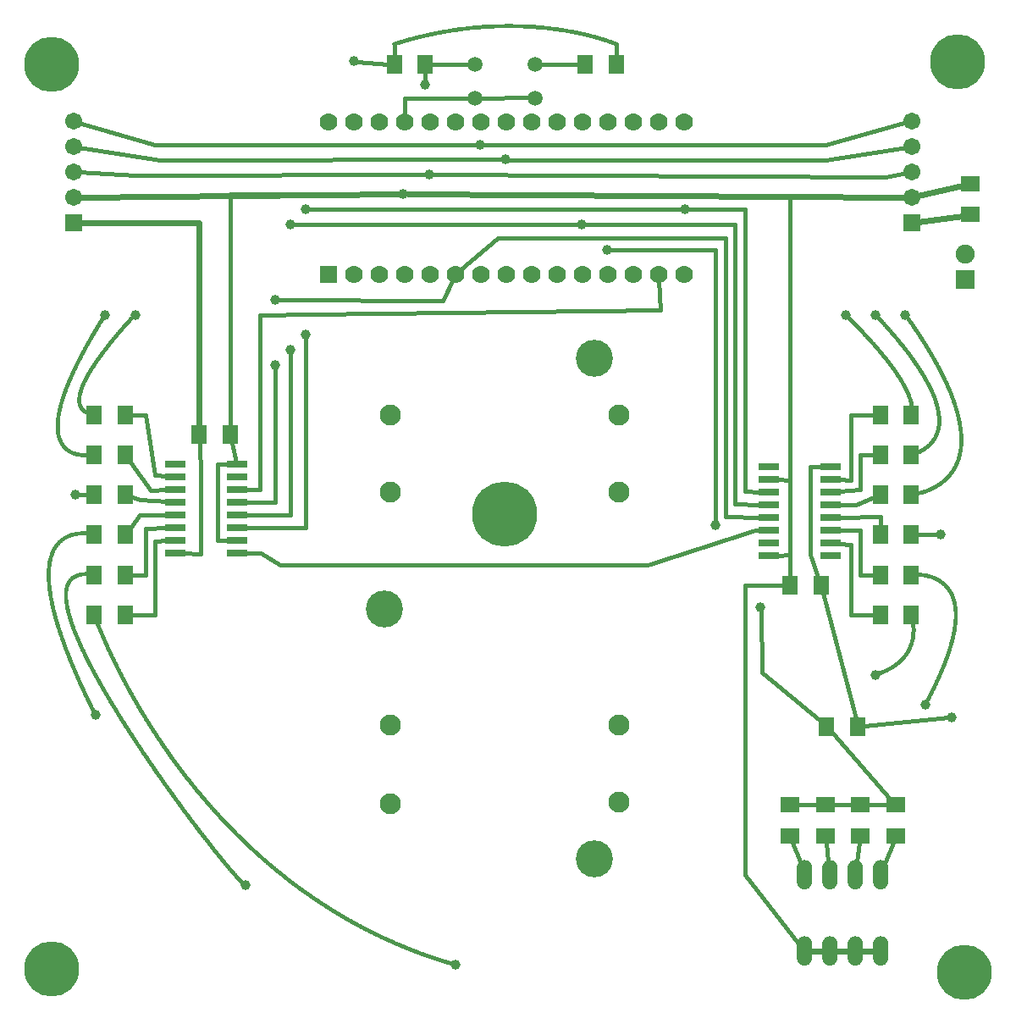
<source format=gtl>
G04 MADE WITH FRITZING*
G04 WWW.FRITZING.ORG*
G04 DOUBLE SIDED*
G04 HOLES PLATED*
G04 CONTOUR ON CENTER OF CONTOUR VECTOR*
%ASAXBY*%
%FSLAX23Y23*%
%MOIN*%
%OFA0B0*%
%SFA1.0B1.0*%
%ADD10C,0.039370*%
%ADD11C,0.075000*%
%ADD12C,0.058189*%
%ADD13C,0.059055*%
%ADD14C,0.070000*%
%ADD15C,0.082677*%
%ADD16C,0.255905*%
%ADD17C,0.145669*%
%ADD18C,0.216535*%
%ADD19C,0.067559*%
%ADD20R,0.074803X0.062992*%
%ADD21R,0.075000X0.075000*%
%ADD22R,0.062992X0.074803*%
%ADD23R,0.080000X0.026000*%
%ADD24R,0.070000X0.069972*%
%ADD25R,0.067559X0.067559*%
%ADD26C,0.016000*%
%ADD27C,0.024000*%
%ADD28R,0.001000X0.001000*%
%LNCOPPER1*%
G90*
G70*
G54D10*
X3682Y1888D03*
X3726Y1169D03*
G54D11*
X3780Y2892D03*
X3780Y2992D03*
G54D12*
X3147Y250D03*
X3247Y250D03*
X3347Y250D03*
X3447Y250D03*
X3447Y550D03*
X3347Y550D03*
X3247Y550D03*
X3147Y550D03*
G54D10*
X1654Y3660D03*
X1373Y3752D03*
G54D13*
X1851Y3739D03*
X1851Y3605D03*
X1851Y3739D03*
X1851Y3605D03*
X2087Y3739D03*
X2087Y3605D03*
X2087Y3739D03*
X2087Y3605D03*
G54D14*
X1273Y2914D03*
X1373Y2914D03*
X1473Y2914D03*
X1573Y2914D03*
X1673Y2914D03*
X1773Y2914D03*
X1873Y2914D03*
X1973Y2914D03*
X2073Y2914D03*
X2173Y2914D03*
X2273Y2914D03*
X2373Y2914D03*
X2473Y2914D03*
X2573Y2914D03*
X2673Y2914D03*
X1273Y3514D03*
X1373Y3514D03*
X1473Y3514D03*
X1573Y3514D03*
X1673Y3514D03*
X1773Y3514D03*
X1873Y3514D03*
X1973Y3514D03*
X2073Y3514D03*
X2173Y3514D03*
X2273Y3514D03*
X2373Y3514D03*
X2473Y3514D03*
X2573Y3514D03*
X2673Y3514D03*
G54D10*
X1772Y195D03*
X945Y510D03*
X355Y1179D03*
X394Y2754D03*
X512Y2754D03*
X276Y2046D03*
X1123Y2616D03*
X1182Y2676D03*
X1182Y3168D03*
X1123Y3109D03*
X2269Y3110D03*
X2675Y3169D03*
X2974Y1604D03*
X2370Y3008D03*
X3426Y2754D03*
X3544Y2754D03*
X3623Y1219D03*
X3426Y1337D03*
X3308Y2754D03*
X2796Y1927D03*
X1670Y3305D03*
X1969Y3365D03*
X1567Y3230D03*
X1871Y3424D03*
G54D15*
X2415Y2358D03*
X2415Y2055D03*
X1515Y2055D03*
X1515Y2358D03*
X1515Y829D03*
X1515Y1140D03*
X2415Y1140D03*
X2415Y837D03*
G54D16*
X1965Y1971D03*
G54D17*
X2319Y2582D03*
X1492Y1597D03*
X2319Y613D03*
G54D18*
X184Y181D03*
X3751Y3749D03*
X183Y3741D03*
X3776Y167D03*
G54D10*
X1064Y2813D03*
X1064Y2557D03*
G54D19*
X269Y3117D03*
X269Y3217D03*
X269Y3317D03*
X269Y3417D03*
X269Y3517D03*
X3569Y3117D03*
X3569Y3217D03*
X3569Y3317D03*
X3569Y3417D03*
X3569Y3517D03*
G54D20*
X3505Y703D03*
X3505Y825D03*
G54D21*
X3780Y2892D03*
G54D20*
X3367Y703D03*
X3367Y825D03*
X3229Y703D03*
X3229Y825D03*
X3091Y703D03*
X3091Y825D03*
G54D22*
X3234Y1134D03*
X3356Y1134D03*
X886Y2282D03*
X764Y2282D03*
X3091Y1691D03*
X3213Y1691D03*
G54D23*
X670Y2167D03*
X670Y2117D03*
X670Y2067D03*
X670Y2017D03*
X670Y1967D03*
X670Y1917D03*
X670Y1867D03*
X670Y1817D03*
X912Y1817D03*
X912Y1867D03*
X912Y1917D03*
X912Y1967D03*
X912Y2017D03*
X912Y2067D03*
X912Y2117D03*
X912Y2167D03*
G54D24*
X1273Y2914D03*
G54D22*
X3445Y2361D03*
X3567Y2361D03*
X473Y1573D03*
X351Y1573D03*
X3445Y2203D03*
X3567Y2203D03*
X473Y1731D03*
X351Y1731D03*
X3445Y2046D03*
X3567Y2046D03*
X473Y1888D03*
X351Y1888D03*
X473Y2046D03*
X351Y2046D03*
X3445Y1888D03*
X3567Y1888D03*
X3445Y1731D03*
X3567Y1731D03*
X473Y2203D03*
X351Y2203D03*
X3445Y1573D03*
X3567Y1573D03*
X473Y2361D03*
X351Y2361D03*
G54D23*
X3249Y1806D03*
X3249Y1856D03*
X3249Y1906D03*
X3249Y1956D03*
X3249Y2006D03*
X3249Y2056D03*
X3249Y2106D03*
X3249Y2156D03*
X3007Y2156D03*
X3007Y2106D03*
X3007Y2056D03*
X3007Y2006D03*
X3007Y1956D03*
X3007Y1906D03*
X3007Y1856D03*
X3007Y1806D03*
G54D20*
X3800Y3148D03*
X3800Y3270D03*
G54D22*
X1654Y3739D03*
X1532Y3739D03*
X2284Y3739D03*
X2406Y3739D03*
G54D25*
X269Y3117D03*
X3569Y3117D03*
G54D26*
X1573Y3605D02*
X1836Y3605D01*
D02*
X1573Y3538D02*
X1573Y3605D01*
D02*
X3348Y1166D02*
X3221Y1659D01*
D02*
X3091Y1723D02*
X3091Y1808D01*
G54D27*
D02*
X764Y3117D02*
X294Y3117D01*
D02*
X764Y2314D02*
X764Y3117D01*
G54D26*
D02*
X3328Y1573D02*
X3419Y1573D01*
D02*
X3328Y1848D02*
X3328Y1573D01*
D02*
X3283Y1853D02*
X3328Y1848D01*
D02*
X2979Y1346D02*
X2975Y1591D01*
D02*
X3208Y1156D02*
X2979Y1346D01*
D02*
X3399Y825D02*
X3473Y825D01*
D02*
X3261Y825D02*
X3335Y825D01*
D02*
X3123Y825D02*
X3197Y825D01*
D02*
X2913Y549D02*
X3123Y280D01*
D02*
X2913Y1691D02*
X2913Y549D01*
D02*
X3065Y1691D02*
X2913Y1691D01*
D02*
X3169Y1808D02*
X3201Y1723D01*
D02*
X3169Y2156D02*
X3169Y1808D01*
D02*
X3214Y2156D02*
X3169Y2156D01*
D02*
X3349Y2005D02*
X3283Y2006D01*
D02*
X3419Y2035D02*
X3349Y2005D01*
D02*
X3328Y2361D02*
X3328Y2104D01*
D02*
X3328Y2104D02*
X3283Y2105D01*
D02*
X3365Y2067D02*
X3283Y2059D01*
D02*
X3365Y2203D02*
X3365Y2067D01*
D02*
X3419Y2203D02*
X3365Y2203D01*
D02*
X3419Y2361D02*
X3328Y2361D01*
D02*
X3445Y1959D02*
X3283Y1957D01*
D02*
X3445Y1920D02*
X3445Y1959D01*
D02*
X3365Y1731D02*
X3365Y1906D01*
D02*
X3365Y1906D02*
X3283Y1906D01*
D02*
X3419Y1731D02*
X3365Y1731D01*
D02*
X3593Y1888D02*
X3668Y1888D01*
G54D27*
D02*
X1548Y3230D02*
X294Y3217D01*
G54D26*
D02*
X769Y2123D02*
X765Y2250D01*
D02*
X769Y1813D02*
X769Y2123D01*
D02*
X704Y1816D02*
X769Y1813D01*
D02*
X886Y3230D02*
X886Y2314D01*
D02*
X1554Y3230D02*
X886Y3230D01*
D02*
X910Y2174D02*
X893Y2250D01*
D02*
X837Y1867D02*
X877Y1867D01*
D02*
X837Y2167D02*
X837Y1867D01*
D02*
X877Y2167D02*
X837Y2167D01*
D02*
X3260Y1105D02*
X3482Y851D01*
D02*
X3495Y677D02*
X3467Y602D01*
D02*
X3354Y602D02*
X3364Y677D01*
D02*
X3241Y602D02*
X3232Y677D01*
D02*
X3128Y602D02*
X3101Y677D01*
D02*
X3713Y1168D02*
X3382Y1137D01*
G54D27*
D02*
X3371Y250D02*
X3423Y250D01*
D02*
X3271Y250D02*
X3323Y250D01*
D02*
X3171Y250D02*
X3223Y250D01*
G54D26*
D02*
X2954Y1907D02*
X2529Y1768D01*
D02*
X1084Y1771D02*
X1006Y1817D01*
D02*
X2529Y1768D02*
X1084Y1771D01*
D02*
X553Y1731D02*
X553Y1913D01*
D02*
X553Y2360D02*
X590Y2124D01*
D02*
X590Y2124D02*
X635Y2120D01*
D02*
X572Y2064D02*
X635Y2066D01*
D02*
X590Y1573D02*
X590Y1863D01*
D02*
X590Y1863D02*
X635Y1865D01*
D02*
X553Y1913D02*
X635Y1916D01*
D02*
X530Y1967D02*
X635Y1967D01*
D02*
X532Y2026D02*
X635Y2019D01*
D02*
X2972Y1907D02*
X2954Y1907D01*
D02*
X499Y1573D02*
X590Y1573D01*
D02*
X499Y1731D02*
X553Y1731D01*
D02*
X496Y1920D02*
X530Y1967D01*
D02*
X499Y2037D02*
X532Y2026D01*
D02*
X496Y2171D02*
X572Y2064D01*
D02*
X499Y2360D02*
X553Y2360D01*
G54D27*
D02*
X3594Y3120D02*
X3768Y3144D01*
D02*
X3593Y3222D02*
X3768Y3263D01*
D02*
X3544Y3217D02*
X1586Y3230D01*
G54D26*
D02*
X3091Y1808D02*
X3091Y2104D01*
D02*
X3091Y2104D02*
X3041Y2105D01*
D02*
X3041Y1807D02*
X3091Y1808D01*
D02*
X3091Y2104D02*
X3041Y2105D01*
D02*
X3091Y3217D02*
X3091Y2104D01*
D02*
X3550Y3217D02*
X3091Y3217D01*
D02*
X1680Y3739D02*
X1836Y3739D01*
D02*
X1654Y3673D02*
X1654Y3707D01*
D02*
X1506Y3741D02*
X1386Y3751D01*
D02*
X1532Y3819D02*
X1532Y3770D01*
D02*
X2406Y3770D02*
X2406Y3819D01*
D02*
X1004Y2754D02*
X1004Y2067D01*
D02*
X2103Y3739D02*
X2258Y3739D01*
D02*
X2058Y3611D02*
X2072Y3608D01*
D02*
X1866Y3605D02*
X2058Y3611D01*
D02*
X1182Y1917D02*
X946Y1917D01*
D02*
X1123Y1967D02*
X946Y1967D01*
D02*
X290Y2046D02*
X325Y2046D01*
D02*
X1938Y3056D02*
X2836Y3056D01*
D02*
X2836Y1959D02*
X2972Y1957D01*
D02*
X2836Y3056D02*
X2836Y1959D01*
D02*
X1791Y2929D02*
X1938Y3056D01*
D02*
X1722Y2811D02*
X1077Y2813D01*
D02*
X1064Y2544D02*
X1064Y2017D01*
D02*
X1763Y2893D02*
X1722Y2811D01*
D02*
X1123Y2603D02*
X1123Y1967D01*
D02*
X1182Y2662D02*
X1182Y1917D01*
D02*
X2661Y3169D02*
X1195Y3168D01*
D02*
X2688Y3169D02*
X2913Y3169D01*
D02*
X1136Y3109D02*
X2256Y3110D01*
D02*
X2282Y3110D02*
X2873Y3110D01*
D02*
X2913Y3169D02*
X2913Y2059D01*
D02*
X2913Y2059D02*
X2972Y2057D01*
D02*
X2873Y2009D02*
X2873Y3110D01*
D02*
X2972Y2007D02*
X2873Y2009D01*
D02*
X2796Y3008D02*
X2384Y3008D01*
D02*
X2796Y1941D02*
X2796Y3008D01*
D02*
X610Y3363D02*
X1956Y3365D01*
D02*
X3228Y3363D02*
X3550Y3414D01*
D02*
X1982Y3364D02*
X3228Y3363D01*
D02*
X288Y3414D02*
X610Y3363D01*
D02*
X591Y3422D02*
X1857Y3424D01*
D02*
X3228Y3422D02*
X3550Y3512D01*
D02*
X1884Y3424D02*
X3228Y3422D01*
D02*
X288Y3511D02*
X591Y3422D01*
D02*
X1683Y3305D02*
X3467Y3297D01*
D02*
X3467Y3297D02*
X3550Y3313D01*
D02*
X512Y3304D02*
X1656Y3305D01*
D02*
X288Y3316D02*
X512Y3304D01*
D02*
X1004Y2067D02*
X946Y2067D01*
D02*
X1006Y1817D02*
X946Y1817D01*
D02*
X1064Y2017D02*
X946Y2017D01*
D02*
X1202Y2756D02*
X1004Y2754D01*
D02*
X2580Y2774D02*
X1202Y2756D01*
D02*
X2574Y2891D02*
X2580Y2774D01*
G54D28*
X1968Y3898D02*
X1998Y3898D01*
X1927Y3897D02*
X2037Y3897D01*
X1905Y3896D02*
X2059Y3896D01*
X1889Y3895D02*
X2074Y3895D01*
X1875Y3894D02*
X2089Y3894D01*
X1862Y3893D02*
X2101Y3893D01*
X1851Y3892D02*
X2112Y3892D01*
X1840Y3891D02*
X2123Y3891D01*
X1830Y3890D02*
X2132Y3890D01*
X1821Y3889D02*
X2141Y3889D01*
X1812Y3888D02*
X2150Y3888D01*
X1804Y3887D02*
X2158Y3887D01*
X1796Y3886D02*
X2165Y3886D01*
X1789Y3885D02*
X2172Y3885D01*
X1781Y3884D02*
X2180Y3884D01*
X1774Y3883D02*
X2187Y3883D01*
X1767Y3882D02*
X1960Y3882D01*
X2003Y3882D02*
X2193Y3882D01*
X1761Y3881D02*
X1925Y3881D01*
X2039Y3881D02*
X2199Y3881D01*
X1754Y3880D02*
X1903Y3880D01*
X2060Y3880D02*
X2205Y3880D01*
X1748Y3879D02*
X1887Y3879D01*
X2075Y3879D02*
X2212Y3879D01*
X1742Y3878D02*
X1873Y3878D01*
X2089Y3878D02*
X2217Y3878D01*
X1736Y3877D02*
X1860Y3877D01*
X2102Y3877D02*
X2223Y3877D01*
X1730Y3876D02*
X1849Y3876D01*
X2112Y3876D02*
X2228Y3876D01*
X1725Y3875D02*
X1839Y3875D01*
X2123Y3875D02*
X2234Y3875D01*
X1719Y3874D02*
X1829Y3874D01*
X2132Y3874D02*
X2239Y3874D01*
X1714Y3873D02*
X1820Y3873D01*
X2141Y3873D02*
X2244Y3873D01*
X1708Y3872D02*
X1812Y3872D01*
X2150Y3872D02*
X2249Y3872D01*
X1703Y3871D02*
X1803Y3871D01*
X2158Y3871D02*
X2254Y3871D01*
X1698Y3870D02*
X1796Y3870D01*
X2165Y3870D02*
X2259Y3870D01*
X1693Y3869D02*
X1788Y3869D01*
X2172Y3869D02*
X2264Y3869D01*
X1688Y3868D02*
X1781Y3868D01*
X2179Y3868D02*
X2268Y3868D01*
X1683Y3867D02*
X1774Y3867D01*
X2186Y3867D02*
X2273Y3867D01*
X1678Y3866D02*
X1767Y3866D01*
X2193Y3866D02*
X2277Y3866D01*
X1674Y3865D02*
X1760Y3865D01*
X2199Y3865D02*
X2281Y3865D01*
X1669Y3864D02*
X1754Y3864D01*
X2205Y3864D02*
X2286Y3864D01*
X1664Y3863D02*
X1748Y3863D01*
X2211Y3863D02*
X2290Y3863D01*
X1660Y3862D02*
X1742Y3862D01*
X2217Y3862D02*
X2294Y3862D01*
X1656Y3861D02*
X1736Y3861D01*
X2222Y3861D02*
X2298Y3861D01*
X1651Y3860D02*
X1730Y3860D01*
X2228Y3860D02*
X2302Y3860D01*
X1647Y3859D02*
X1725Y3859D01*
X2233Y3859D02*
X2306Y3859D01*
X1643Y3858D02*
X1719Y3858D01*
X2239Y3858D02*
X2310Y3858D01*
X1638Y3857D02*
X1714Y3857D01*
X2243Y3857D02*
X2314Y3857D01*
X1634Y3856D02*
X1709Y3856D01*
X2248Y3856D02*
X2318Y3856D01*
X1630Y3855D02*
X1703Y3855D01*
X2253Y3855D02*
X2321Y3855D01*
X1626Y3854D02*
X1698Y3854D01*
X2258Y3854D02*
X2325Y3854D01*
X1622Y3853D02*
X1693Y3853D01*
X2263Y3853D02*
X2329Y3853D01*
X1618Y3852D02*
X1688Y3852D01*
X2267Y3852D02*
X2332Y3852D01*
X1614Y3851D02*
X1684Y3851D01*
X2272Y3851D02*
X2336Y3851D01*
X1610Y3850D02*
X1679Y3850D01*
X2276Y3850D02*
X2339Y3850D01*
X1606Y3849D02*
X1674Y3849D01*
X2281Y3849D02*
X2343Y3849D01*
X1602Y3848D02*
X1670Y3848D01*
X2285Y3848D02*
X2346Y3848D01*
X1599Y3847D02*
X1665Y3847D01*
X2289Y3847D02*
X2349Y3847D01*
X1595Y3846D02*
X1661Y3846D01*
X2293Y3846D02*
X2353Y3846D01*
X1591Y3845D02*
X1656Y3845D01*
X2297Y3845D02*
X2356Y3845D01*
X1588Y3844D02*
X1652Y3844D01*
X2301Y3844D02*
X2359Y3844D01*
X1584Y3843D02*
X1647Y3843D01*
X2305Y3843D02*
X2362Y3843D01*
X1580Y3842D02*
X1643Y3842D01*
X2309Y3842D02*
X2365Y3842D01*
X1577Y3841D02*
X1639Y3841D01*
X2313Y3841D02*
X2369Y3841D01*
X1573Y3840D02*
X1635Y3840D01*
X2317Y3840D02*
X2372Y3840D01*
X1570Y3839D02*
X1631Y3839D01*
X2320Y3839D02*
X2374Y3839D01*
X1567Y3838D02*
X1627Y3838D01*
X2324Y3838D02*
X2377Y3838D01*
X1563Y3837D02*
X1623Y3837D01*
X2327Y3837D02*
X2380Y3837D01*
X1560Y3836D02*
X1619Y3836D01*
X2331Y3836D02*
X2383Y3836D01*
X1556Y3835D02*
X1615Y3835D01*
X2335Y3835D02*
X2386Y3835D01*
X1553Y3834D02*
X1611Y3834D01*
X2338Y3834D02*
X2389Y3834D01*
X1550Y3833D02*
X1607Y3833D01*
X2341Y3833D02*
X2392Y3833D01*
X1546Y3832D02*
X1603Y3832D01*
X2345Y3832D02*
X2394Y3832D01*
X1543Y3831D02*
X1600Y3831D01*
X2348Y3831D02*
X2397Y3831D01*
X1540Y3830D02*
X1596Y3830D01*
X2351Y3830D02*
X2399Y3830D01*
X1537Y3829D02*
X1593Y3829D01*
X2355Y3829D02*
X2402Y3829D01*
X1533Y3828D02*
X1589Y3828D01*
X2358Y3828D02*
X2405Y3828D01*
X1530Y3827D02*
X1585Y3827D01*
X2361Y3827D02*
X2407Y3827D01*
X1528Y3826D02*
X1582Y3826D01*
X2364Y3826D02*
X2409Y3826D01*
X1527Y3825D02*
X1578Y3825D01*
X2367Y3825D02*
X2411Y3825D01*
X1526Y3824D02*
X1575Y3824D01*
X2370Y3824D02*
X2411Y3824D01*
X1525Y3823D02*
X1571Y3823D01*
X2373Y3823D02*
X2412Y3823D01*
X1525Y3822D02*
X1568Y3822D01*
X2376Y3822D02*
X2412Y3822D01*
X1524Y3821D02*
X1564Y3821D01*
X2378Y3821D02*
X2413Y3821D01*
X1524Y3820D02*
X1561Y3820D01*
X2381Y3820D02*
X2413Y3820D01*
X1524Y3819D02*
X1557Y3819D01*
X2384Y3819D02*
X2413Y3819D01*
X1524Y3818D02*
X1554Y3818D01*
X2387Y3818D02*
X2413Y3818D01*
X1524Y3817D02*
X1551Y3817D01*
X2390Y3817D02*
X2413Y3817D01*
X1525Y3816D02*
X1548Y3816D01*
X2392Y3816D02*
X2412Y3816D01*
X1525Y3815D02*
X1544Y3815D01*
X2395Y3815D02*
X2412Y3815D01*
X1526Y3814D02*
X1541Y3814D01*
X2397Y3814D02*
X2411Y3814D01*
X1527Y3813D02*
X1538Y3813D01*
X2400Y3813D02*
X2410Y3813D01*
X1529Y3812D02*
X1535Y3812D01*
X2403Y3812D02*
X2408Y3812D01*
X391Y2762D02*
X397Y2762D01*
X513Y2762D02*
X514Y2762D01*
X3304Y2762D02*
X3310Y2762D01*
X3422Y2762D02*
X3428Y2762D01*
X3540Y2762D02*
X3546Y2762D01*
X389Y2761D02*
X398Y2761D01*
X511Y2761D02*
X516Y2761D01*
X3303Y2761D02*
X3312Y2761D01*
X3421Y2761D02*
X3430Y2761D01*
X3539Y2761D02*
X3548Y2761D01*
X388Y2760D02*
X399Y2760D01*
X509Y2760D02*
X517Y2760D01*
X3302Y2760D02*
X3313Y2760D01*
X3420Y2760D02*
X3431Y2760D01*
X3538Y2760D02*
X3549Y2760D01*
X387Y2759D02*
X400Y2759D01*
X508Y2759D02*
X518Y2759D01*
X3301Y2759D02*
X3314Y2759D01*
X3419Y2759D02*
X3432Y2759D01*
X3537Y2759D02*
X3550Y2759D01*
X387Y2758D02*
X401Y2758D01*
X504Y2758D02*
X504Y2758D01*
X506Y2758D02*
X518Y2758D01*
X3300Y2758D02*
X3315Y2758D01*
X3418Y2758D02*
X3433Y2758D01*
X3537Y2758D02*
X3550Y2758D01*
X386Y2757D02*
X401Y2757D01*
X503Y2757D02*
X519Y2757D01*
X3300Y2757D02*
X3316Y2757D01*
X3418Y2757D02*
X3434Y2757D01*
X3536Y2757D02*
X3551Y2757D01*
X386Y2756D02*
X401Y2756D01*
X502Y2756D02*
X519Y2756D01*
X3300Y2756D02*
X3317Y2756D01*
X3418Y2756D02*
X3435Y2756D01*
X3536Y2756D02*
X3552Y2756D01*
X385Y2755D02*
X401Y2755D01*
X501Y2755D02*
X519Y2755D01*
X3300Y2755D02*
X3318Y2755D01*
X3418Y2755D02*
X3435Y2755D01*
X3536Y2755D02*
X3552Y2755D01*
X384Y2754D02*
X401Y2754D01*
X501Y2754D02*
X519Y2754D01*
X3300Y2754D02*
X3319Y2754D01*
X3418Y2754D02*
X3436Y2754D01*
X3536Y2754D02*
X3553Y2754D01*
X384Y2753D02*
X401Y2753D01*
X500Y2753D02*
X503Y2753D01*
X505Y2753D02*
X519Y2753D01*
X3300Y2753D02*
X3320Y2753D01*
X3418Y2753D02*
X3437Y2753D01*
X3536Y2753D02*
X3554Y2753D01*
X383Y2752D02*
X401Y2752D01*
X499Y2752D02*
X504Y2752D01*
X506Y2752D02*
X519Y2752D01*
X3300Y2752D02*
X3321Y2752D01*
X3418Y2752D02*
X3438Y2752D01*
X3536Y2752D02*
X3555Y2752D01*
X382Y2751D02*
X400Y2751D01*
X498Y2751D02*
X504Y2751D01*
X507Y2751D02*
X518Y2751D01*
X3301Y2751D02*
X3322Y2751D01*
X3419Y2751D02*
X3439Y2751D01*
X3537Y2751D02*
X3555Y2751D01*
X382Y2750D02*
X400Y2750D01*
X497Y2750D02*
X505Y2750D01*
X509Y2750D02*
X518Y2750D01*
X3301Y2750D02*
X3323Y2750D01*
X3419Y2750D02*
X3440Y2750D01*
X3537Y2750D02*
X3556Y2750D01*
X381Y2749D02*
X399Y2749D01*
X496Y2749D02*
X506Y2749D01*
X510Y2749D02*
X517Y2749D01*
X3302Y2749D02*
X3324Y2749D01*
X3420Y2749D02*
X3441Y2749D01*
X3538Y2749D02*
X3557Y2749D01*
X381Y2748D02*
X398Y2748D01*
X495Y2748D02*
X507Y2748D01*
X512Y2748D02*
X516Y2748D01*
X3303Y2748D02*
X3325Y2748D01*
X3421Y2748D02*
X3442Y2748D01*
X3539Y2748D02*
X3557Y2748D01*
X380Y2747D02*
X398Y2747D01*
X494Y2747D02*
X509Y2747D01*
X513Y2747D02*
X515Y2747D01*
X3304Y2747D02*
X3326Y2747D01*
X3422Y2747D02*
X3443Y2747D01*
X3540Y2747D02*
X3558Y2747D01*
X379Y2746D02*
X397Y2746D01*
X493Y2746D02*
X514Y2746D01*
X3305Y2746D02*
X3327Y2746D01*
X3423Y2746D02*
X3444Y2746D01*
X3540Y2746D02*
X3559Y2746D01*
X379Y2745D02*
X397Y2745D01*
X492Y2745D02*
X513Y2745D01*
X3306Y2745D02*
X3328Y2745D01*
X3424Y2745D02*
X3445Y2745D01*
X3541Y2745D02*
X3559Y2745D01*
X378Y2744D02*
X396Y2744D01*
X491Y2744D02*
X512Y2744D01*
X3307Y2744D02*
X3329Y2744D01*
X3425Y2744D02*
X3446Y2744D01*
X3542Y2744D02*
X3560Y2744D01*
X377Y2743D02*
X395Y2743D01*
X490Y2743D02*
X511Y2743D01*
X3308Y2743D02*
X3330Y2743D01*
X3426Y2743D02*
X3447Y2743D01*
X3542Y2743D02*
X3561Y2743D01*
X377Y2742D02*
X395Y2742D01*
X489Y2742D02*
X510Y2742D01*
X3309Y2742D02*
X3331Y2742D01*
X3427Y2742D02*
X3448Y2742D01*
X3543Y2742D02*
X3562Y2742D01*
X376Y2741D02*
X394Y2741D01*
X488Y2741D02*
X509Y2741D01*
X3310Y2741D02*
X3332Y2741D01*
X3428Y2741D02*
X3449Y2741D01*
X3544Y2741D02*
X3562Y2741D01*
X376Y2740D02*
X393Y2740D01*
X488Y2740D02*
X508Y2740D01*
X3311Y2740D02*
X3333Y2740D01*
X3429Y2740D02*
X3449Y2740D01*
X3544Y2740D02*
X3563Y2740D01*
X375Y2739D02*
X393Y2739D01*
X487Y2739D02*
X507Y2739D01*
X3312Y2739D02*
X3334Y2739D01*
X3429Y2739D02*
X3450Y2739D01*
X3545Y2739D02*
X3564Y2739D01*
X374Y2738D02*
X392Y2738D01*
X486Y2738D02*
X507Y2738D01*
X3313Y2738D02*
X3335Y2738D01*
X3430Y2738D02*
X3451Y2738D01*
X3546Y2738D02*
X3564Y2738D01*
X374Y2737D02*
X392Y2737D01*
X485Y2737D02*
X506Y2737D01*
X3314Y2737D02*
X3336Y2737D01*
X3431Y2737D02*
X3452Y2737D01*
X3547Y2737D02*
X3565Y2737D01*
X373Y2736D02*
X391Y2736D01*
X484Y2736D02*
X505Y2736D01*
X3315Y2736D02*
X3337Y2736D01*
X3432Y2736D02*
X3453Y2736D01*
X3547Y2736D02*
X3566Y2736D01*
X372Y2735D02*
X390Y2735D01*
X483Y2735D02*
X504Y2735D01*
X3316Y2735D02*
X3338Y2735D01*
X3433Y2735D02*
X3454Y2735D01*
X3548Y2735D02*
X3567Y2735D01*
X372Y2734D02*
X390Y2734D01*
X482Y2734D02*
X503Y2734D01*
X3317Y2734D02*
X3339Y2734D01*
X3434Y2734D02*
X3455Y2734D01*
X3549Y2734D02*
X3567Y2734D01*
X371Y2733D02*
X389Y2733D01*
X481Y2733D02*
X502Y2733D01*
X3318Y2733D02*
X3340Y2733D01*
X3435Y2733D02*
X3456Y2733D01*
X3549Y2733D02*
X3568Y2733D01*
X371Y2732D02*
X388Y2732D01*
X480Y2732D02*
X501Y2732D01*
X3319Y2732D02*
X3341Y2732D01*
X3436Y2732D02*
X3457Y2732D01*
X3550Y2732D02*
X3569Y2732D01*
X370Y2731D02*
X388Y2731D01*
X479Y2731D02*
X500Y2731D01*
X3320Y2731D02*
X3342Y2731D01*
X3437Y2731D02*
X3458Y2731D01*
X3551Y2731D02*
X3569Y2731D01*
X369Y2730D02*
X387Y2730D01*
X478Y2730D02*
X499Y2730D01*
X3321Y2730D02*
X3343Y2730D01*
X3438Y2730D02*
X3459Y2730D01*
X3551Y2730D02*
X3570Y2730D01*
X369Y2729D02*
X387Y2729D01*
X478Y2729D02*
X498Y2729D01*
X3322Y2729D02*
X3344Y2729D01*
X3439Y2729D02*
X3460Y2729D01*
X3552Y2729D02*
X3571Y2729D01*
X368Y2728D02*
X386Y2728D01*
X477Y2728D02*
X497Y2728D01*
X3323Y2728D02*
X3345Y2728D01*
X3440Y2728D02*
X3460Y2728D01*
X3553Y2728D02*
X3571Y2728D01*
X368Y2727D02*
X385Y2727D01*
X476Y2727D02*
X496Y2727D01*
X3324Y2727D02*
X3346Y2727D01*
X3441Y2727D02*
X3461Y2727D01*
X3554Y2727D02*
X3572Y2727D01*
X367Y2726D02*
X385Y2726D01*
X475Y2726D02*
X495Y2726D01*
X3325Y2726D02*
X3347Y2726D01*
X3442Y2726D02*
X3462Y2726D01*
X3554Y2726D02*
X3573Y2726D01*
X366Y2725D02*
X384Y2725D01*
X474Y2725D02*
X495Y2725D01*
X3326Y2725D02*
X3348Y2725D01*
X3443Y2725D02*
X3463Y2725D01*
X3555Y2725D02*
X3574Y2725D01*
X366Y2724D02*
X384Y2724D01*
X473Y2724D02*
X494Y2724D01*
X3327Y2724D02*
X3349Y2724D01*
X3443Y2724D02*
X3464Y2724D01*
X3556Y2724D02*
X3574Y2724D01*
X365Y2723D02*
X383Y2723D01*
X472Y2723D02*
X493Y2723D01*
X3328Y2723D02*
X3350Y2723D01*
X3444Y2723D02*
X3465Y2723D01*
X3556Y2723D02*
X3575Y2723D01*
X365Y2722D02*
X382Y2722D01*
X471Y2722D02*
X492Y2722D01*
X3329Y2722D02*
X3351Y2722D01*
X3445Y2722D02*
X3466Y2722D01*
X3557Y2722D02*
X3576Y2722D01*
X364Y2721D02*
X382Y2721D01*
X470Y2721D02*
X491Y2721D01*
X3330Y2721D02*
X3352Y2721D01*
X3446Y2721D02*
X3467Y2721D01*
X3558Y2721D02*
X3576Y2721D01*
X363Y2720D02*
X381Y2720D01*
X469Y2720D02*
X490Y2720D01*
X3331Y2720D02*
X3353Y2720D01*
X3447Y2720D02*
X3468Y2720D01*
X3559Y2720D02*
X3577Y2720D01*
X363Y2719D02*
X380Y2719D01*
X469Y2719D02*
X489Y2719D01*
X3332Y2719D02*
X3354Y2719D01*
X3448Y2719D02*
X3469Y2719D01*
X3559Y2719D02*
X3578Y2719D01*
X362Y2718D02*
X380Y2718D01*
X468Y2718D02*
X488Y2718D01*
X3333Y2718D02*
X3355Y2718D01*
X3449Y2718D02*
X3470Y2718D01*
X3560Y2718D02*
X3578Y2718D01*
X362Y2717D02*
X379Y2717D01*
X467Y2717D02*
X487Y2717D01*
X3334Y2717D02*
X3356Y2717D01*
X3450Y2717D02*
X3470Y2717D01*
X3561Y2717D02*
X3579Y2717D01*
X361Y2716D02*
X379Y2716D01*
X466Y2716D02*
X486Y2716D01*
X3335Y2716D02*
X3357Y2716D01*
X3451Y2716D02*
X3471Y2716D01*
X3561Y2716D02*
X3580Y2716D01*
X360Y2715D02*
X378Y2715D01*
X465Y2715D02*
X485Y2715D01*
X3336Y2715D02*
X3357Y2715D01*
X3452Y2715D02*
X3472Y2715D01*
X3562Y2715D02*
X3580Y2715D01*
X360Y2714D02*
X377Y2714D01*
X464Y2714D02*
X485Y2714D01*
X3337Y2714D02*
X3358Y2714D01*
X3453Y2714D02*
X3473Y2714D01*
X3563Y2714D02*
X3581Y2714D01*
X359Y2713D02*
X377Y2713D01*
X463Y2713D02*
X484Y2713D01*
X3338Y2713D02*
X3359Y2713D01*
X3453Y2713D02*
X3474Y2713D01*
X3563Y2713D02*
X3582Y2713D01*
X358Y2712D02*
X376Y2712D01*
X462Y2712D02*
X483Y2712D01*
X3339Y2712D02*
X3360Y2712D01*
X3454Y2712D02*
X3475Y2712D01*
X3564Y2712D02*
X3582Y2712D01*
X358Y2711D02*
X376Y2711D01*
X461Y2711D02*
X482Y2711D01*
X3340Y2711D02*
X3361Y2711D01*
X3455Y2711D02*
X3476Y2711D01*
X3565Y2711D02*
X3583Y2711D01*
X357Y2710D02*
X375Y2710D01*
X461Y2710D02*
X481Y2710D01*
X3341Y2710D02*
X3362Y2710D01*
X3456Y2710D02*
X3477Y2710D01*
X3565Y2710D02*
X3584Y2710D01*
X357Y2709D02*
X374Y2709D01*
X460Y2709D02*
X480Y2709D01*
X3342Y2709D02*
X3363Y2709D01*
X3457Y2709D02*
X3478Y2709D01*
X3566Y2709D02*
X3584Y2709D01*
X356Y2708D02*
X374Y2708D01*
X459Y2708D02*
X479Y2708D01*
X3343Y2708D02*
X3364Y2708D01*
X3458Y2708D02*
X3478Y2708D01*
X3567Y2708D02*
X3585Y2708D01*
X355Y2707D02*
X373Y2707D01*
X458Y2707D02*
X478Y2707D01*
X3344Y2707D02*
X3365Y2707D01*
X3459Y2707D02*
X3479Y2707D01*
X3567Y2707D02*
X3586Y2707D01*
X355Y2706D02*
X373Y2706D01*
X457Y2706D02*
X477Y2706D01*
X3345Y2706D02*
X3366Y2706D01*
X3460Y2706D02*
X3480Y2706D01*
X3568Y2706D02*
X3586Y2706D01*
X354Y2705D02*
X372Y2705D01*
X456Y2705D02*
X477Y2705D01*
X3346Y2705D02*
X3367Y2705D01*
X3461Y2705D02*
X3481Y2705D01*
X3569Y2705D02*
X3587Y2705D01*
X354Y2704D02*
X371Y2704D01*
X455Y2704D02*
X476Y2704D01*
X3347Y2704D02*
X3368Y2704D01*
X3462Y2704D02*
X3482Y2704D01*
X3569Y2704D02*
X3588Y2704D01*
X353Y2703D02*
X371Y2703D01*
X454Y2703D02*
X475Y2703D01*
X3348Y2703D02*
X3369Y2703D01*
X3462Y2703D02*
X3483Y2703D01*
X3570Y2703D02*
X3588Y2703D01*
X352Y2702D02*
X370Y2702D01*
X453Y2702D02*
X474Y2702D01*
X3349Y2702D02*
X3370Y2702D01*
X3463Y2702D02*
X3484Y2702D01*
X3571Y2702D02*
X3589Y2702D01*
X352Y2701D02*
X370Y2701D01*
X453Y2701D02*
X473Y2701D01*
X3350Y2701D02*
X3371Y2701D01*
X3464Y2701D02*
X3485Y2701D01*
X3571Y2701D02*
X3590Y2701D01*
X351Y2700D02*
X369Y2700D01*
X452Y2700D02*
X472Y2700D01*
X3351Y2700D02*
X3372Y2700D01*
X3465Y2700D02*
X3485Y2700D01*
X3572Y2700D02*
X3591Y2700D01*
X351Y2699D02*
X368Y2699D01*
X451Y2699D02*
X471Y2699D01*
X3352Y2699D02*
X3373Y2699D01*
X3466Y2699D02*
X3486Y2699D01*
X3573Y2699D02*
X3591Y2699D01*
X350Y2698D02*
X368Y2698D01*
X450Y2698D02*
X470Y2698D01*
X3353Y2698D02*
X3374Y2698D01*
X3467Y2698D02*
X3487Y2698D01*
X3574Y2698D02*
X3592Y2698D01*
X350Y2697D02*
X367Y2697D01*
X449Y2697D02*
X469Y2697D01*
X3354Y2697D02*
X3375Y2697D01*
X3468Y2697D02*
X3488Y2697D01*
X3574Y2697D02*
X3593Y2697D01*
X349Y2696D02*
X367Y2696D01*
X448Y2696D02*
X469Y2696D01*
X3355Y2696D02*
X3376Y2696D01*
X3469Y2696D02*
X3489Y2696D01*
X3575Y2696D02*
X3593Y2696D01*
X348Y2695D02*
X366Y2695D01*
X448Y2695D02*
X468Y2695D01*
X3356Y2695D02*
X3377Y2695D01*
X3470Y2695D02*
X3490Y2695D01*
X3576Y2695D02*
X3594Y2695D01*
X348Y2694D02*
X365Y2694D01*
X447Y2694D02*
X467Y2694D01*
X3357Y2694D02*
X3378Y2694D01*
X3470Y2694D02*
X3491Y2694D01*
X3576Y2694D02*
X3595Y2694D01*
X347Y2693D02*
X365Y2693D01*
X446Y2693D02*
X466Y2693D01*
X3358Y2693D02*
X3379Y2693D01*
X3471Y2693D02*
X3492Y2693D01*
X3577Y2693D02*
X3595Y2693D01*
X347Y2692D02*
X364Y2692D01*
X445Y2692D02*
X465Y2692D01*
X3359Y2692D02*
X3380Y2692D01*
X3472Y2692D02*
X3493Y2692D01*
X3578Y2692D02*
X3596Y2692D01*
X346Y2691D02*
X364Y2691D01*
X444Y2691D02*
X464Y2691D01*
X3359Y2691D02*
X3381Y2691D01*
X3473Y2691D02*
X3493Y2691D01*
X3578Y2691D02*
X3596Y2691D01*
X345Y2690D02*
X363Y2690D01*
X443Y2690D02*
X463Y2690D01*
X3360Y2690D02*
X3381Y2690D01*
X3474Y2690D02*
X3494Y2690D01*
X3579Y2690D02*
X3597Y2690D01*
X345Y2689D02*
X362Y2689D01*
X442Y2689D02*
X462Y2689D01*
X3361Y2689D02*
X3382Y2689D01*
X3475Y2689D02*
X3495Y2689D01*
X3580Y2689D02*
X3598Y2689D01*
X344Y2688D02*
X362Y2688D01*
X442Y2688D02*
X462Y2688D01*
X3362Y2688D02*
X3383Y2688D01*
X3476Y2688D02*
X3496Y2688D01*
X3580Y2688D02*
X3598Y2688D01*
X344Y2687D02*
X361Y2687D01*
X441Y2687D02*
X461Y2687D01*
X3363Y2687D02*
X3384Y2687D01*
X3477Y2687D02*
X3497Y2687D01*
X3581Y2687D02*
X3599Y2687D01*
X343Y2686D02*
X361Y2686D01*
X440Y2686D02*
X460Y2686D01*
X3364Y2686D02*
X3385Y2686D01*
X3478Y2686D02*
X3498Y2686D01*
X3582Y2686D02*
X3600Y2686D01*
X342Y2685D02*
X360Y2685D01*
X439Y2685D02*
X459Y2685D01*
X3365Y2685D02*
X3386Y2685D01*
X3478Y2685D02*
X3499Y2685D01*
X3582Y2685D02*
X3600Y2685D01*
X342Y2684D02*
X359Y2684D01*
X438Y2684D02*
X458Y2684D01*
X3366Y2684D02*
X3387Y2684D01*
X3479Y2684D02*
X3499Y2684D01*
X3583Y2684D02*
X3601Y2684D01*
X341Y2683D02*
X359Y2683D01*
X437Y2683D02*
X457Y2683D01*
X3367Y2683D02*
X3388Y2683D01*
X3480Y2683D02*
X3500Y2683D01*
X3584Y2683D02*
X3602Y2683D01*
X341Y2682D02*
X358Y2682D01*
X436Y2682D02*
X456Y2682D01*
X3368Y2682D02*
X3389Y2682D01*
X3481Y2682D02*
X3501Y2682D01*
X3584Y2682D02*
X3602Y2682D01*
X340Y2681D02*
X358Y2681D01*
X436Y2681D02*
X456Y2681D01*
X3369Y2681D02*
X3390Y2681D01*
X3482Y2681D02*
X3502Y2681D01*
X3585Y2681D02*
X3603Y2681D01*
X339Y2680D02*
X357Y2680D01*
X435Y2680D02*
X455Y2680D01*
X3370Y2680D02*
X3391Y2680D01*
X3483Y2680D02*
X3503Y2680D01*
X3586Y2680D02*
X3604Y2680D01*
X339Y2679D02*
X356Y2679D01*
X434Y2679D02*
X454Y2679D01*
X3371Y2679D02*
X3392Y2679D01*
X3484Y2679D02*
X3504Y2679D01*
X3586Y2679D02*
X3604Y2679D01*
X338Y2678D02*
X356Y2678D01*
X433Y2678D02*
X453Y2678D01*
X3372Y2678D02*
X3393Y2678D01*
X3484Y2678D02*
X3505Y2678D01*
X3587Y2678D02*
X3605Y2678D01*
X338Y2677D02*
X355Y2677D01*
X432Y2677D02*
X452Y2677D01*
X3373Y2677D02*
X3394Y2677D01*
X3485Y2677D02*
X3505Y2677D01*
X3588Y2677D02*
X3606Y2677D01*
X337Y2676D02*
X355Y2676D01*
X431Y2676D02*
X451Y2676D01*
X3374Y2676D02*
X3395Y2676D01*
X3486Y2676D02*
X3506Y2676D01*
X3588Y2676D02*
X3606Y2676D01*
X337Y2675D02*
X354Y2675D01*
X430Y2675D02*
X451Y2675D01*
X3375Y2675D02*
X3396Y2675D01*
X3487Y2675D02*
X3507Y2675D01*
X3589Y2675D02*
X3607Y2675D01*
X336Y2674D02*
X354Y2674D01*
X430Y2674D02*
X450Y2674D01*
X3376Y2674D02*
X3396Y2674D01*
X3488Y2674D02*
X3508Y2674D01*
X3590Y2674D02*
X3608Y2674D01*
X335Y2673D02*
X353Y2673D01*
X429Y2673D02*
X449Y2673D01*
X3377Y2673D02*
X3397Y2673D01*
X3489Y2673D02*
X3509Y2673D01*
X3590Y2673D02*
X3608Y2673D01*
X335Y2672D02*
X352Y2672D01*
X428Y2672D02*
X448Y2672D01*
X3377Y2672D02*
X3398Y2672D01*
X3490Y2672D02*
X3510Y2672D01*
X3591Y2672D02*
X3609Y2672D01*
X334Y2671D02*
X352Y2671D01*
X427Y2671D02*
X447Y2671D01*
X3378Y2671D02*
X3399Y2671D01*
X3490Y2671D02*
X3510Y2671D01*
X3592Y2671D02*
X3610Y2671D01*
X334Y2670D02*
X351Y2670D01*
X426Y2670D02*
X446Y2670D01*
X3379Y2670D02*
X3400Y2670D01*
X3491Y2670D02*
X3511Y2670D01*
X3592Y2670D02*
X3610Y2670D01*
X333Y2669D02*
X351Y2669D01*
X426Y2669D02*
X445Y2669D01*
X3380Y2669D02*
X3401Y2669D01*
X3492Y2669D02*
X3512Y2669D01*
X3593Y2669D02*
X3611Y2669D01*
X333Y2668D02*
X350Y2668D01*
X425Y2668D02*
X445Y2668D01*
X3381Y2668D02*
X3402Y2668D01*
X3493Y2668D02*
X3513Y2668D01*
X3593Y2668D02*
X3612Y2668D01*
X332Y2667D02*
X349Y2667D01*
X424Y2667D02*
X444Y2667D01*
X3382Y2667D02*
X3403Y2667D01*
X3494Y2667D02*
X3514Y2667D01*
X3594Y2667D02*
X3612Y2667D01*
X331Y2666D02*
X349Y2666D01*
X423Y2666D02*
X443Y2666D01*
X3383Y2666D02*
X3404Y2666D01*
X3495Y2666D02*
X3515Y2666D01*
X3595Y2666D02*
X3613Y2666D01*
X331Y2665D02*
X348Y2665D01*
X422Y2665D02*
X442Y2665D01*
X3384Y2665D02*
X3405Y2665D01*
X3496Y2665D02*
X3515Y2665D01*
X3595Y2665D02*
X3614Y2665D01*
X330Y2664D02*
X348Y2664D01*
X421Y2664D02*
X441Y2664D01*
X3385Y2664D02*
X3406Y2664D01*
X3496Y2664D02*
X3516Y2664D01*
X3596Y2664D02*
X3614Y2664D01*
X330Y2663D02*
X347Y2663D01*
X421Y2663D02*
X440Y2663D01*
X3386Y2663D02*
X3406Y2663D01*
X3497Y2663D02*
X3517Y2663D01*
X3597Y2663D02*
X3615Y2663D01*
X329Y2662D02*
X347Y2662D01*
X420Y2662D02*
X439Y2662D01*
X3387Y2662D02*
X3407Y2662D01*
X3498Y2662D02*
X3518Y2662D01*
X3597Y2662D02*
X3615Y2662D01*
X329Y2661D02*
X346Y2661D01*
X419Y2661D02*
X439Y2661D01*
X3388Y2661D02*
X3408Y2661D01*
X3499Y2661D02*
X3519Y2661D01*
X3598Y2661D02*
X3616Y2661D01*
X328Y2660D02*
X345Y2660D01*
X418Y2660D02*
X438Y2660D01*
X3389Y2660D02*
X3409Y2660D01*
X3500Y2660D02*
X3520Y2660D01*
X3599Y2660D02*
X3617Y2660D01*
X327Y2659D02*
X345Y2659D01*
X417Y2659D02*
X437Y2659D01*
X3390Y2659D02*
X3410Y2659D01*
X3501Y2659D02*
X3520Y2659D01*
X3599Y2659D02*
X3617Y2659D01*
X327Y2658D02*
X344Y2658D01*
X417Y2658D02*
X436Y2658D01*
X3390Y2658D02*
X3411Y2658D01*
X3502Y2658D02*
X3521Y2658D01*
X3600Y2658D02*
X3618Y2658D01*
X326Y2657D02*
X344Y2657D01*
X416Y2657D02*
X435Y2657D01*
X3391Y2657D02*
X3412Y2657D01*
X3502Y2657D02*
X3522Y2657D01*
X3601Y2657D02*
X3619Y2657D01*
X326Y2656D02*
X343Y2656D01*
X415Y2656D02*
X435Y2656D01*
X3392Y2656D02*
X3413Y2656D01*
X3503Y2656D02*
X3523Y2656D01*
X3601Y2656D02*
X3619Y2656D01*
X325Y2655D02*
X343Y2655D01*
X414Y2655D02*
X434Y2655D01*
X3393Y2655D02*
X3414Y2655D01*
X3504Y2655D02*
X3524Y2655D01*
X3602Y2655D02*
X3620Y2655D01*
X325Y2654D02*
X342Y2654D01*
X413Y2654D02*
X433Y2654D01*
X3394Y2654D02*
X3415Y2654D01*
X3505Y2654D02*
X3525Y2654D01*
X3603Y2654D02*
X3620Y2654D01*
X324Y2653D02*
X341Y2653D01*
X412Y2653D02*
X432Y2653D01*
X3395Y2653D02*
X3416Y2653D01*
X3506Y2653D02*
X3525Y2653D01*
X3603Y2653D02*
X3621Y2653D01*
X323Y2652D02*
X341Y2652D01*
X412Y2652D02*
X431Y2652D01*
X3396Y2652D02*
X3416Y2652D01*
X3507Y2652D02*
X3526Y2652D01*
X3604Y2652D02*
X3622Y2652D01*
X323Y2651D02*
X340Y2651D01*
X411Y2651D02*
X430Y2651D01*
X3397Y2651D02*
X3417Y2651D01*
X3507Y2651D02*
X3527Y2651D01*
X3604Y2651D02*
X3622Y2651D01*
X322Y2650D02*
X340Y2650D01*
X410Y2650D02*
X430Y2650D01*
X3398Y2650D02*
X3418Y2650D01*
X3508Y2650D02*
X3528Y2650D01*
X3605Y2650D02*
X3623Y2650D01*
X322Y2649D02*
X339Y2649D01*
X409Y2649D02*
X429Y2649D01*
X3399Y2649D02*
X3419Y2649D01*
X3509Y2649D02*
X3529Y2649D01*
X3606Y2649D02*
X3624Y2649D01*
X321Y2648D02*
X339Y2648D01*
X408Y2648D02*
X428Y2648D01*
X3400Y2648D02*
X3420Y2648D01*
X3510Y2648D02*
X3530Y2648D01*
X3606Y2648D02*
X3624Y2648D01*
X321Y2647D02*
X338Y2647D01*
X408Y2647D02*
X427Y2647D01*
X3400Y2647D02*
X3421Y2647D01*
X3511Y2647D02*
X3530Y2647D01*
X3607Y2647D02*
X3625Y2647D01*
X320Y2646D02*
X337Y2646D01*
X407Y2646D02*
X426Y2646D01*
X3401Y2646D02*
X3422Y2646D01*
X3512Y2646D02*
X3531Y2646D01*
X3608Y2646D02*
X3626Y2646D01*
X319Y2645D02*
X337Y2645D01*
X406Y2645D02*
X426Y2645D01*
X3402Y2645D02*
X3423Y2645D01*
X3512Y2645D02*
X3532Y2645D01*
X3608Y2645D02*
X3626Y2645D01*
X319Y2644D02*
X336Y2644D01*
X405Y2644D02*
X425Y2644D01*
X3403Y2644D02*
X3424Y2644D01*
X3513Y2644D02*
X3533Y2644D01*
X3609Y2644D02*
X3627Y2644D01*
X318Y2643D02*
X336Y2643D01*
X404Y2643D02*
X424Y2643D01*
X3404Y2643D02*
X3424Y2643D01*
X3514Y2643D02*
X3534Y2643D01*
X3610Y2643D02*
X3627Y2643D01*
X318Y2642D02*
X335Y2642D01*
X404Y2642D02*
X423Y2642D01*
X3405Y2642D02*
X3425Y2642D01*
X3515Y2642D02*
X3534Y2642D01*
X3610Y2642D02*
X3628Y2642D01*
X317Y2641D02*
X335Y2641D01*
X403Y2641D02*
X422Y2641D01*
X3406Y2641D02*
X3426Y2641D01*
X3516Y2641D02*
X3535Y2641D01*
X3611Y2641D02*
X3629Y2641D01*
X317Y2640D02*
X334Y2640D01*
X402Y2640D02*
X422Y2640D01*
X3407Y2640D02*
X3427Y2640D01*
X3516Y2640D02*
X3536Y2640D01*
X3611Y2640D02*
X3629Y2640D01*
X316Y2639D02*
X333Y2639D01*
X401Y2639D02*
X421Y2639D01*
X3408Y2639D02*
X3428Y2639D01*
X3517Y2639D02*
X3537Y2639D01*
X3612Y2639D02*
X3630Y2639D01*
X316Y2638D02*
X333Y2638D01*
X400Y2638D02*
X420Y2638D01*
X3409Y2638D02*
X3429Y2638D01*
X3518Y2638D02*
X3538Y2638D01*
X3613Y2638D02*
X3631Y2638D01*
X315Y2637D02*
X332Y2637D01*
X400Y2637D02*
X419Y2637D01*
X3409Y2637D02*
X3430Y2637D01*
X3519Y2637D02*
X3538Y2637D01*
X3613Y2637D02*
X3631Y2637D01*
X314Y2636D02*
X332Y2636D01*
X399Y2636D02*
X418Y2636D01*
X3410Y2636D02*
X3431Y2636D01*
X3520Y2636D02*
X3539Y2636D01*
X3614Y2636D02*
X3632Y2636D01*
X314Y2635D02*
X331Y2635D01*
X398Y2635D02*
X417Y2635D01*
X3411Y2635D02*
X3431Y2635D01*
X3520Y2635D02*
X3540Y2635D01*
X3615Y2635D02*
X3632Y2635D01*
X313Y2634D02*
X331Y2634D01*
X397Y2634D02*
X417Y2634D01*
X3412Y2634D02*
X3432Y2634D01*
X3521Y2634D02*
X3541Y2634D01*
X3615Y2634D02*
X3633Y2634D01*
X313Y2633D02*
X330Y2633D01*
X396Y2633D02*
X416Y2633D01*
X3413Y2633D02*
X3433Y2633D01*
X3522Y2633D02*
X3542Y2633D01*
X3616Y2633D02*
X3634Y2633D01*
X312Y2632D02*
X330Y2632D01*
X396Y2632D02*
X415Y2632D01*
X3414Y2632D02*
X3434Y2632D01*
X3523Y2632D02*
X3542Y2632D01*
X3617Y2632D02*
X3634Y2632D01*
X312Y2631D02*
X329Y2631D01*
X395Y2631D02*
X414Y2631D01*
X3415Y2631D02*
X3435Y2631D01*
X3524Y2631D02*
X3543Y2631D01*
X3617Y2631D02*
X3635Y2631D01*
X311Y2630D02*
X328Y2630D01*
X394Y2630D02*
X413Y2630D01*
X3416Y2630D02*
X3436Y2630D01*
X3525Y2630D02*
X3544Y2630D01*
X3618Y2630D02*
X3635Y2630D01*
X311Y2629D02*
X328Y2629D01*
X393Y2629D02*
X413Y2629D01*
X3416Y2629D02*
X3437Y2629D01*
X3525Y2629D02*
X3545Y2629D01*
X3618Y2629D02*
X3636Y2629D01*
X310Y2628D02*
X327Y2628D01*
X393Y2628D02*
X412Y2628D01*
X3417Y2628D02*
X3438Y2628D01*
X3526Y2628D02*
X3545Y2628D01*
X3619Y2628D02*
X3637Y2628D01*
X309Y2627D02*
X327Y2627D01*
X392Y2627D02*
X411Y2627D01*
X3418Y2627D02*
X3438Y2627D01*
X3527Y2627D02*
X3546Y2627D01*
X3620Y2627D02*
X3637Y2627D01*
X309Y2626D02*
X326Y2626D01*
X391Y2626D02*
X410Y2626D01*
X3419Y2626D02*
X3439Y2626D01*
X3528Y2626D02*
X3547Y2626D01*
X3620Y2626D02*
X3638Y2626D01*
X308Y2625D02*
X326Y2625D01*
X390Y2625D02*
X410Y2625D01*
X3420Y2625D02*
X3440Y2625D01*
X3529Y2625D02*
X3548Y2625D01*
X3621Y2625D02*
X3638Y2625D01*
X308Y2624D02*
X325Y2624D01*
X389Y2624D02*
X409Y2624D01*
X3421Y2624D02*
X3441Y2624D01*
X3529Y2624D02*
X3549Y2624D01*
X3621Y2624D02*
X3639Y2624D01*
X307Y2623D02*
X325Y2623D01*
X389Y2623D02*
X408Y2623D01*
X3422Y2623D02*
X3442Y2623D01*
X3530Y2623D02*
X3549Y2623D01*
X3622Y2623D02*
X3640Y2623D01*
X307Y2622D02*
X324Y2622D01*
X388Y2622D02*
X407Y2622D01*
X3423Y2622D02*
X3443Y2622D01*
X3531Y2622D02*
X3550Y2622D01*
X3623Y2622D02*
X3640Y2622D01*
X306Y2621D02*
X323Y2621D01*
X387Y2621D02*
X406Y2621D01*
X3424Y2621D02*
X3443Y2621D01*
X3532Y2621D02*
X3551Y2621D01*
X3623Y2621D02*
X3641Y2621D01*
X306Y2620D02*
X323Y2620D01*
X386Y2620D02*
X406Y2620D01*
X3424Y2620D02*
X3444Y2620D01*
X3532Y2620D02*
X3552Y2620D01*
X3624Y2620D02*
X3641Y2620D01*
X305Y2619D02*
X322Y2619D01*
X386Y2619D02*
X405Y2619D01*
X3425Y2619D02*
X3445Y2619D01*
X3533Y2619D02*
X3552Y2619D01*
X3624Y2619D02*
X3642Y2619D01*
X305Y2618D02*
X322Y2618D01*
X385Y2618D02*
X404Y2618D01*
X3426Y2618D02*
X3446Y2618D01*
X3534Y2618D02*
X3553Y2618D01*
X3625Y2618D02*
X3643Y2618D01*
X304Y2617D02*
X321Y2617D01*
X384Y2617D02*
X403Y2617D01*
X3427Y2617D02*
X3447Y2617D01*
X3535Y2617D02*
X3554Y2617D01*
X3626Y2617D02*
X3643Y2617D01*
X304Y2616D02*
X321Y2616D01*
X383Y2616D02*
X402Y2616D01*
X3428Y2616D02*
X3448Y2616D01*
X3536Y2616D02*
X3555Y2616D01*
X3626Y2616D02*
X3644Y2616D01*
X303Y2615D02*
X320Y2615D01*
X383Y2615D02*
X402Y2615D01*
X3429Y2615D02*
X3449Y2615D01*
X3536Y2615D02*
X3556Y2615D01*
X3627Y2615D02*
X3645Y2615D01*
X302Y2614D02*
X320Y2614D01*
X382Y2614D02*
X401Y2614D01*
X3430Y2614D02*
X3449Y2614D01*
X3537Y2614D02*
X3556Y2614D01*
X3627Y2614D02*
X3645Y2614D01*
X302Y2613D02*
X319Y2613D01*
X381Y2613D02*
X400Y2613D01*
X3430Y2613D02*
X3450Y2613D01*
X3538Y2613D02*
X3557Y2613D01*
X3628Y2613D02*
X3646Y2613D01*
X301Y2612D02*
X318Y2612D01*
X380Y2612D02*
X399Y2612D01*
X3431Y2612D02*
X3451Y2612D01*
X3539Y2612D02*
X3558Y2612D01*
X3629Y2612D02*
X3646Y2612D01*
X301Y2611D02*
X318Y2611D01*
X380Y2611D02*
X399Y2611D01*
X3432Y2611D02*
X3452Y2611D01*
X3539Y2611D02*
X3559Y2611D01*
X3629Y2611D02*
X3647Y2611D01*
X300Y2610D02*
X317Y2610D01*
X379Y2610D02*
X398Y2610D01*
X3433Y2610D02*
X3453Y2610D01*
X3540Y2610D02*
X3559Y2610D01*
X3630Y2610D02*
X3648Y2610D01*
X300Y2609D02*
X317Y2609D01*
X378Y2609D02*
X397Y2609D01*
X3434Y2609D02*
X3454Y2609D01*
X3541Y2609D02*
X3560Y2609D01*
X3630Y2609D02*
X3648Y2609D01*
X299Y2608D02*
X316Y2608D01*
X377Y2608D02*
X396Y2608D01*
X3435Y2608D02*
X3454Y2608D01*
X3542Y2608D02*
X3561Y2608D01*
X3631Y2608D02*
X3649Y2608D01*
X299Y2607D02*
X316Y2607D01*
X377Y2607D02*
X396Y2607D01*
X3435Y2607D02*
X3455Y2607D01*
X3543Y2607D02*
X3562Y2607D01*
X3632Y2607D02*
X3649Y2607D01*
X298Y2606D02*
X315Y2606D01*
X376Y2606D02*
X395Y2606D01*
X3436Y2606D02*
X3456Y2606D01*
X3543Y2606D02*
X3562Y2606D01*
X3632Y2606D02*
X3650Y2606D01*
X298Y2605D02*
X315Y2605D01*
X375Y2605D02*
X394Y2605D01*
X3437Y2605D02*
X3457Y2605D01*
X3544Y2605D02*
X3563Y2605D01*
X3633Y2605D02*
X3650Y2605D01*
X297Y2604D02*
X314Y2604D01*
X374Y2604D02*
X393Y2604D01*
X3438Y2604D02*
X3458Y2604D01*
X3545Y2604D02*
X3564Y2604D01*
X3634Y2604D02*
X3651Y2604D01*
X297Y2603D02*
X314Y2603D01*
X374Y2603D02*
X393Y2603D01*
X3439Y2603D02*
X3459Y2603D01*
X3546Y2603D02*
X3565Y2603D01*
X3634Y2603D02*
X3652Y2603D01*
X296Y2602D02*
X313Y2602D01*
X373Y2602D02*
X392Y2602D01*
X3440Y2602D02*
X3459Y2602D01*
X3546Y2602D02*
X3565Y2602D01*
X3635Y2602D02*
X3652Y2602D01*
X295Y2601D02*
X313Y2601D01*
X372Y2601D02*
X391Y2601D01*
X3441Y2601D02*
X3460Y2601D01*
X3547Y2601D02*
X3566Y2601D01*
X3635Y2601D02*
X3653Y2601D01*
X295Y2600D02*
X312Y2600D01*
X371Y2600D02*
X390Y2600D01*
X3441Y2600D02*
X3461Y2600D01*
X3548Y2600D02*
X3567Y2600D01*
X3636Y2600D02*
X3653Y2600D01*
X294Y2599D02*
X312Y2599D01*
X371Y2599D02*
X390Y2599D01*
X3442Y2599D02*
X3462Y2599D01*
X3549Y2599D02*
X3568Y2599D01*
X3636Y2599D02*
X3654Y2599D01*
X294Y2598D02*
X311Y2598D01*
X370Y2598D02*
X389Y2598D01*
X3443Y2598D02*
X3463Y2598D01*
X3549Y2598D02*
X3568Y2598D01*
X3637Y2598D02*
X3654Y2598D01*
X293Y2597D02*
X310Y2597D01*
X369Y2597D02*
X388Y2597D01*
X3444Y2597D02*
X3463Y2597D01*
X3550Y2597D02*
X3569Y2597D01*
X3638Y2597D02*
X3655Y2597D01*
X293Y2596D02*
X310Y2596D01*
X369Y2596D02*
X387Y2596D01*
X3445Y2596D02*
X3464Y2596D01*
X3551Y2596D02*
X3570Y2596D01*
X3638Y2596D02*
X3656Y2596D01*
X292Y2595D02*
X309Y2595D01*
X368Y2595D02*
X387Y2595D01*
X3446Y2595D02*
X3465Y2595D01*
X3552Y2595D02*
X3571Y2595D01*
X3639Y2595D02*
X3656Y2595D01*
X292Y2594D02*
X309Y2594D01*
X367Y2594D02*
X386Y2594D01*
X3446Y2594D02*
X3466Y2594D01*
X3552Y2594D02*
X3571Y2594D01*
X3639Y2594D02*
X3657Y2594D01*
X291Y2593D02*
X308Y2593D01*
X366Y2593D02*
X385Y2593D01*
X3447Y2593D02*
X3467Y2593D01*
X3553Y2593D02*
X3572Y2593D01*
X3640Y2593D02*
X3657Y2593D01*
X291Y2592D02*
X308Y2592D01*
X366Y2592D02*
X384Y2592D01*
X3448Y2592D02*
X3467Y2592D01*
X3554Y2592D02*
X3573Y2592D01*
X3641Y2592D02*
X3658Y2592D01*
X290Y2591D02*
X307Y2591D01*
X365Y2591D02*
X384Y2591D01*
X3449Y2591D02*
X3468Y2591D01*
X3555Y2591D02*
X3573Y2591D01*
X3641Y2591D02*
X3659Y2591D01*
X290Y2590D02*
X307Y2590D01*
X364Y2590D02*
X383Y2590D01*
X3450Y2590D02*
X3469Y2590D01*
X3555Y2590D02*
X3574Y2590D01*
X3642Y2590D02*
X3659Y2590D01*
X289Y2589D02*
X306Y2589D01*
X363Y2589D02*
X382Y2589D01*
X3450Y2589D02*
X3470Y2589D01*
X3556Y2589D02*
X3575Y2589D01*
X3642Y2589D02*
X3660Y2589D01*
X289Y2588D02*
X306Y2588D01*
X363Y2588D02*
X381Y2588D01*
X3451Y2588D02*
X3471Y2588D01*
X3557Y2588D02*
X3576Y2588D01*
X3643Y2588D02*
X3660Y2588D01*
X288Y2587D02*
X305Y2587D01*
X362Y2587D02*
X381Y2587D01*
X3452Y2587D02*
X3472Y2587D01*
X3558Y2587D02*
X3576Y2587D01*
X3643Y2587D02*
X3661Y2587D01*
X288Y2586D02*
X305Y2586D01*
X361Y2586D02*
X380Y2586D01*
X3453Y2586D02*
X3472Y2586D01*
X3558Y2586D02*
X3577Y2586D01*
X3644Y2586D02*
X3661Y2586D01*
X287Y2585D02*
X304Y2585D01*
X361Y2585D02*
X379Y2585D01*
X3454Y2585D02*
X3473Y2585D01*
X3559Y2585D02*
X3578Y2585D01*
X3645Y2585D02*
X3662Y2585D01*
X287Y2584D02*
X304Y2584D01*
X360Y2584D02*
X379Y2584D01*
X3454Y2584D02*
X3474Y2584D01*
X3560Y2584D02*
X3578Y2584D01*
X3645Y2584D02*
X3663Y2584D01*
X286Y2583D02*
X303Y2583D01*
X359Y2583D02*
X378Y2583D01*
X3455Y2583D02*
X3475Y2583D01*
X3561Y2583D02*
X3579Y2583D01*
X3646Y2583D02*
X3663Y2583D01*
X286Y2582D02*
X303Y2582D01*
X359Y2582D02*
X377Y2582D01*
X3456Y2582D02*
X3475Y2582D01*
X3561Y2582D02*
X3580Y2582D01*
X3646Y2582D02*
X3664Y2582D01*
X285Y2581D02*
X302Y2581D01*
X358Y2581D02*
X376Y2581D01*
X3457Y2581D02*
X3476Y2581D01*
X3562Y2581D02*
X3581Y2581D01*
X3647Y2581D02*
X3664Y2581D01*
X285Y2580D02*
X302Y2580D01*
X357Y2580D02*
X376Y2580D01*
X3458Y2580D02*
X3477Y2580D01*
X3563Y2580D02*
X3581Y2580D01*
X3648Y2580D02*
X3665Y2580D01*
X284Y2579D02*
X301Y2579D01*
X356Y2579D02*
X375Y2579D01*
X3459Y2579D02*
X3478Y2579D01*
X3563Y2579D02*
X3582Y2579D01*
X3648Y2579D02*
X3665Y2579D01*
X284Y2578D02*
X301Y2578D01*
X356Y2578D02*
X374Y2578D01*
X3459Y2578D02*
X3479Y2578D01*
X3564Y2578D02*
X3583Y2578D01*
X3649Y2578D02*
X3666Y2578D01*
X283Y2577D02*
X300Y2577D01*
X355Y2577D02*
X374Y2577D01*
X3460Y2577D02*
X3479Y2577D01*
X3565Y2577D02*
X3584Y2577D01*
X3649Y2577D02*
X3666Y2577D01*
X283Y2576D02*
X300Y2576D01*
X354Y2576D02*
X373Y2576D01*
X3461Y2576D02*
X3480Y2576D01*
X3566Y2576D02*
X3584Y2576D01*
X3650Y2576D02*
X3667Y2576D01*
X282Y2575D02*
X299Y2575D01*
X354Y2575D02*
X372Y2575D01*
X3462Y2575D02*
X3481Y2575D01*
X3566Y2575D02*
X3585Y2575D01*
X3650Y2575D02*
X3668Y2575D01*
X282Y2574D02*
X298Y2574D01*
X353Y2574D02*
X371Y2574D01*
X3462Y2574D02*
X3482Y2574D01*
X3567Y2574D02*
X3586Y2574D01*
X3651Y2574D02*
X3668Y2574D01*
X281Y2573D02*
X298Y2573D01*
X352Y2573D02*
X371Y2573D01*
X3463Y2573D02*
X3482Y2573D01*
X3568Y2573D02*
X3586Y2573D01*
X3651Y2573D02*
X3669Y2573D01*
X281Y2572D02*
X297Y2572D01*
X352Y2572D02*
X370Y2572D01*
X3464Y2572D02*
X3483Y2572D01*
X3568Y2572D02*
X3587Y2572D01*
X3652Y2572D02*
X3669Y2572D01*
X280Y2571D02*
X297Y2571D01*
X351Y2571D02*
X369Y2571D01*
X3465Y2571D02*
X3484Y2571D01*
X3569Y2571D02*
X3588Y2571D01*
X3653Y2571D02*
X3670Y2571D01*
X280Y2570D02*
X296Y2570D01*
X350Y2570D02*
X369Y2570D01*
X3466Y2570D02*
X3485Y2570D01*
X3570Y2570D02*
X3588Y2570D01*
X3653Y2570D02*
X3670Y2570D01*
X279Y2569D02*
X296Y2569D01*
X350Y2569D02*
X368Y2569D01*
X3466Y2569D02*
X3486Y2569D01*
X3571Y2569D02*
X3589Y2569D01*
X3654Y2569D02*
X3671Y2569D01*
X279Y2568D02*
X295Y2568D01*
X349Y2568D02*
X367Y2568D01*
X3467Y2568D02*
X3486Y2568D01*
X3571Y2568D02*
X3590Y2568D01*
X3654Y2568D02*
X3671Y2568D01*
X278Y2567D02*
X295Y2567D01*
X348Y2567D02*
X367Y2567D01*
X3468Y2567D02*
X3487Y2567D01*
X3572Y2567D02*
X3590Y2567D01*
X3655Y2567D02*
X3672Y2567D01*
X278Y2566D02*
X294Y2566D01*
X348Y2566D02*
X366Y2566D01*
X3469Y2566D02*
X3488Y2566D01*
X3573Y2566D02*
X3591Y2566D01*
X3655Y2566D02*
X3673Y2566D01*
X277Y2565D02*
X294Y2565D01*
X347Y2565D02*
X365Y2565D01*
X3470Y2565D02*
X3489Y2565D01*
X3573Y2565D02*
X3592Y2565D01*
X3656Y2565D02*
X3673Y2565D01*
X277Y2564D02*
X293Y2564D01*
X346Y2564D02*
X365Y2564D01*
X3470Y2564D02*
X3489Y2564D01*
X3574Y2564D02*
X3593Y2564D01*
X3656Y2564D02*
X3674Y2564D01*
X276Y2563D02*
X293Y2563D01*
X346Y2563D02*
X364Y2563D01*
X3471Y2563D02*
X3490Y2563D01*
X3575Y2563D02*
X3593Y2563D01*
X3657Y2563D02*
X3674Y2563D01*
X276Y2562D02*
X292Y2562D01*
X345Y2562D02*
X363Y2562D01*
X3472Y2562D02*
X3491Y2562D01*
X3576Y2562D02*
X3594Y2562D01*
X3658Y2562D02*
X3675Y2562D01*
X275Y2561D02*
X292Y2561D01*
X344Y2561D02*
X362Y2561D01*
X3473Y2561D02*
X3492Y2561D01*
X3576Y2561D02*
X3595Y2561D01*
X3658Y2561D02*
X3675Y2561D01*
X275Y2560D02*
X291Y2560D01*
X344Y2560D02*
X362Y2560D01*
X3473Y2560D02*
X3492Y2560D01*
X3577Y2560D02*
X3595Y2560D01*
X3659Y2560D02*
X3676Y2560D01*
X274Y2559D02*
X291Y2559D01*
X343Y2559D02*
X361Y2559D01*
X3474Y2559D02*
X3493Y2559D01*
X3578Y2559D02*
X3596Y2559D01*
X3659Y2559D02*
X3676Y2559D01*
X274Y2558D02*
X290Y2558D01*
X342Y2558D02*
X360Y2558D01*
X3475Y2558D02*
X3494Y2558D01*
X3578Y2558D02*
X3597Y2558D01*
X3660Y2558D02*
X3677Y2558D01*
X273Y2557D02*
X290Y2557D01*
X342Y2557D02*
X360Y2557D01*
X3476Y2557D02*
X3495Y2557D01*
X3579Y2557D02*
X3597Y2557D01*
X3660Y2557D02*
X3678Y2557D01*
X273Y2556D02*
X289Y2556D01*
X341Y2556D02*
X359Y2556D01*
X3476Y2556D02*
X3495Y2556D01*
X3580Y2556D02*
X3598Y2556D01*
X3661Y2556D02*
X3678Y2556D01*
X272Y2555D02*
X289Y2555D01*
X340Y2555D02*
X358Y2555D01*
X3477Y2555D02*
X3496Y2555D01*
X3580Y2555D02*
X3599Y2555D01*
X3661Y2555D02*
X3679Y2555D01*
X272Y2554D02*
X288Y2554D01*
X340Y2554D02*
X358Y2554D01*
X3478Y2554D02*
X3497Y2554D01*
X3581Y2554D02*
X3599Y2554D01*
X3662Y2554D02*
X3679Y2554D01*
X271Y2553D02*
X288Y2553D01*
X339Y2553D02*
X357Y2553D01*
X3479Y2553D02*
X3497Y2553D01*
X3582Y2553D02*
X3600Y2553D01*
X3663Y2553D02*
X3680Y2553D01*
X271Y2552D02*
X287Y2552D01*
X338Y2552D02*
X356Y2552D01*
X3479Y2552D02*
X3498Y2552D01*
X3582Y2552D02*
X3601Y2552D01*
X3663Y2552D02*
X3680Y2552D01*
X270Y2551D02*
X287Y2551D01*
X338Y2551D02*
X356Y2551D01*
X3480Y2551D02*
X3499Y2551D01*
X3583Y2551D02*
X3601Y2551D01*
X3664Y2551D02*
X3681Y2551D01*
X270Y2550D02*
X286Y2550D01*
X337Y2550D02*
X355Y2550D01*
X3481Y2550D02*
X3500Y2550D01*
X3584Y2550D02*
X3602Y2550D01*
X3664Y2550D02*
X3681Y2550D01*
X269Y2549D02*
X286Y2549D01*
X336Y2549D02*
X354Y2549D01*
X3482Y2549D02*
X3500Y2549D01*
X3584Y2549D02*
X3603Y2549D01*
X3665Y2549D02*
X3682Y2549D01*
X269Y2548D02*
X286Y2548D01*
X336Y2548D02*
X354Y2548D01*
X3482Y2548D02*
X3501Y2548D01*
X3585Y2548D02*
X3603Y2548D01*
X3665Y2548D02*
X3682Y2548D01*
X268Y2547D02*
X285Y2547D01*
X335Y2547D02*
X353Y2547D01*
X3483Y2547D02*
X3502Y2547D01*
X3586Y2547D02*
X3604Y2547D01*
X3666Y2547D02*
X3683Y2547D01*
X268Y2546D02*
X285Y2546D01*
X335Y2546D02*
X353Y2546D01*
X3484Y2546D02*
X3503Y2546D01*
X3586Y2546D02*
X3605Y2546D01*
X3666Y2546D02*
X3683Y2546D01*
X267Y2545D02*
X284Y2545D01*
X334Y2545D02*
X352Y2545D01*
X3485Y2545D02*
X3503Y2545D01*
X3587Y2545D02*
X3605Y2545D01*
X3667Y2545D02*
X3684Y2545D01*
X267Y2544D02*
X284Y2544D01*
X333Y2544D02*
X351Y2544D01*
X3485Y2544D02*
X3504Y2544D01*
X3588Y2544D02*
X3606Y2544D01*
X3667Y2544D02*
X3684Y2544D01*
X266Y2543D02*
X283Y2543D01*
X333Y2543D02*
X351Y2543D01*
X3486Y2543D02*
X3505Y2543D01*
X3588Y2543D02*
X3606Y2543D01*
X3668Y2543D02*
X3685Y2543D01*
X266Y2542D02*
X283Y2542D01*
X332Y2542D02*
X350Y2542D01*
X3487Y2542D02*
X3505Y2542D01*
X3589Y2542D02*
X3607Y2542D01*
X3668Y2542D02*
X3685Y2542D01*
X265Y2541D02*
X282Y2541D01*
X331Y2541D02*
X349Y2541D01*
X3488Y2541D02*
X3506Y2541D01*
X3590Y2541D02*
X3608Y2541D01*
X3669Y2541D02*
X3686Y2541D01*
X265Y2540D02*
X282Y2540D01*
X331Y2540D02*
X349Y2540D01*
X3488Y2540D02*
X3507Y2540D01*
X3590Y2540D02*
X3608Y2540D01*
X3669Y2540D02*
X3686Y2540D01*
X265Y2539D02*
X281Y2539D01*
X330Y2539D02*
X348Y2539D01*
X3489Y2539D02*
X3507Y2539D01*
X3591Y2539D02*
X3609Y2539D01*
X3670Y2539D02*
X3687Y2539D01*
X264Y2538D02*
X281Y2538D01*
X330Y2538D02*
X347Y2538D01*
X3490Y2538D02*
X3508Y2538D01*
X3592Y2538D02*
X3610Y2538D01*
X3671Y2538D02*
X3688Y2538D01*
X264Y2537D02*
X280Y2537D01*
X329Y2537D02*
X347Y2537D01*
X3490Y2537D02*
X3509Y2537D01*
X3592Y2537D02*
X3610Y2537D01*
X3671Y2537D02*
X3688Y2537D01*
X263Y2536D02*
X280Y2536D01*
X328Y2536D02*
X346Y2536D01*
X3491Y2536D02*
X3510Y2536D01*
X3593Y2536D02*
X3611Y2536D01*
X3672Y2536D02*
X3689Y2536D01*
X263Y2535D02*
X279Y2535D01*
X328Y2535D02*
X346Y2535D01*
X3492Y2535D02*
X3510Y2535D01*
X3594Y2535D02*
X3612Y2535D01*
X3672Y2535D02*
X3689Y2535D01*
X262Y2534D02*
X279Y2534D01*
X327Y2534D02*
X345Y2534D01*
X3493Y2534D02*
X3511Y2534D01*
X3594Y2534D02*
X3612Y2534D01*
X3673Y2534D02*
X3690Y2534D01*
X262Y2533D02*
X278Y2533D01*
X327Y2533D02*
X344Y2533D01*
X3493Y2533D02*
X3512Y2533D01*
X3595Y2533D02*
X3613Y2533D01*
X3673Y2533D02*
X3690Y2533D01*
X261Y2532D02*
X278Y2532D01*
X326Y2532D02*
X344Y2532D01*
X3494Y2532D02*
X3512Y2532D01*
X3596Y2532D02*
X3613Y2532D01*
X3674Y2532D02*
X3691Y2532D01*
X261Y2531D02*
X277Y2531D01*
X325Y2531D02*
X343Y2531D01*
X3495Y2531D02*
X3513Y2531D01*
X3596Y2531D02*
X3614Y2531D01*
X3674Y2531D02*
X3691Y2531D01*
X260Y2530D02*
X277Y2530D01*
X325Y2530D02*
X342Y2530D01*
X3495Y2530D02*
X3514Y2530D01*
X3597Y2530D02*
X3615Y2530D01*
X3675Y2530D02*
X3692Y2530D01*
X260Y2529D02*
X276Y2529D01*
X324Y2529D02*
X342Y2529D01*
X3496Y2529D02*
X3514Y2529D01*
X3597Y2529D02*
X3615Y2529D01*
X3675Y2529D02*
X3692Y2529D01*
X259Y2528D02*
X276Y2528D01*
X324Y2528D02*
X341Y2528D01*
X3497Y2528D02*
X3515Y2528D01*
X3598Y2528D02*
X3616Y2528D01*
X3676Y2528D02*
X3693Y2528D01*
X259Y2527D02*
X276Y2527D01*
X323Y2527D02*
X341Y2527D01*
X3497Y2527D02*
X3516Y2527D01*
X3599Y2527D02*
X3617Y2527D01*
X3676Y2527D02*
X3693Y2527D01*
X259Y2526D02*
X275Y2526D01*
X323Y2526D02*
X340Y2526D01*
X3498Y2526D02*
X3516Y2526D01*
X3599Y2526D02*
X3617Y2526D01*
X3677Y2526D02*
X3694Y2526D01*
X258Y2525D02*
X275Y2525D01*
X322Y2525D02*
X339Y2525D01*
X3499Y2525D02*
X3517Y2525D01*
X3600Y2525D02*
X3618Y2525D01*
X3677Y2525D02*
X3694Y2525D01*
X258Y2524D02*
X274Y2524D01*
X321Y2524D02*
X339Y2524D01*
X3500Y2524D02*
X3518Y2524D01*
X3601Y2524D02*
X3618Y2524D01*
X3678Y2524D02*
X3695Y2524D01*
X257Y2523D02*
X274Y2523D01*
X321Y2523D02*
X338Y2523D01*
X3500Y2523D02*
X3518Y2523D01*
X3601Y2523D02*
X3619Y2523D01*
X3678Y2523D02*
X3695Y2523D01*
X257Y2522D02*
X273Y2522D01*
X320Y2522D02*
X338Y2522D01*
X3501Y2522D02*
X3519Y2522D01*
X3602Y2522D02*
X3620Y2522D01*
X3679Y2522D02*
X3696Y2522D01*
X256Y2521D02*
X273Y2521D01*
X320Y2521D02*
X337Y2521D01*
X3502Y2521D02*
X3520Y2521D01*
X3602Y2521D02*
X3620Y2521D01*
X3679Y2521D02*
X3696Y2521D01*
X256Y2520D02*
X272Y2520D01*
X319Y2520D02*
X337Y2520D01*
X3502Y2520D02*
X3520Y2520D01*
X3603Y2520D02*
X3621Y2520D01*
X3680Y2520D02*
X3697Y2520D01*
X255Y2519D02*
X272Y2519D01*
X319Y2519D02*
X336Y2519D01*
X3503Y2519D02*
X3521Y2519D01*
X3604Y2519D02*
X3621Y2519D01*
X3680Y2519D02*
X3697Y2519D01*
X255Y2518D02*
X271Y2518D01*
X318Y2518D02*
X335Y2518D01*
X3504Y2518D02*
X3522Y2518D01*
X3604Y2518D02*
X3622Y2518D01*
X3681Y2518D02*
X3698Y2518D01*
X254Y2517D02*
X271Y2517D01*
X317Y2517D02*
X335Y2517D01*
X3504Y2517D02*
X3522Y2517D01*
X3605Y2517D02*
X3623Y2517D01*
X3681Y2517D02*
X3698Y2517D01*
X254Y2516D02*
X271Y2516D01*
X317Y2516D02*
X334Y2516D01*
X3505Y2516D02*
X3523Y2516D01*
X3606Y2516D02*
X3623Y2516D01*
X3682Y2516D02*
X3699Y2516D01*
X254Y2515D02*
X270Y2515D01*
X316Y2515D02*
X334Y2515D01*
X3506Y2515D02*
X3524Y2515D01*
X3606Y2515D02*
X3624Y2515D01*
X3682Y2515D02*
X3699Y2515D01*
X253Y2514D02*
X270Y2514D01*
X316Y2514D02*
X333Y2514D01*
X3506Y2514D02*
X3524Y2514D01*
X3607Y2514D02*
X3624Y2514D01*
X3683Y2514D02*
X3700Y2514D01*
X253Y2513D02*
X269Y2513D01*
X315Y2513D02*
X332Y2513D01*
X3507Y2513D02*
X3525Y2513D01*
X3607Y2513D02*
X3625Y2513D01*
X3683Y2513D02*
X3700Y2513D01*
X252Y2512D02*
X269Y2512D01*
X315Y2512D02*
X332Y2512D01*
X3508Y2512D02*
X3526Y2512D01*
X3608Y2512D02*
X3626Y2512D01*
X3684Y2512D02*
X3701Y2512D01*
X252Y2511D02*
X268Y2511D01*
X314Y2511D02*
X331Y2511D01*
X3508Y2511D02*
X3526Y2511D01*
X3609Y2511D02*
X3626Y2511D01*
X3684Y2511D02*
X3701Y2511D01*
X251Y2510D02*
X268Y2510D01*
X314Y2510D02*
X331Y2510D01*
X3509Y2510D02*
X3527Y2510D01*
X3609Y2510D02*
X3627Y2510D01*
X3685Y2510D02*
X3702Y2510D01*
X251Y2509D02*
X267Y2509D01*
X313Y2509D02*
X330Y2509D01*
X3510Y2509D02*
X3528Y2509D01*
X3610Y2509D02*
X3627Y2509D01*
X3685Y2509D02*
X3702Y2509D01*
X250Y2508D02*
X267Y2508D01*
X313Y2508D02*
X330Y2508D01*
X3510Y2508D02*
X3528Y2508D01*
X3610Y2508D02*
X3628Y2508D01*
X3686Y2508D02*
X3703Y2508D01*
X250Y2507D02*
X266Y2507D01*
X312Y2507D02*
X329Y2507D01*
X3511Y2507D02*
X3529Y2507D01*
X3611Y2507D02*
X3628Y2507D01*
X3686Y2507D02*
X3703Y2507D01*
X250Y2506D02*
X266Y2506D01*
X312Y2506D02*
X329Y2506D01*
X3512Y2506D02*
X3529Y2506D01*
X3612Y2506D02*
X3629Y2506D01*
X3687Y2506D02*
X3704Y2506D01*
X249Y2505D02*
X266Y2505D01*
X311Y2505D02*
X328Y2505D01*
X3512Y2505D02*
X3530Y2505D01*
X3612Y2505D02*
X3630Y2505D01*
X3687Y2505D02*
X3704Y2505D01*
X249Y2504D02*
X265Y2504D01*
X311Y2504D02*
X328Y2504D01*
X3513Y2504D02*
X3531Y2504D01*
X3613Y2504D02*
X3630Y2504D01*
X3688Y2504D02*
X3704Y2504D01*
X248Y2503D02*
X265Y2503D01*
X310Y2503D02*
X327Y2503D01*
X3514Y2503D02*
X3531Y2503D01*
X3613Y2503D02*
X3631Y2503D01*
X3688Y2503D02*
X3705Y2503D01*
X248Y2502D02*
X264Y2502D01*
X309Y2502D02*
X326Y2502D01*
X3514Y2502D02*
X3532Y2502D01*
X3614Y2502D02*
X3631Y2502D01*
X3689Y2502D02*
X3705Y2502D01*
X247Y2501D02*
X264Y2501D01*
X309Y2501D02*
X326Y2501D01*
X3515Y2501D02*
X3533Y2501D01*
X3614Y2501D02*
X3632Y2501D01*
X3689Y2501D02*
X3706Y2501D01*
X247Y2500D02*
X263Y2500D01*
X308Y2500D02*
X325Y2500D01*
X3515Y2500D02*
X3533Y2500D01*
X3615Y2500D02*
X3632Y2500D01*
X3690Y2500D02*
X3706Y2500D01*
X247Y2499D02*
X263Y2499D01*
X308Y2499D02*
X325Y2499D01*
X3516Y2499D02*
X3534Y2499D01*
X3616Y2499D02*
X3633Y2499D01*
X3690Y2499D02*
X3707Y2499D01*
X246Y2498D02*
X263Y2498D01*
X307Y2498D02*
X324Y2498D01*
X3517Y2498D02*
X3534Y2498D01*
X3616Y2498D02*
X3633Y2498D01*
X3691Y2498D02*
X3707Y2498D01*
X246Y2497D02*
X262Y2497D01*
X307Y2497D02*
X324Y2497D01*
X3517Y2497D02*
X3535Y2497D01*
X3617Y2497D02*
X3634Y2497D01*
X3691Y2497D02*
X3708Y2497D01*
X245Y2496D02*
X262Y2496D01*
X306Y2496D02*
X323Y2496D01*
X3518Y2496D02*
X3536Y2496D01*
X3617Y2496D02*
X3635Y2496D01*
X3692Y2496D02*
X3708Y2496D01*
X245Y2495D02*
X261Y2495D01*
X306Y2495D02*
X323Y2495D01*
X3519Y2495D02*
X3536Y2495D01*
X3618Y2495D02*
X3635Y2495D01*
X3692Y2495D02*
X3709Y2495D01*
X244Y2494D02*
X261Y2494D01*
X305Y2494D02*
X322Y2494D01*
X3519Y2494D02*
X3537Y2494D01*
X3618Y2494D02*
X3636Y2494D01*
X3693Y2494D02*
X3709Y2494D01*
X244Y2493D02*
X260Y2493D01*
X305Y2493D02*
X322Y2493D01*
X3520Y2493D02*
X3537Y2493D01*
X3619Y2493D02*
X3636Y2493D01*
X3693Y2493D02*
X3710Y2493D01*
X244Y2492D02*
X260Y2492D01*
X305Y2492D02*
X321Y2492D01*
X3520Y2492D02*
X3538Y2492D01*
X3620Y2492D02*
X3637Y2492D01*
X3694Y2492D02*
X3710Y2492D01*
X243Y2491D02*
X260Y2491D01*
X304Y2491D02*
X321Y2491D01*
X3521Y2491D02*
X3539Y2491D01*
X3620Y2491D02*
X3637Y2491D01*
X3694Y2491D02*
X3711Y2491D01*
X243Y2490D02*
X259Y2490D01*
X304Y2490D02*
X320Y2490D01*
X3522Y2490D02*
X3539Y2490D01*
X3621Y2490D02*
X3638Y2490D01*
X3694Y2490D02*
X3711Y2490D01*
X242Y2489D02*
X259Y2489D01*
X303Y2489D02*
X320Y2489D01*
X3522Y2489D02*
X3540Y2489D01*
X3621Y2489D02*
X3638Y2489D01*
X3695Y2489D02*
X3712Y2489D01*
X242Y2488D02*
X258Y2488D01*
X303Y2488D02*
X319Y2488D01*
X3523Y2488D02*
X3540Y2488D01*
X3622Y2488D02*
X3639Y2488D01*
X3695Y2488D02*
X3712Y2488D01*
X242Y2487D02*
X258Y2487D01*
X302Y2487D02*
X319Y2487D01*
X3523Y2487D02*
X3541Y2487D01*
X3622Y2487D02*
X3639Y2487D01*
X3696Y2487D02*
X3712Y2487D01*
X241Y2486D02*
X257Y2486D01*
X302Y2486D02*
X318Y2486D01*
X3524Y2486D02*
X3541Y2486D01*
X3623Y2486D02*
X3640Y2486D01*
X3696Y2486D02*
X3713Y2486D01*
X241Y2485D02*
X257Y2485D01*
X301Y2485D02*
X318Y2485D01*
X3525Y2485D02*
X3542Y2485D01*
X3623Y2485D02*
X3640Y2485D01*
X3697Y2485D02*
X3713Y2485D01*
X240Y2484D02*
X257Y2484D01*
X301Y2484D02*
X317Y2484D01*
X3525Y2484D02*
X3543Y2484D01*
X3624Y2484D02*
X3641Y2484D01*
X3697Y2484D02*
X3714Y2484D01*
X240Y2483D02*
X256Y2483D01*
X300Y2483D02*
X317Y2483D01*
X3526Y2483D02*
X3543Y2483D01*
X3624Y2483D02*
X3642Y2483D01*
X3698Y2483D02*
X3714Y2483D01*
X240Y2482D02*
X256Y2482D01*
X300Y2482D02*
X317Y2482D01*
X3526Y2482D02*
X3544Y2482D01*
X3625Y2482D02*
X3642Y2482D01*
X3698Y2482D02*
X3715Y2482D01*
X239Y2481D02*
X255Y2481D01*
X300Y2481D02*
X316Y2481D01*
X3527Y2481D02*
X3544Y2481D01*
X3626Y2481D02*
X3643Y2481D01*
X3699Y2481D02*
X3715Y2481D01*
X239Y2480D02*
X255Y2480D01*
X299Y2480D02*
X316Y2480D01*
X3527Y2480D02*
X3545Y2480D01*
X3626Y2480D02*
X3643Y2480D01*
X3699Y2480D02*
X3716Y2480D01*
X238Y2479D02*
X255Y2479D01*
X299Y2479D02*
X315Y2479D01*
X3528Y2479D02*
X3545Y2479D01*
X3627Y2479D02*
X3644Y2479D01*
X3700Y2479D02*
X3716Y2479D01*
X238Y2478D02*
X254Y2478D01*
X298Y2478D02*
X315Y2478D01*
X3529Y2478D02*
X3546Y2478D01*
X3627Y2478D02*
X3644Y2478D01*
X3700Y2478D02*
X3716Y2478D01*
X238Y2477D02*
X254Y2477D01*
X298Y2477D02*
X314Y2477D01*
X3529Y2477D02*
X3546Y2477D01*
X3628Y2477D02*
X3645Y2477D01*
X3700Y2477D02*
X3717Y2477D01*
X237Y2476D02*
X253Y2476D01*
X297Y2476D02*
X314Y2476D01*
X3530Y2476D02*
X3547Y2476D01*
X3628Y2476D02*
X3645Y2476D01*
X3701Y2476D02*
X3717Y2476D01*
X237Y2475D02*
X253Y2475D01*
X297Y2475D02*
X313Y2475D01*
X3530Y2475D02*
X3547Y2475D01*
X3629Y2475D02*
X3646Y2475D01*
X3701Y2475D02*
X3718Y2475D01*
X236Y2474D02*
X253Y2474D01*
X297Y2474D02*
X313Y2474D01*
X3531Y2474D02*
X3548Y2474D01*
X3629Y2474D02*
X3646Y2474D01*
X3702Y2474D02*
X3718Y2474D01*
X236Y2473D02*
X252Y2473D01*
X296Y2473D02*
X312Y2473D01*
X3531Y2473D02*
X3549Y2473D01*
X3630Y2473D02*
X3647Y2473D01*
X3702Y2473D02*
X3719Y2473D01*
X236Y2472D02*
X252Y2472D01*
X296Y2472D02*
X312Y2472D01*
X3532Y2472D02*
X3549Y2472D01*
X3630Y2472D02*
X3647Y2472D01*
X3703Y2472D02*
X3719Y2472D01*
X235Y2471D02*
X251Y2471D01*
X295Y2471D02*
X312Y2471D01*
X3532Y2471D02*
X3550Y2471D01*
X3631Y2471D02*
X3648Y2471D01*
X3703Y2471D02*
X3720Y2471D01*
X235Y2470D02*
X251Y2470D01*
X295Y2470D02*
X311Y2470D01*
X3533Y2470D02*
X3550Y2470D01*
X3631Y2470D02*
X3648Y2470D01*
X3704Y2470D02*
X3720Y2470D01*
X234Y2469D02*
X251Y2469D01*
X295Y2469D02*
X311Y2469D01*
X3534Y2469D02*
X3551Y2469D01*
X3632Y2469D02*
X3649Y2469D01*
X3704Y2469D02*
X3720Y2469D01*
X234Y2468D02*
X250Y2468D01*
X294Y2468D02*
X310Y2468D01*
X3534Y2468D02*
X3551Y2468D01*
X3632Y2468D02*
X3649Y2468D01*
X3704Y2468D02*
X3721Y2468D01*
X234Y2467D02*
X250Y2467D01*
X294Y2467D02*
X310Y2467D01*
X3535Y2467D02*
X3552Y2467D01*
X3633Y2467D02*
X3650Y2467D01*
X3705Y2467D02*
X3721Y2467D01*
X233Y2466D02*
X249Y2466D01*
X294Y2466D02*
X310Y2466D01*
X3535Y2466D02*
X3552Y2466D01*
X3633Y2466D02*
X3650Y2466D01*
X3705Y2466D02*
X3722Y2466D01*
X233Y2465D02*
X249Y2465D01*
X293Y2465D02*
X309Y2465D01*
X3536Y2465D02*
X3553Y2465D01*
X3634Y2465D02*
X3650Y2465D01*
X3706Y2465D02*
X3722Y2465D01*
X233Y2464D02*
X249Y2464D01*
X293Y2464D02*
X309Y2464D01*
X3536Y2464D02*
X3553Y2464D01*
X3634Y2464D02*
X3651Y2464D01*
X3706Y2464D02*
X3723Y2464D01*
X232Y2463D02*
X248Y2463D01*
X293Y2463D02*
X308Y2463D01*
X3537Y2463D02*
X3554Y2463D01*
X3635Y2463D02*
X3651Y2463D01*
X3707Y2463D02*
X3723Y2463D01*
X232Y2462D02*
X248Y2462D01*
X292Y2462D02*
X308Y2462D01*
X3537Y2462D02*
X3554Y2462D01*
X3635Y2462D02*
X3652Y2462D01*
X3707Y2462D02*
X3723Y2462D01*
X231Y2461D02*
X247Y2461D01*
X292Y2461D02*
X308Y2461D01*
X3538Y2461D02*
X3555Y2461D01*
X3636Y2461D02*
X3652Y2461D01*
X3708Y2461D02*
X3724Y2461D01*
X231Y2460D02*
X247Y2460D01*
X292Y2460D02*
X307Y2460D01*
X3538Y2460D02*
X3555Y2460D01*
X3636Y2460D02*
X3653Y2460D01*
X3708Y2460D02*
X3724Y2460D01*
X231Y2459D02*
X247Y2459D01*
X291Y2459D02*
X307Y2459D01*
X3539Y2459D02*
X3556Y2459D01*
X3637Y2459D02*
X3653Y2459D01*
X3708Y2459D02*
X3725Y2459D01*
X230Y2458D02*
X246Y2458D01*
X291Y2458D02*
X307Y2458D01*
X3539Y2458D02*
X3556Y2458D01*
X3637Y2458D02*
X3654Y2458D01*
X3709Y2458D02*
X3725Y2458D01*
X230Y2457D02*
X246Y2457D01*
X291Y2457D02*
X306Y2457D01*
X3540Y2457D02*
X3557Y2457D01*
X3638Y2457D02*
X3654Y2457D01*
X3709Y2457D02*
X3725Y2457D01*
X229Y2456D02*
X246Y2456D01*
X290Y2456D02*
X306Y2456D01*
X3540Y2456D02*
X3557Y2456D01*
X3638Y2456D02*
X3655Y2456D01*
X3710Y2456D02*
X3726Y2456D01*
X229Y2455D02*
X245Y2455D01*
X290Y2455D02*
X306Y2455D01*
X3541Y2455D02*
X3558Y2455D01*
X3638Y2455D02*
X3655Y2455D01*
X3710Y2455D02*
X3726Y2455D01*
X229Y2454D02*
X245Y2454D01*
X290Y2454D02*
X305Y2454D01*
X3541Y2454D02*
X3558Y2454D01*
X3639Y2454D02*
X3655Y2454D01*
X3710Y2454D02*
X3727Y2454D01*
X228Y2453D02*
X244Y2453D01*
X289Y2453D02*
X305Y2453D01*
X3542Y2453D02*
X3558Y2453D01*
X3639Y2453D02*
X3656Y2453D01*
X3711Y2453D02*
X3727Y2453D01*
X228Y2452D02*
X244Y2452D01*
X289Y2452D02*
X305Y2452D01*
X3542Y2452D02*
X3559Y2452D01*
X3640Y2452D02*
X3656Y2452D01*
X3711Y2452D02*
X3728Y2452D01*
X228Y2451D02*
X244Y2451D01*
X289Y2451D02*
X304Y2451D01*
X3543Y2451D02*
X3559Y2451D01*
X3640Y2451D02*
X3657Y2451D01*
X3712Y2451D02*
X3728Y2451D01*
X227Y2450D02*
X243Y2450D01*
X288Y2450D02*
X304Y2450D01*
X3543Y2450D02*
X3560Y2450D01*
X3641Y2450D02*
X3657Y2450D01*
X3712Y2450D02*
X3728Y2450D01*
X227Y2449D02*
X243Y2449D01*
X288Y2449D02*
X304Y2449D01*
X3544Y2449D02*
X3560Y2449D01*
X3641Y2449D02*
X3658Y2449D01*
X3713Y2449D02*
X3729Y2449D01*
X227Y2448D02*
X243Y2448D01*
X288Y2448D02*
X304Y2448D01*
X3544Y2448D02*
X3561Y2448D01*
X3642Y2448D02*
X3658Y2448D01*
X3713Y2448D02*
X3729Y2448D01*
X226Y2447D02*
X242Y2447D01*
X288Y2447D02*
X303Y2447D01*
X3545Y2447D02*
X3561Y2447D01*
X3642Y2447D02*
X3659Y2447D01*
X3713Y2447D02*
X3730Y2447D01*
X226Y2446D02*
X242Y2446D01*
X287Y2446D02*
X303Y2446D01*
X3545Y2446D02*
X3562Y2446D01*
X3643Y2446D02*
X3659Y2446D01*
X3714Y2446D02*
X3730Y2446D01*
X226Y2445D02*
X242Y2445D01*
X287Y2445D02*
X303Y2445D01*
X3546Y2445D02*
X3562Y2445D01*
X3643Y2445D02*
X3659Y2445D01*
X3714Y2445D02*
X3730Y2445D01*
X225Y2444D02*
X241Y2444D01*
X287Y2444D02*
X302Y2444D01*
X3546Y2444D02*
X3562Y2444D01*
X3643Y2444D02*
X3660Y2444D01*
X3715Y2444D02*
X3731Y2444D01*
X225Y2443D02*
X241Y2443D01*
X287Y2443D02*
X302Y2443D01*
X3546Y2443D02*
X3563Y2443D01*
X3644Y2443D02*
X3660Y2443D01*
X3715Y2443D02*
X3731Y2443D01*
X225Y2442D02*
X240Y2442D01*
X286Y2442D02*
X302Y2442D01*
X3547Y2442D02*
X3563Y2442D01*
X3644Y2442D02*
X3661Y2442D01*
X3715Y2442D02*
X3732Y2442D01*
X224Y2441D02*
X240Y2441D01*
X286Y2441D02*
X302Y2441D01*
X3547Y2441D02*
X3564Y2441D01*
X3645Y2441D02*
X3661Y2441D01*
X3716Y2441D02*
X3732Y2441D01*
X224Y2440D02*
X240Y2440D01*
X286Y2440D02*
X301Y2440D01*
X3548Y2440D02*
X3564Y2440D01*
X3645Y2440D02*
X3661Y2440D01*
X3716Y2440D02*
X3732Y2440D01*
X223Y2439D02*
X239Y2439D01*
X286Y2439D02*
X301Y2439D01*
X3548Y2439D02*
X3564Y2439D01*
X3646Y2439D02*
X3662Y2439D01*
X3717Y2439D02*
X3733Y2439D01*
X223Y2438D02*
X239Y2438D01*
X286Y2438D02*
X301Y2438D01*
X3549Y2438D02*
X3565Y2438D01*
X3646Y2438D02*
X3662Y2438D01*
X3717Y2438D02*
X3733Y2438D01*
X223Y2437D02*
X239Y2437D01*
X286Y2437D02*
X301Y2437D01*
X3549Y2437D02*
X3565Y2437D01*
X3646Y2437D02*
X3663Y2437D01*
X3717Y2437D02*
X3734Y2437D01*
X222Y2436D02*
X238Y2436D01*
X285Y2436D02*
X301Y2436D01*
X3549Y2436D02*
X3566Y2436D01*
X3647Y2436D02*
X3663Y2436D01*
X3718Y2436D02*
X3734Y2436D01*
X222Y2435D02*
X238Y2435D01*
X285Y2435D02*
X300Y2435D01*
X3550Y2435D02*
X3566Y2435D01*
X3647Y2435D02*
X3663Y2435D01*
X3718Y2435D02*
X3734Y2435D01*
X222Y2434D02*
X238Y2434D01*
X285Y2434D02*
X300Y2434D01*
X3550Y2434D02*
X3566Y2434D01*
X3648Y2434D02*
X3664Y2434D01*
X3719Y2434D02*
X3735Y2434D01*
X222Y2433D02*
X237Y2433D01*
X285Y2433D02*
X300Y2433D01*
X3551Y2433D02*
X3567Y2433D01*
X3648Y2433D02*
X3664Y2433D01*
X3719Y2433D02*
X3735Y2433D01*
X221Y2432D02*
X237Y2432D01*
X285Y2432D02*
X300Y2432D01*
X3551Y2432D02*
X3567Y2432D01*
X3648Y2432D02*
X3665Y2432D01*
X3719Y2432D02*
X3735Y2432D01*
X221Y2431D02*
X237Y2431D01*
X285Y2431D02*
X300Y2431D01*
X3551Y2431D02*
X3567Y2431D01*
X3649Y2431D02*
X3665Y2431D01*
X3720Y2431D02*
X3736Y2431D01*
X221Y2430D02*
X236Y2430D01*
X284Y2430D02*
X300Y2430D01*
X3552Y2430D02*
X3568Y2430D01*
X3649Y2430D02*
X3665Y2430D01*
X3720Y2430D02*
X3736Y2430D01*
X220Y2429D02*
X236Y2429D01*
X284Y2429D02*
X299Y2429D01*
X3552Y2429D02*
X3568Y2429D01*
X3650Y2429D02*
X3666Y2429D01*
X3720Y2429D02*
X3737Y2429D01*
X220Y2428D02*
X236Y2428D01*
X284Y2428D02*
X299Y2428D01*
X3553Y2428D02*
X3569Y2428D01*
X3650Y2428D02*
X3666Y2428D01*
X3721Y2428D02*
X3737Y2428D01*
X220Y2427D02*
X235Y2427D01*
X284Y2427D02*
X299Y2427D01*
X3553Y2427D02*
X3569Y2427D01*
X3650Y2427D02*
X3666Y2427D01*
X3721Y2427D02*
X3737Y2427D01*
X219Y2426D02*
X235Y2426D01*
X284Y2426D02*
X299Y2426D01*
X3553Y2426D02*
X3569Y2426D01*
X3651Y2426D02*
X3667Y2426D01*
X3722Y2426D02*
X3738Y2426D01*
X219Y2425D02*
X235Y2425D01*
X284Y2425D02*
X299Y2425D01*
X3554Y2425D02*
X3570Y2425D01*
X3651Y2425D02*
X3667Y2425D01*
X3722Y2425D02*
X3738Y2425D01*
X219Y2424D02*
X234Y2424D01*
X284Y2424D02*
X299Y2424D01*
X3554Y2424D02*
X3570Y2424D01*
X3652Y2424D02*
X3668Y2424D01*
X3722Y2424D02*
X3738Y2424D01*
X218Y2423D02*
X234Y2423D01*
X284Y2423D02*
X299Y2423D01*
X3554Y2423D02*
X3570Y2423D01*
X3652Y2423D02*
X3668Y2423D01*
X3723Y2423D02*
X3739Y2423D01*
X218Y2422D02*
X234Y2422D01*
X284Y2422D02*
X299Y2422D01*
X3555Y2422D02*
X3571Y2422D01*
X3652Y2422D02*
X3668Y2422D01*
X3723Y2422D02*
X3739Y2422D01*
X218Y2421D02*
X233Y2421D01*
X284Y2421D02*
X299Y2421D01*
X3555Y2421D02*
X3571Y2421D01*
X3653Y2421D02*
X3669Y2421D01*
X3723Y2421D02*
X3740Y2421D01*
X217Y2420D02*
X233Y2420D01*
X284Y2420D02*
X299Y2420D01*
X3555Y2420D02*
X3571Y2420D01*
X3653Y2420D02*
X3669Y2420D01*
X3724Y2420D02*
X3740Y2420D01*
X217Y2419D02*
X233Y2419D01*
X284Y2419D02*
X299Y2419D01*
X3556Y2419D02*
X3571Y2419D01*
X3653Y2419D02*
X3669Y2419D01*
X3724Y2419D02*
X3740Y2419D01*
X217Y2418D02*
X232Y2418D01*
X284Y2418D02*
X299Y2418D01*
X3556Y2418D02*
X3572Y2418D01*
X3654Y2418D02*
X3670Y2418D01*
X3725Y2418D02*
X3741Y2418D01*
X216Y2417D02*
X232Y2417D01*
X284Y2417D02*
X299Y2417D01*
X3556Y2417D02*
X3572Y2417D01*
X3654Y2417D02*
X3670Y2417D01*
X3725Y2417D02*
X3741Y2417D01*
X216Y2416D02*
X232Y2416D01*
X284Y2416D02*
X299Y2416D01*
X3557Y2416D02*
X3572Y2416D01*
X3654Y2416D02*
X3670Y2416D01*
X3725Y2416D02*
X3741Y2416D01*
X216Y2415D02*
X232Y2415D01*
X284Y2415D02*
X299Y2415D01*
X3557Y2415D02*
X3573Y2415D01*
X3655Y2415D02*
X3671Y2415D01*
X3726Y2415D02*
X3742Y2415D01*
X216Y2414D02*
X231Y2414D01*
X284Y2414D02*
X299Y2414D01*
X3557Y2414D02*
X3573Y2414D01*
X3655Y2414D02*
X3671Y2414D01*
X3726Y2414D02*
X3742Y2414D01*
X215Y2413D02*
X231Y2413D01*
X284Y2413D02*
X299Y2413D01*
X3558Y2413D02*
X3573Y2413D01*
X3655Y2413D02*
X3671Y2413D01*
X3726Y2413D02*
X3742Y2413D01*
X215Y2412D02*
X231Y2412D01*
X284Y2412D02*
X299Y2412D01*
X3558Y2412D02*
X3573Y2412D01*
X3656Y2412D02*
X3672Y2412D01*
X3727Y2412D02*
X3743Y2412D01*
X215Y2411D02*
X230Y2411D01*
X284Y2411D02*
X299Y2411D01*
X3558Y2411D02*
X3574Y2411D01*
X3656Y2411D02*
X3672Y2411D01*
X3727Y2411D02*
X3743Y2411D01*
X214Y2410D02*
X230Y2410D01*
X284Y2410D02*
X299Y2410D01*
X3559Y2410D02*
X3574Y2410D01*
X3656Y2410D02*
X3672Y2410D01*
X3727Y2410D02*
X3743Y2410D01*
X214Y2409D02*
X230Y2409D01*
X284Y2409D02*
X299Y2409D01*
X3559Y2409D02*
X3574Y2409D01*
X3657Y2409D02*
X3673Y2409D01*
X3728Y2409D02*
X3744Y2409D01*
X214Y2408D02*
X230Y2408D01*
X284Y2408D02*
X299Y2408D01*
X3559Y2408D02*
X3574Y2408D01*
X3657Y2408D02*
X3673Y2408D01*
X3728Y2408D02*
X3744Y2408D01*
X214Y2407D02*
X229Y2407D01*
X284Y2407D02*
X299Y2407D01*
X3559Y2407D02*
X3575Y2407D01*
X3657Y2407D02*
X3673Y2407D01*
X3728Y2407D02*
X3744Y2407D01*
X213Y2406D02*
X229Y2406D01*
X285Y2406D02*
X299Y2406D01*
X3560Y2406D02*
X3575Y2406D01*
X3658Y2406D02*
X3673Y2406D01*
X3729Y2406D02*
X3745Y2406D01*
X213Y2405D02*
X229Y2405D01*
X285Y2405D02*
X300Y2405D01*
X3560Y2405D02*
X3575Y2405D01*
X3658Y2405D02*
X3674Y2405D01*
X3729Y2405D02*
X3745Y2405D01*
X213Y2404D02*
X228Y2404D01*
X285Y2404D02*
X300Y2404D01*
X3560Y2404D02*
X3575Y2404D01*
X3658Y2404D02*
X3674Y2404D01*
X3729Y2404D02*
X3745Y2404D01*
X212Y2403D02*
X228Y2403D01*
X285Y2403D02*
X300Y2403D01*
X3560Y2403D02*
X3576Y2403D01*
X3659Y2403D02*
X3674Y2403D01*
X3730Y2403D02*
X3746Y2403D01*
X212Y2402D02*
X228Y2402D01*
X285Y2402D02*
X300Y2402D01*
X3560Y2402D02*
X3576Y2402D01*
X3659Y2402D02*
X3675Y2402D01*
X3730Y2402D02*
X3746Y2402D01*
X212Y2401D02*
X227Y2401D01*
X285Y2401D02*
X301Y2401D01*
X3561Y2401D02*
X3576Y2401D01*
X3659Y2401D02*
X3675Y2401D01*
X3731Y2401D02*
X3746Y2401D01*
X212Y2400D02*
X227Y2400D01*
X286Y2400D02*
X301Y2400D01*
X3561Y2400D02*
X3576Y2400D01*
X3660Y2400D02*
X3675Y2400D01*
X3731Y2400D02*
X3747Y2400D01*
X211Y2399D02*
X227Y2399D01*
X286Y2399D02*
X301Y2399D01*
X3561Y2399D02*
X3576Y2399D01*
X3660Y2399D02*
X3675Y2399D01*
X3731Y2399D02*
X3747Y2399D01*
X211Y2398D02*
X227Y2398D01*
X286Y2398D02*
X302Y2398D01*
X3561Y2398D02*
X3576Y2398D01*
X3660Y2398D02*
X3676Y2398D01*
X3732Y2398D02*
X3747Y2398D01*
X211Y2397D02*
X226Y2397D01*
X286Y2397D02*
X302Y2397D01*
X3561Y2397D02*
X3577Y2397D01*
X3660Y2397D02*
X3676Y2397D01*
X3732Y2397D02*
X3748Y2397D01*
X211Y2396D02*
X226Y2396D01*
X287Y2396D02*
X303Y2396D01*
X3562Y2396D02*
X3577Y2396D01*
X3661Y2396D02*
X3676Y2396D01*
X3732Y2396D02*
X3748Y2396D01*
X210Y2395D02*
X226Y2395D01*
X287Y2395D02*
X303Y2395D01*
X3562Y2395D02*
X3577Y2395D01*
X3661Y2395D02*
X3677Y2395D01*
X3733Y2395D02*
X3748Y2395D01*
X210Y2394D02*
X226Y2394D01*
X287Y2394D02*
X304Y2394D01*
X3562Y2394D02*
X3577Y2394D01*
X3661Y2394D02*
X3677Y2394D01*
X3733Y2394D02*
X3749Y2394D01*
X210Y2393D02*
X225Y2393D01*
X288Y2393D02*
X304Y2393D01*
X3562Y2393D02*
X3577Y2393D01*
X3662Y2393D02*
X3677Y2393D01*
X3733Y2393D02*
X3749Y2393D01*
X210Y2392D02*
X225Y2392D01*
X288Y2392D02*
X305Y2392D01*
X3562Y2392D02*
X3577Y2392D01*
X3662Y2392D02*
X3677Y2392D01*
X3733Y2392D02*
X3749Y2392D01*
X209Y2391D02*
X225Y2391D01*
X289Y2391D02*
X305Y2391D01*
X3562Y2391D02*
X3577Y2391D01*
X3662Y2391D02*
X3678Y2391D01*
X3734Y2391D02*
X3750Y2391D01*
X209Y2390D02*
X225Y2390D01*
X289Y2390D02*
X306Y2390D01*
X3563Y2390D02*
X3578Y2390D01*
X3662Y2390D02*
X3678Y2390D01*
X3734Y2390D02*
X3750Y2390D01*
X209Y2389D02*
X224Y2389D01*
X289Y2389D02*
X307Y2389D01*
X3563Y2389D02*
X3578Y2389D01*
X3663Y2389D02*
X3678Y2389D01*
X3734Y2389D02*
X3750Y2389D01*
X209Y2388D02*
X224Y2388D01*
X290Y2388D02*
X308Y2388D01*
X3563Y2388D02*
X3578Y2388D01*
X3663Y2388D02*
X3678Y2388D01*
X3735Y2388D02*
X3750Y2388D01*
X208Y2387D02*
X224Y2387D01*
X290Y2387D02*
X309Y2387D01*
X3563Y2387D02*
X3578Y2387D01*
X3663Y2387D02*
X3679Y2387D01*
X3735Y2387D02*
X3751Y2387D01*
X208Y2386D02*
X224Y2386D01*
X291Y2386D02*
X309Y2386D01*
X3563Y2386D02*
X3578Y2386D01*
X3663Y2386D02*
X3679Y2386D01*
X3735Y2386D02*
X3751Y2386D01*
X208Y2385D02*
X223Y2385D01*
X291Y2385D02*
X310Y2385D01*
X3563Y2385D02*
X3578Y2385D01*
X3664Y2385D02*
X3679Y2385D01*
X3736Y2385D02*
X3751Y2385D01*
X208Y2384D02*
X223Y2384D01*
X292Y2384D02*
X311Y2384D01*
X3563Y2384D02*
X3578Y2384D01*
X3664Y2384D02*
X3679Y2384D01*
X3736Y2384D02*
X3752Y2384D01*
X208Y2383D02*
X223Y2383D01*
X293Y2383D02*
X312Y2383D01*
X3563Y2383D02*
X3578Y2383D01*
X3664Y2383D02*
X3679Y2383D01*
X3736Y2383D02*
X3752Y2383D01*
X207Y2382D02*
X223Y2382D01*
X293Y2382D02*
X314Y2382D01*
X3563Y2382D02*
X3578Y2382D01*
X3664Y2382D02*
X3680Y2382D01*
X3737Y2382D02*
X3752Y2382D01*
X207Y2381D02*
X222Y2381D01*
X294Y2381D02*
X315Y2381D01*
X3563Y2381D02*
X3578Y2381D01*
X3664Y2381D02*
X3680Y2381D01*
X3737Y2381D02*
X3753Y2381D01*
X207Y2380D02*
X222Y2380D01*
X295Y2380D02*
X316Y2380D01*
X3563Y2380D02*
X3578Y2380D01*
X3665Y2380D02*
X3680Y2380D01*
X3737Y2380D02*
X3753Y2380D01*
X207Y2379D02*
X222Y2379D01*
X295Y2379D02*
X318Y2379D01*
X3563Y2379D02*
X3578Y2379D01*
X3665Y2379D02*
X3680Y2379D01*
X3737Y2379D02*
X3753Y2379D01*
X206Y2378D02*
X222Y2378D01*
X296Y2378D02*
X320Y2378D01*
X3563Y2378D02*
X3578Y2378D01*
X3665Y2378D02*
X3680Y2378D01*
X3738Y2378D02*
X3753Y2378D01*
X206Y2377D02*
X222Y2377D01*
X297Y2377D02*
X321Y2377D01*
X3563Y2377D02*
X3578Y2377D01*
X3665Y2377D02*
X3681Y2377D01*
X3738Y2377D02*
X3754Y2377D01*
X206Y2376D02*
X221Y2376D01*
X298Y2376D02*
X323Y2376D01*
X3563Y2376D02*
X3578Y2376D01*
X3665Y2376D02*
X3681Y2376D01*
X3738Y2376D02*
X3754Y2376D01*
X206Y2375D02*
X221Y2375D01*
X299Y2375D02*
X326Y2375D01*
X3563Y2375D02*
X3578Y2375D01*
X3666Y2375D02*
X3681Y2375D01*
X3739Y2375D02*
X3754Y2375D01*
X206Y2374D02*
X221Y2374D01*
X300Y2374D02*
X328Y2374D01*
X3563Y2374D02*
X3578Y2374D01*
X3666Y2374D02*
X3681Y2374D01*
X3739Y2374D02*
X3755Y2374D01*
X205Y2373D02*
X221Y2373D01*
X301Y2373D02*
X331Y2373D01*
X3563Y2373D02*
X3578Y2373D01*
X3666Y2373D02*
X3681Y2373D01*
X3739Y2373D02*
X3755Y2373D01*
X205Y2372D02*
X220Y2372D01*
X302Y2372D02*
X335Y2372D01*
X3562Y2372D02*
X3578Y2372D01*
X3666Y2372D02*
X3681Y2372D01*
X3739Y2372D02*
X3755Y2372D01*
X205Y2371D02*
X220Y2371D01*
X303Y2371D02*
X339Y2371D01*
X3562Y2371D02*
X3577Y2371D01*
X3666Y2371D02*
X3682Y2371D01*
X3740Y2371D02*
X3755Y2371D01*
X205Y2370D02*
X220Y2370D01*
X304Y2370D02*
X344Y2370D01*
X3562Y2370D02*
X3577Y2370D01*
X3667Y2370D02*
X3682Y2370D01*
X3740Y2370D02*
X3756Y2370D01*
X205Y2369D02*
X220Y2369D01*
X306Y2369D02*
X351Y2369D01*
X3562Y2369D02*
X3577Y2369D01*
X3667Y2369D02*
X3682Y2369D01*
X3740Y2369D02*
X3756Y2369D01*
X204Y2368D02*
X220Y2368D01*
X307Y2368D02*
X354Y2368D01*
X3562Y2368D02*
X3577Y2368D01*
X3667Y2368D02*
X3682Y2368D01*
X3741Y2368D02*
X3756Y2368D01*
X204Y2367D02*
X219Y2367D01*
X309Y2367D02*
X355Y2367D01*
X3561Y2367D02*
X3577Y2367D01*
X3667Y2367D02*
X3682Y2367D01*
X3741Y2367D02*
X3756Y2367D01*
X204Y2366D02*
X219Y2366D01*
X310Y2366D02*
X356Y2366D01*
X3561Y2366D02*
X3577Y2366D01*
X3667Y2366D02*
X3682Y2366D01*
X3741Y2366D02*
X3757Y2366D01*
X204Y2365D02*
X219Y2365D01*
X312Y2365D02*
X357Y2365D01*
X3560Y2365D02*
X3576Y2365D01*
X3667Y2365D02*
X3683Y2365D01*
X3741Y2365D02*
X3757Y2365D01*
X204Y2364D02*
X219Y2364D01*
X314Y2364D02*
X357Y2364D01*
X3560Y2364D02*
X3576Y2364D01*
X3668Y2364D02*
X3683Y2364D01*
X3742Y2364D02*
X3757Y2364D01*
X203Y2363D02*
X219Y2363D01*
X315Y2363D02*
X358Y2363D01*
X3560Y2363D02*
X3576Y2363D01*
X3668Y2363D02*
X3683Y2363D01*
X3742Y2363D02*
X3758Y2363D01*
X203Y2362D02*
X219Y2362D01*
X317Y2362D02*
X358Y2362D01*
X3560Y2362D02*
X3575Y2362D01*
X3668Y2362D02*
X3683Y2362D01*
X3742Y2362D02*
X3758Y2362D01*
X203Y2361D02*
X218Y2361D01*
X320Y2361D02*
X358Y2361D01*
X3559Y2361D02*
X3575Y2361D01*
X3668Y2361D02*
X3683Y2361D01*
X3742Y2361D02*
X3758Y2361D01*
X203Y2360D02*
X218Y2360D01*
X322Y2360D02*
X358Y2360D01*
X3560Y2360D02*
X3575Y2360D01*
X3668Y2360D02*
X3683Y2360D01*
X3743Y2360D02*
X3758Y2360D01*
X203Y2359D02*
X218Y2359D01*
X325Y2359D02*
X358Y2359D01*
X3560Y2359D02*
X3574Y2359D01*
X3668Y2359D02*
X3683Y2359D01*
X3743Y2359D02*
X3759Y2359D01*
X203Y2358D02*
X218Y2358D01*
X328Y2358D02*
X357Y2358D01*
X3560Y2358D02*
X3574Y2358D01*
X3668Y2358D02*
X3683Y2358D01*
X3743Y2358D02*
X3759Y2358D01*
X203Y2357D02*
X218Y2357D01*
X331Y2357D02*
X357Y2357D01*
X3561Y2357D02*
X3573Y2357D01*
X3668Y2357D02*
X3684Y2357D01*
X3744Y2357D02*
X3759Y2357D01*
X202Y2356D02*
X218Y2356D01*
X334Y2356D02*
X356Y2356D01*
X3561Y2356D02*
X3573Y2356D01*
X3669Y2356D02*
X3684Y2356D01*
X3744Y2356D02*
X3759Y2356D01*
X202Y2355D02*
X217Y2355D01*
X339Y2355D02*
X355Y2355D01*
X3562Y2355D02*
X3572Y2355D01*
X3669Y2355D02*
X3684Y2355D01*
X3744Y2355D02*
X3759Y2355D01*
X202Y2354D02*
X217Y2354D01*
X344Y2354D02*
X354Y2354D01*
X3564Y2354D02*
X3570Y2354D01*
X3669Y2354D02*
X3684Y2354D01*
X3744Y2354D02*
X3760Y2354D01*
X202Y2353D02*
X217Y2353D01*
X3669Y2353D02*
X3684Y2353D01*
X3744Y2353D02*
X3760Y2353D01*
X202Y2352D02*
X217Y2352D01*
X3669Y2352D02*
X3684Y2352D01*
X3745Y2352D02*
X3760Y2352D01*
X202Y2351D02*
X217Y2351D01*
X3669Y2351D02*
X3684Y2351D01*
X3745Y2351D02*
X3760Y2351D01*
X201Y2350D02*
X217Y2350D01*
X3669Y2350D02*
X3684Y2350D01*
X3745Y2350D02*
X3761Y2350D01*
X201Y2349D02*
X216Y2349D01*
X3669Y2349D02*
X3684Y2349D01*
X3745Y2349D02*
X3761Y2349D01*
X201Y2348D02*
X216Y2348D01*
X3669Y2348D02*
X3684Y2348D01*
X3746Y2348D02*
X3761Y2348D01*
X201Y2347D02*
X216Y2347D01*
X3669Y2347D02*
X3684Y2347D01*
X3746Y2347D02*
X3761Y2347D01*
X201Y2346D02*
X216Y2346D01*
X3669Y2346D02*
X3684Y2346D01*
X3746Y2346D02*
X3762Y2346D01*
X201Y2345D02*
X216Y2345D01*
X3669Y2345D02*
X3684Y2345D01*
X3746Y2345D02*
X3762Y2345D01*
X201Y2344D02*
X216Y2344D01*
X3669Y2344D02*
X3684Y2344D01*
X3747Y2344D02*
X3762Y2344D01*
X201Y2343D02*
X216Y2343D01*
X3670Y2343D02*
X3684Y2343D01*
X3747Y2343D02*
X3762Y2343D01*
X201Y2342D02*
X216Y2342D01*
X3670Y2342D02*
X3685Y2342D01*
X3747Y2342D02*
X3762Y2342D01*
X200Y2341D02*
X215Y2341D01*
X3670Y2341D02*
X3685Y2341D01*
X3747Y2341D02*
X3763Y2341D01*
X200Y2340D02*
X215Y2340D01*
X3670Y2340D02*
X3685Y2340D01*
X3748Y2340D02*
X3763Y2340D01*
X200Y2339D02*
X215Y2339D01*
X3670Y2339D02*
X3685Y2339D01*
X3748Y2339D02*
X3763Y2339D01*
X200Y2338D02*
X215Y2338D01*
X3670Y2338D02*
X3685Y2338D01*
X3748Y2338D02*
X3763Y2338D01*
X200Y2337D02*
X215Y2337D01*
X3670Y2337D02*
X3685Y2337D01*
X3748Y2337D02*
X3763Y2337D01*
X200Y2336D02*
X215Y2336D01*
X3670Y2336D02*
X3685Y2336D01*
X3748Y2336D02*
X3764Y2336D01*
X200Y2335D02*
X215Y2335D01*
X3670Y2335D02*
X3685Y2335D01*
X3749Y2335D02*
X3764Y2335D01*
X200Y2334D02*
X215Y2334D01*
X3670Y2334D02*
X3685Y2334D01*
X3749Y2334D02*
X3764Y2334D01*
X200Y2333D02*
X215Y2333D01*
X3670Y2333D02*
X3685Y2333D01*
X3749Y2333D02*
X3764Y2333D01*
X200Y2332D02*
X215Y2332D01*
X3670Y2332D02*
X3685Y2332D01*
X3749Y2332D02*
X3764Y2332D01*
X200Y2331D02*
X215Y2331D01*
X3670Y2331D02*
X3684Y2331D01*
X3749Y2331D02*
X3765Y2331D01*
X199Y2330D02*
X214Y2330D01*
X3669Y2330D02*
X3684Y2330D01*
X3750Y2330D02*
X3765Y2330D01*
X199Y2329D02*
X214Y2329D01*
X3669Y2329D02*
X3684Y2329D01*
X3750Y2329D02*
X3765Y2329D01*
X199Y2328D02*
X214Y2328D01*
X3669Y2328D02*
X3684Y2328D01*
X3750Y2328D02*
X3765Y2328D01*
X199Y2327D02*
X214Y2327D01*
X3669Y2327D02*
X3684Y2327D01*
X3750Y2327D02*
X3765Y2327D01*
X199Y2326D02*
X214Y2326D01*
X3669Y2326D02*
X3684Y2326D01*
X3750Y2326D02*
X3766Y2326D01*
X199Y2325D02*
X214Y2325D01*
X3669Y2325D02*
X3684Y2325D01*
X3751Y2325D02*
X3766Y2325D01*
X199Y2324D02*
X214Y2324D01*
X3669Y2324D02*
X3684Y2324D01*
X3751Y2324D02*
X3766Y2324D01*
X199Y2323D02*
X214Y2323D01*
X3669Y2323D02*
X3684Y2323D01*
X3751Y2323D02*
X3766Y2323D01*
X199Y2322D02*
X214Y2322D01*
X3669Y2322D02*
X3684Y2322D01*
X3751Y2322D02*
X3766Y2322D01*
X199Y2321D02*
X214Y2321D01*
X3669Y2321D02*
X3684Y2321D01*
X3751Y2321D02*
X3766Y2321D01*
X199Y2320D02*
X214Y2320D01*
X3669Y2320D02*
X3684Y2320D01*
X3751Y2320D02*
X3767Y2320D01*
X199Y2319D02*
X214Y2319D01*
X3669Y2319D02*
X3684Y2319D01*
X3752Y2319D02*
X3767Y2319D01*
X199Y2318D02*
X214Y2318D01*
X3669Y2318D02*
X3684Y2318D01*
X3752Y2318D02*
X3767Y2318D01*
X199Y2317D02*
X214Y2317D01*
X3668Y2317D02*
X3683Y2317D01*
X3752Y2317D02*
X3767Y2317D01*
X199Y2316D02*
X214Y2316D01*
X3668Y2316D02*
X3683Y2316D01*
X3752Y2316D02*
X3767Y2316D01*
X199Y2315D02*
X214Y2315D01*
X3668Y2315D02*
X3683Y2315D01*
X3752Y2315D02*
X3767Y2315D01*
X199Y2314D02*
X214Y2314D01*
X3668Y2314D02*
X3683Y2314D01*
X3752Y2314D02*
X3767Y2314D01*
X199Y2313D02*
X214Y2313D01*
X3668Y2313D02*
X3683Y2313D01*
X3752Y2313D02*
X3768Y2313D01*
X199Y2312D02*
X214Y2312D01*
X3668Y2312D02*
X3683Y2312D01*
X3753Y2312D02*
X3768Y2312D01*
X199Y2311D02*
X214Y2311D01*
X3668Y2311D02*
X3683Y2311D01*
X3753Y2311D02*
X3768Y2311D01*
X199Y2310D02*
X214Y2310D01*
X3667Y2310D02*
X3682Y2310D01*
X3753Y2310D02*
X3768Y2310D01*
X199Y2309D02*
X214Y2309D01*
X3667Y2309D02*
X3682Y2309D01*
X3753Y2309D02*
X3768Y2309D01*
X199Y2308D02*
X214Y2308D01*
X3667Y2308D02*
X3682Y2308D01*
X3753Y2308D02*
X3768Y2308D01*
X199Y2307D02*
X214Y2307D01*
X3667Y2307D02*
X3682Y2307D01*
X3753Y2307D02*
X3769Y2307D01*
X199Y2306D02*
X214Y2306D01*
X3666Y2306D02*
X3682Y2306D01*
X3754Y2306D02*
X3769Y2306D01*
X199Y2305D02*
X214Y2305D01*
X3666Y2305D02*
X3682Y2305D01*
X3754Y2305D02*
X3769Y2305D01*
X199Y2304D02*
X214Y2304D01*
X3666Y2304D02*
X3681Y2304D01*
X3754Y2304D02*
X3769Y2304D01*
X199Y2303D02*
X214Y2303D01*
X3666Y2303D02*
X3681Y2303D01*
X3754Y2303D02*
X3769Y2303D01*
X199Y2302D02*
X214Y2302D01*
X3666Y2302D02*
X3681Y2302D01*
X3754Y2302D02*
X3769Y2302D01*
X199Y2301D02*
X214Y2301D01*
X3665Y2301D02*
X3681Y2301D01*
X3754Y2301D02*
X3769Y2301D01*
X199Y2300D02*
X215Y2300D01*
X3665Y2300D02*
X3681Y2300D01*
X3754Y2300D02*
X3769Y2300D01*
X200Y2299D02*
X215Y2299D01*
X3665Y2299D02*
X3680Y2299D01*
X3754Y2299D02*
X3769Y2299D01*
X200Y2298D02*
X215Y2298D01*
X3664Y2298D02*
X3680Y2298D01*
X3754Y2298D02*
X3770Y2298D01*
X200Y2297D02*
X215Y2297D01*
X3664Y2297D02*
X3680Y2297D01*
X3755Y2297D02*
X3770Y2297D01*
X200Y2296D02*
X215Y2296D01*
X3664Y2296D02*
X3680Y2296D01*
X3755Y2296D02*
X3770Y2296D01*
X200Y2295D02*
X215Y2295D01*
X3664Y2295D02*
X3679Y2295D01*
X3755Y2295D02*
X3770Y2295D01*
X200Y2294D02*
X215Y2294D01*
X3663Y2294D02*
X3679Y2294D01*
X3755Y2294D02*
X3770Y2294D01*
X200Y2293D02*
X215Y2293D01*
X3663Y2293D02*
X3679Y2293D01*
X3755Y2293D02*
X3770Y2293D01*
X200Y2292D02*
X215Y2292D01*
X3663Y2292D02*
X3678Y2292D01*
X3755Y2292D02*
X3770Y2292D01*
X200Y2291D02*
X215Y2291D01*
X3662Y2291D02*
X3678Y2291D01*
X3755Y2291D02*
X3770Y2291D01*
X201Y2290D02*
X216Y2290D01*
X3662Y2290D02*
X3678Y2290D01*
X3755Y2290D02*
X3770Y2290D01*
X201Y2289D02*
X216Y2289D01*
X3662Y2289D02*
X3677Y2289D01*
X3755Y2289D02*
X3770Y2289D01*
X201Y2288D02*
X216Y2288D01*
X3661Y2288D02*
X3677Y2288D01*
X3756Y2288D02*
X3770Y2288D01*
X201Y2287D02*
X216Y2287D01*
X3661Y2287D02*
X3677Y2287D01*
X3756Y2287D02*
X3771Y2287D01*
X201Y2286D02*
X216Y2286D01*
X3660Y2286D02*
X3676Y2286D01*
X3756Y2286D02*
X3771Y2286D01*
X201Y2285D02*
X216Y2285D01*
X3660Y2285D02*
X3676Y2285D01*
X3756Y2285D02*
X3771Y2285D01*
X201Y2284D02*
X217Y2284D01*
X3660Y2284D02*
X3676Y2284D01*
X3756Y2284D02*
X3771Y2284D01*
X202Y2283D02*
X217Y2283D01*
X3659Y2283D02*
X3675Y2283D01*
X3756Y2283D02*
X3771Y2283D01*
X202Y2282D02*
X217Y2282D01*
X3659Y2282D02*
X3675Y2282D01*
X3756Y2282D02*
X3771Y2282D01*
X202Y2281D02*
X217Y2281D01*
X3658Y2281D02*
X3675Y2281D01*
X3756Y2281D02*
X3771Y2281D01*
X202Y2280D02*
X217Y2280D01*
X3658Y2280D02*
X3674Y2280D01*
X3756Y2280D02*
X3771Y2280D01*
X202Y2279D02*
X218Y2279D01*
X3657Y2279D02*
X3674Y2279D01*
X3756Y2279D02*
X3771Y2279D01*
X203Y2278D02*
X218Y2278D01*
X3657Y2278D02*
X3673Y2278D01*
X3756Y2278D02*
X3771Y2278D01*
X203Y2277D02*
X218Y2277D01*
X3656Y2277D02*
X3673Y2277D01*
X3756Y2277D02*
X3771Y2277D01*
X203Y2276D02*
X218Y2276D01*
X3656Y2276D02*
X3672Y2276D01*
X3756Y2276D02*
X3771Y2276D01*
X203Y2275D02*
X219Y2275D01*
X3655Y2275D02*
X3672Y2275D01*
X3756Y2275D02*
X3771Y2275D01*
X204Y2274D02*
X219Y2274D01*
X3655Y2274D02*
X3672Y2274D01*
X3756Y2274D02*
X3771Y2274D01*
X204Y2273D02*
X219Y2273D01*
X3654Y2273D02*
X3671Y2273D01*
X3756Y2273D02*
X3771Y2273D01*
X204Y2272D02*
X220Y2272D01*
X3654Y2272D02*
X3671Y2272D01*
X3756Y2272D02*
X3771Y2272D01*
X204Y2271D02*
X220Y2271D01*
X3653Y2271D02*
X3670Y2271D01*
X3756Y2271D02*
X3771Y2271D01*
X205Y2270D02*
X220Y2270D01*
X3652Y2270D02*
X3670Y2270D01*
X3757Y2270D02*
X3771Y2270D01*
X205Y2269D02*
X221Y2269D01*
X3652Y2269D02*
X3669Y2269D01*
X3757Y2269D02*
X3772Y2269D01*
X205Y2268D02*
X221Y2268D01*
X3651Y2268D02*
X3668Y2268D01*
X3757Y2268D02*
X3772Y2268D01*
X205Y2267D02*
X221Y2267D01*
X3651Y2267D02*
X3668Y2267D01*
X3757Y2267D02*
X3772Y2267D01*
X206Y2266D02*
X222Y2266D01*
X3650Y2266D02*
X3667Y2266D01*
X3757Y2266D02*
X3772Y2266D01*
X206Y2265D02*
X222Y2265D01*
X3649Y2265D02*
X3667Y2265D01*
X3757Y2265D02*
X3772Y2265D01*
X206Y2264D02*
X222Y2264D01*
X3648Y2264D02*
X3666Y2264D01*
X3757Y2264D02*
X3772Y2264D01*
X207Y2263D02*
X223Y2263D01*
X3648Y2263D02*
X3666Y2263D01*
X3757Y2263D02*
X3772Y2263D01*
X207Y2262D02*
X223Y2262D01*
X3647Y2262D02*
X3665Y2262D01*
X3757Y2262D02*
X3772Y2262D01*
X207Y2261D02*
X224Y2261D01*
X3646Y2261D02*
X3664Y2261D01*
X3757Y2261D02*
X3772Y2261D01*
X208Y2260D02*
X224Y2260D01*
X3646Y2260D02*
X3664Y2260D01*
X3757Y2260D02*
X3772Y2260D01*
X208Y2259D02*
X224Y2259D01*
X3645Y2259D02*
X3663Y2259D01*
X3757Y2259D02*
X3772Y2259D01*
X209Y2258D02*
X225Y2258D01*
X3644Y2258D02*
X3663Y2258D01*
X3757Y2258D02*
X3772Y2258D01*
X209Y2257D02*
X225Y2257D01*
X3643Y2257D02*
X3662Y2257D01*
X3757Y2257D02*
X3772Y2257D01*
X209Y2256D02*
X226Y2256D01*
X3642Y2256D02*
X3661Y2256D01*
X3757Y2256D02*
X3772Y2256D01*
X210Y2255D02*
X226Y2255D01*
X3642Y2255D02*
X3660Y2255D01*
X3757Y2255D02*
X3772Y2255D01*
X210Y2254D02*
X227Y2254D01*
X3641Y2254D02*
X3660Y2254D01*
X3757Y2254D02*
X3772Y2254D01*
X211Y2253D02*
X228Y2253D01*
X3640Y2253D02*
X3659Y2253D01*
X3757Y2253D02*
X3772Y2253D01*
X211Y2252D02*
X228Y2252D01*
X3639Y2252D02*
X3658Y2252D01*
X3757Y2252D02*
X3772Y2252D01*
X212Y2251D02*
X229Y2251D01*
X3638Y2251D02*
X3658Y2251D01*
X3757Y2251D02*
X3771Y2251D01*
X212Y2250D02*
X229Y2250D01*
X3637Y2250D02*
X3657Y2250D01*
X3756Y2250D02*
X3771Y2250D01*
X213Y2249D02*
X230Y2249D01*
X3636Y2249D02*
X3656Y2249D01*
X3756Y2249D02*
X3771Y2249D01*
X213Y2248D02*
X231Y2248D01*
X3635Y2248D02*
X3655Y2248D01*
X3756Y2248D02*
X3771Y2248D01*
X214Y2247D02*
X231Y2247D01*
X3634Y2247D02*
X3654Y2247D01*
X3756Y2247D02*
X3771Y2247D01*
X214Y2246D02*
X232Y2246D01*
X3633Y2246D02*
X3654Y2246D01*
X3756Y2246D02*
X3771Y2246D01*
X215Y2245D02*
X233Y2245D01*
X3632Y2245D02*
X3653Y2245D01*
X3756Y2245D02*
X3771Y2245D01*
X215Y2244D02*
X233Y2244D01*
X3631Y2244D02*
X3652Y2244D01*
X3756Y2244D02*
X3771Y2244D01*
X216Y2243D02*
X234Y2243D01*
X3629Y2243D02*
X3651Y2243D01*
X3756Y2243D02*
X3771Y2243D01*
X216Y2242D02*
X235Y2242D01*
X3628Y2242D02*
X3650Y2242D01*
X3756Y2242D02*
X3771Y2242D01*
X217Y2241D02*
X236Y2241D01*
X3627Y2241D02*
X3649Y2241D01*
X3756Y2241D02*
X3771Y2241D01*
X218Y2240D02*
X237Y2240D01*
X3626Y2240D02*
X3648Y2240D01*
X3756Y2240D02*
X3771Y2240D01*
X218Y2239D02*
X237Y2239D01*
X3625Y2239D02*
X3647Y2239D01*
X3756Y2239D02*
X3771Y2239D01*
X219Y2238D02*
X238Y2238D01*
X3623Y2238D02*
X3646Y2238D01*
X3756Y2238D02*
X3771Y2238D01*
X220Y2237D02*
X239Y2237D01*
X3622Y2237D02*
X3645Y2237D01*
X3756Y2237D02*
X3771Y2237D01*
X220Y2236D02*
X240Y2236D01*
X3621Y2236D02*
X3644Y2236D01*
X3756Y2236D02*
X3771Y2236D01*
X221Y2235D02*
X241Y2235D01*
X3619Y2235D02*
X3643Y2235D01*
X3756Y2235D02*
X3771Y2235D01*
X222Y2234D02*
X242Y2234D01*
X3618Y2234D02*
X3642Y2234D01*
X3755Y2234D02*
X3770Y2234D01*
X223Y2233D02*
X243Y2233D01*
X3616Y2233D02*
X3641Y2233D01*
X3755Y2233D02*
X3770Y2233D01*
X224Y2232D02*
X244Y2232D01*
X3615Y2232D02*
X3640Y2232D01*
X3755Y2232D02*
X3770Y2232D01*
X224Y2231D02*
X246Y2231D01*
X3613Y2231D02*
X3639Y2231D01*
X3755Y2231D02*
X3770Y2231D01*
X225Y2230D02*
X247Y2230D01*
X3612Y2230D02*
X3638Y2230D01*
X3755Y2230D02*
X3770Y2230D01*
X226Y2229D02*
X248Y2229D01*
X3610Y2229D02*
X3636Y2229D01*
X3755Y2229D02*
X3770Y2229D01*
X227Y2228D02*
X249Y2228D01*
X3608Y2228D02*
X3635Y2228D01*
X3755Y2228D02*
X3770Y2228D01*
X228Y2227D02*
X251Y2227D01*
X3607Y2227D02*
X3634Y2227D01*
X3755Y2227D02*
X3770Y2227D01*
X229Y2226D02*
X252Y2226D01*
X3605Y2226D02*
X3633Y2226D01*
X3754Y2226D02*
X3770Y2226D01*
X230Y2225D02*
X254Y2225D01*
X3603Y2225D02*
X3632Y2225D01*
X3754Y2225D02*
X3769Y2225D01*
X231Y2224D02*
X255Y2224D01*
X3601Y2224D02*
X3630Y2224D01*
X3754Y2224D02*
X3769Y2224D01*
X232Y2223D02*
X257Y2223D01*
X3599Y2223D02*
X3629Y2223D01*
X3754Y2223D02*
X3769Y2223D01*
X233Y2222D02*
X259Y2222D01*
X3597Y2222D02*
X3627Y2222D01*
X3754Y2222D02*
X3769Y2222D01*
X234Y2221D02*
X260Y2221D01*
X3595Y2221D02*
X3626Y2221D01*
X3754Y2221D02*
X3769Y2221D01*
X235Y2220D02*
X262Y2220D01*
X3592Y2220D02*
X3625Y2220D01*
X3754Y2220D02*
X3769Y2220D01*
X236Y2219D02*
X265Y2219D01*
X3590Y2219D02*
X3623Y2219D01*
X3753Y2219D02*
X3769Y2219D01*
X237Y2218D02*
X267Y2218D01*
X3587Y2218D02*
X3622Y2218D01*
X3753Y2218D02*
X3768Y2218D01*
X239Y2217D02*
X269Y2217D01*
X3585Y2217D02*
X3620Y2217D01*
X3753Y2217D02*
X3768Y2217D01*
X240Y2216D02*
X272Y2216D01*
X3582Y2216D02*
X3618Y2216D01*
X3753Y2216D02*
X3768Y2216D01*
X241Y2215D02*
X275Y2215D01*
X3579Y2215D02*
X3617Y2215D01*
X3753Y2215D02*
X3768Y2215D01*
X243Y2214D02*
X278Y2214D01*
X3576Y2214D02*
X3615Y2214D01*
X3753Y2214D02*
X3768Y2214D01*
X244Y2213D02*
X282Y2213D01*
X3572Y2213D02*
X3613Y2213D01*
X3752Y2213D02*
X3768Y2213D01*
X246Y2212D02*
X286Y2212D01*
X3568Y2212D02*
X3611Y2212D01*
X3752Y2212D02*
X3767Y2212D01*
X247Y2211D02*
X291Y2211D01*
X347Y2211D02*
X353Y2211D01*
X3564Y2211D02*
X3609Y2211D01*
X3752Y2211D02*
X3767Y2211D01*
X249Y2210D02*
X298Y2210D01*
X340Y2210D02*
X355Y2210D01*
X3563Y2210D02*
X3608Y2210D01*
X3752Y2210D02*
X3767Y2210D01*
X251Y2209D02*
X309Y2209D01*
X329Y2209D02*
X356Y2209D01*
X3562Y2209D02*
X3606Y2209D01*
X3752Y2209D02*
X3767Y2209D01*
X252Y2208D02*
X357Y2208D01*
X3561Y2208D02*
X3604Y2208D01*
X3751Y2208D02*
X3767Y2208D01*
X254Y2207D02*
X357Y2207D01*
X3560Y2207D02*
X3601Y2207D01*
X3751Y2207D02*
X3767Y2207D01*
X256Y2206D02*
X358Y2206D01*
X3560Y2206D02*
X3599Y2206D01*
X3751Y2206D02*
X3766Y2206D01*
X258Y2205D02*
X358Y2205D01*
X3560Y2205D02*
X3597Y2205D01*
X3751Y2205D02*
X3766Y2205D01*
X261Y2204D02*
X358Y2204D01*
X3559Y2204D02*
X3594Y2204D01*
X3750Y2204D02*
X3766Y2204D01*
X263Y2203D02*
X358Y2203D01*
X3559Y2203D02*
X3592Y2203D01*
X3750Y2203D02*
X3766Y2203D01*
X265Y2202D02*
X358Y2202D01*
X3560Y2202D02*
X3589Y2202D01*
X3750Y2202D02*
X3765Y2202D01*
X268Y2201D02*
X357Y2201D01*
X3560Y2201D02*
X3587Y2201D01*
X3750Y2201D02*
X3765Y2201D01*
X271Y2200D02*
X357Y2200D01*
X3560Y2200D02*
X3584Y2200D01*
X3750Y2200D02*
X3765Y2200D01*
X274Y2199D02*
X356Y2199D01*
X3561Y2199D02*
X3580Y2199D01*
X3749Y2199D02*
X3765Y2199D01*
X278Y2198D02*
X356Y2198D01*
X3562Y2198D02*
X3577Y2198D01*
X3749Y2198D02*
X3764Y2198D01*
X281Y2197D02*
X354Y2197D01*
X3563Y2197D02*
X3573Y2197D01*
X3749Y2197D02*
X3764Y2197D01*
X286Y2196D02*
X352Y2196D01*
X3565Y2196D02*
X3569Y2196D01*
X3748Y2196D02*
X3764Y2196D01*
X291Y2195D02*
X347Y2195D01*
X3748Y2195D02*
X3764Y2195D01*
X298Y2194D02*
X340Y2194D01*
X3748Y2194D02*
X3763Y2194D01*
X310Y2193D02*
X328Y2193D01*
X3748Y2193D02*
X3763Y2193D01*
X3747Y2192D02*
X3763Y2192D01*
X3747Y2191D02*
X3763Y2191D01*
X3747Y2190D02*
X3762Y2190D01*
X3746Y2189D02*
X3762Y2189D01*
X3746Y2188D02*
X3762Y2188D01*
X3746Y2187D02*
X3761Y2187D01*
X3745Y2186D02*
X3761Y2186D01*
X3745Y2185D02*
X3761Y2185D01*
X3745Y2184D02*
X3761Y2184D01*
X3744Y2183D02*
X3760Y2183D01*
X3744Y2182D02*
X3760Y2182D01*
X3744Y2181D02*
X3760Y2181D01*
X3743Y2180D02*
X3759Y2180D01*
X3743Y2179D02*
X3759Y2179D01*
X3743Y2178D02*
X3758Y2178D01*
X3742Y2177D02*
X3758Y2177D01*
X3742Y2176D02*
X3758Y2176D01*
X3741Y2175D02*
X3757Y2175D01*
X3741Y2174D02*
X3757Y2174D01*
X3741Y2173D02*
X3757Y2173D01*
X3740Y2172D02*
X3756Y2172D01*
X3740Y2171D02*
X3756Y2171D01*
X3739Y2170D02*
X3755Y2170D01*
X3739Y2169D02*
X3755Y2169D01*
X3738Y2168D02*
X3755Y2168D01*
X3738Y2167D02*
X3754Y2167D01*
X3737Y2166D02*
X3754Y2166D01*
X3737Y2165D02*
X3753Y2165D01*
X3736Y2164D02*
X3753Y2164D01*
X3736Y2163D02*
X3753Y2163D01*
X3735Y2162D02*
X3752Y2162D01*
X3735Y2161D02*
X3752Y2161D01*
X3734Y2160D02*
X3751Y2160D01*
X3734Y2159D02*
X3751Y2159D01*
X3733Y2158D02*
X3750Y2158D01*
X3733Y2157D02*
X3750Y2157D01*
X3732Y2156D02*
X3749Y2156D01*
X3732Y2155D02*
X3749Y2155D01*
X3731Y2154D02*
X3748Y2154D01*
X3731Y2153D02*
X3748Y2153D01*
X3730Y2152D02*
X3747Y2152D01*
X3730Y2151D02*
X3747Y2151D01*
X3729Y2150D02*
X3746Y2150D01*
X3728Y2149D02*
X3746Y2149D01*
X3728Y2148D02*
X3745Y2148D01*
X3727Y2147D02*
X3745Y2147D01*
X3726Y2146D02*
X3744Y2146D01*
X3726Y2145D02*
X3743Y2145D01*
X3725Y2144D02*
X3743Y2144D01*
X3724Y2143D02*
X3742Y2143D01*
X3724Y2142D02*
X3742Y2142D01*
X3723Y2141D02*
X3741Y2141D01*
X3722Y2140D02*
X3740Y2140D01*
X3722Y2139D02*
X3740Y2139D01*
X3721Y2138D02*
X3739Y2138D01*
X3720Y2137D02*
X3739Y2137D01*
X3720Y2136D02*
X3738Y2136D01*
X3719Y2135D02*
X3737Y2135D01*
X3718Y2134D02*
X3737Y2134D01*
X3717Y2133D02*
X3736Y2133D01*
X3717Y2132D02*
X3735Y2132D01*
X3716Y2131D02*
X3735Y2131D01*
X3715Y2130D02*
X3734Y2130D01*
X3714Y2129D02*
X3733Y2129D01*
X3713Y2128D02*
X3732Y2128D01*
X3712Y2127D02*
X3732Y2127D01*
X3712Y2126D02*
X3731Y2126D01*
X3711Y2125D02*
X3730Y2125D01*
X3710Y2124D02*
X3729Y2124D01*
X3709Y2123D02*
X3729Y2123D01*
X3708Y2122D02*
X3728Y2122D01*
X3707Y2121D02*
X3727Y2121D01*
X3706Y2120D02*
X3726Y2120D01*
X3705Y2119D02*
X3726Y2119D01*
X3704Y2118D02*
X3725Y2118D01*
X3703Y2117D02*
X3724Y2117D01*
X3702Y2116D02*
X3723Y2116D01*
X3701Y2115D02*
X3722Y2115D01*
X3700Y2114D02*
X3721Y2114D01*
X3699Y2113D02*
X3720Y2113D01*
X3698Y2112D02*
X3719Y2112D01*
X3697Y2111D02*
X3719Y2111D01*
X3696Y2110D02*
X3718Y2110D01*
X3695Y2109D02*
X3717Y2109D01*
X3694Y2108D02*
X3716Y2108D01*
X3693Y2107D02*
X3715Y2107D01*
X3692Y2106D02*
X3714Y2106D01*
X3690Y2105D02*
X3713Y2105D01*
X3689Y2104D02*
X3712Y2104D01*
X3688Y2103D02*
X3711Y2103D01*
X3687Y2102D02*
X3710Y2102D01*
X3685Y2101D02*
X3709Y2101D01*
X3684Y2100D02*
X3708Y2100D01*
X3683Y2099D02*
X3707Y2099D01*
X3681Y2098D02*
X3705Y2098D01*
X3680Y2097D02*
X3704Y2097D01*
X3679Y2096D02*
X3703Y2096D01*
X3677Y2095D02*
X3702Y2095D01*
X3676Y2094D02*
X3701Y2094D01*
X3674Y2093D02*
X3700Y2093D01*
X3673Y2092D02*
X3699Y2092D01*
X3671Y2091D02*
X3697Y2091D01*
X3670Y2090D02*
X3696Y2090D01*
X3668Y2089D02*
X3695Y2089D01*
X3667Y2088D02*
X3693Y2088D01*
X3665Y2087D02*
X3692Y2087D01*
X3663Y2086D02*
X3691Y2086D01*
X3662Y2085D02*
X3689Y2085D01*
X3660Y2084D02*
X3688Y2084D01*
X3658Y2083D02*
X3687Y2083D01*
X3656Y2082D02*
X3685Y2082D01*
X3654Y2081D02*
X3684Y2081D01*
X3652Y2080D02*
X3682Y2080D01*
X3650Y2079D02*
X3681Y2079D01*
X3648Y2078D02*
X3679Y2078D01*
X3646Y2077D02*
X3678Y2077D01*
X3644Y2076D02*
X3676Y2076D01*
X3642Y2075D02*
X3675Y2075D01*
X3640Y2074D02*
X3673Y2074D01*
X3637Y2073D02*
X3671Y2073D01*
X3635Y2072D02*
X3670Y2072D01*
X3633Y2071D02*
X3668Y2071D01*
X3630Y2070D02*
X3666Y2070D01*
X3628Y2069D02*
X3665Y2069D01*
X3625Y2068D02*
X3663Y2068D01*
X3622Y2067D02*
X3661Y2067D01*
X3619Y2066D02*
X3659Y2066D01*
X3616Y2065D02*
X3657Y2065D01*
X3613Y2064D02*
X3655Y2064D01*
X3610Y2063D02*
X3653Y2063D01*
X3606Y2062D02*
X3651Y2062D01*
X3603Y2061D02*
X3649Y2061D01*
X3599Y2060D02*
X3647Y2060D01*
X3595Y2059D02*
X3644Y2059D01*
X3591Y2058D02*
X3642Y2058D01*
X3586Y2057D02*
X3640Y2057D01*
X3580Y2056D02*
X3637Y2056D01*
X3574Y2055D02*
X3635Y2055D01*
X3566Y2054D02*
X3632Y2054D01*
X3563Y2053D02*
X3629Y2053D01*
X3562Y2052D02*
X3627Y2052D01*
X3561Y2051D02*
X3624Y2051D01*
X3560Y2050D02*
X3621Y2050D01*
X3560Y2049D02*
X3618Y2049D01*
X3560Y2048D02*
X3614Y2048D01*
X3560Y2047D02*
X3611Y2047D01*
X3559Y2046D02*
X3608Y2046D01*
X3560Y2045D02*
X3604Y2045D01*
X3560Y2044D02*
X3600Y2044D01*
X3560Y2043D02*
X3596Y2043D01*
X3561Y2042D02*
X3591Y2042D01*
X3561Y2041D02*
X3587Y2041D01*
X3562Y2040D02*
X3581Y2040D01*
X3564Y2039D02*
X3574Y2039D01*
X295Y1901D02*
X320Y1901D01*
X285Y1900D02*
X331Y1900D01*
X279Y1899D02*
X339Y1899D01*
X273Y1898D02*
X344Y1898D01*
X269Y1897D02*
X349Y1897D01*
X265Y1896D02*
X353Y1896D01*
X261Y1895D02*
X355Y1895D01*
X258Y1894D02*
X356Y1894D01*
X255Y1893D02*
X357Y1893D01*
X252Y1892D02*
X357Y1892D01*
X250Y1891D02*
X358Y1891D01*
X247Y1890D02*
X358Y1890D01*
X245Y1889D02*
X358Y1889D01*
X243Y1888D02*
X358Y1888D01*
X241Y1887D02*
X358Y1887D01*
X239Y1886D02*
X357Y1886D01*
X237Y1885D02*
X295Y1885D01*
X320Y1885D02*
X357Y1885D01*
X235Y1884D02*
X285Y1884D01*
X331Y1884D02*
X356Y1884D01*
X233Y1883D02*
X279Y1883D01*
X338Y1883D02*
X356Y1883D01*
X231Y1882D02*
X273Y1882D01*
X344Y1882D02*
X354Y1882D01*
X230Y1881D02*
X269Y1881D01*
X348Y1881D02*
X352Y1881D01*
X228Y1880D02*
X265Y1880D01*
X226Y1879D02*
X262Y1879D01*
X225Y1878D02*
X259Y1878D01*
X223Y1877D02*
X256Y1877D01*
X222Y1876D02*
X253Y1876D01*
X221Y1875D02*
X251Y1875D01*
X219Y1874D02*
X249Y1874D01*
X218Y1873D02*
X247Y1873D01*
X217Y1872D02*
X245Y1872D01*
X216Y1871D02*
X243Y1871D01*
X214Y1870D02*
X241Y1870D01*
X213Y1869D02*
X239Y1869D01*
X212Y1868D02*
X237Y1868D01*
X211Y1867D02*
X236Y1867D01*
X210Y1866D02*
X234Y1866D01*
X209Y1865D02*
X233Y1865D01*
X208Y1864D02*
X231Y1864D01*
X207Y1863D02*
X230Y1863D01*
X206Y1862D02*
X229Y1862D01*
X205Y1861D02*
X227Y1861D01*
X204Y1860D02*
X226Y1860D01*
X203Y1859D02*
X225Y1859D01*
X202Y1858D02*
X224Y1858D01*
X201Y1857D02*
X223Y1857D01*
X201Y1856D02*
X221Y1856D01*
X200Y1855D02*
X220Y1855D01*
X199Y1854D02*
X219Y1854D01*
X198Y1853D02*
X218Y1853D01*
X197Y1852D02*
X217Y1852D01*
X197Y1851D02*
X216Y1851D01*
X196Y1850D02*
X215Y1850D01*
X195Y1849D02*
X214Y1849D01*
X194Y1848D02*
X214Y1848D01*
X194Y1847D02*
X213Y1847D01*
X193Y1846D02*
X212Y1846D01*
X192Y1845D02*
X211Y1845D01*
X192Y1844D02*
X210Y1844D01*
X191Y1843D02*
X209Y1843D01*
X190Y1842D02*
X209Y1842D01*
X190Y1841D02*
X208Y1841D01*
X189Y1840D02*
X207Y1840D01*
X188Y1839D02*
X207Y1839D01*
X188Y1838D02*
X206Y1838D01*
X187Y1837D02*
X205Y1837D01*
X187Y1836D02*
X204Y1836D01*
X186Y1835D02*
X204Y1835D01*
X186Y1834D02*
X203Y1834D01*
X185Y1833D02*
X203Y1833D01*
X185Y1832D02*
X202Y1832D01*
X184Y1831D02*
X201Y1831D01*
X184Y1830D02*
X201Y1830D01*
X183Y1829D02*
X200Y1829D01*
X183Y1828D02*
X200Y1828D01*
X182Y1827D02*
X199Y1827D01*
X182Y1826D02*
X199Y1826D01*
X181Y1825D02*
X198Y1825D01*
X181Y1824D02*
X197Y1824D01*
X180Y1823D02*
X197Y1823D01*
X180Y1822D02*
X196Y1822D01*
X179Y1821D02*
X196Y1821D01*
X179Y1820D02*
X195Y1820D01*
X179Y1819D02*
X195Y1819D01*
X178Y1818D02*
X195Y1818D01*
X178Y1817D02*
X194Y1817D01*
X178Y1816D02*
X194Y1816D01*
X177Y1815D02*
X193Y1815D01*
X177Y1814D02*
X193Y1814D01*
X176Y1813D02*
X192Y1813D01*
X176Y1812D02*
X192Y1812D01*
X176Y1811D02*
X192Y1811D01*
X175Y1810D02*
X191Y1810D01*
X175Y1809D02*
X191Y1809D01*
X175Y1808D02*
X191Y1808D01*
X174Y1807D02*
X190Y1807D01*
X174Y1806D02*
X190Y1806D01*
X174Y1805D02*
X189Y1805D01*
X173Y1804D02*
X189Y1804D01*
X173Y1803D02*
X189Y1803D01*
X173Y1802D02*
X188Y1802D01*
X173Y1801D02*
X188Y1801D01*
X172Y1800D02*
X188Y1800D01*
X172Y1799D02*
X188Y1799D01*
X172Y1798D02*
X187Y1798D01*
X171Y1797D02*
X187Y1797D01*
X171Y1796D02*
X187Y1796D01*
X171Y1795D02*
X186Y1795D01*
X171Y1794D02*
X186Y1794D01*
X170Y1793D02*
X186Y1793D01*
X170Y1792D02*
X186Y1792D01*
X170Y1791D02*
X185Y1791D01*
X170Y1790D02*
X185Y1790D01*
X169Y1789D02*
X185Y1789D01*
X169Y1788D02*
X185Y1788D01*
X169Y1787D02*
X184Y1787D01*
X169Y1786D02*
X184Y1786D01*
X169Y1785D02*
X184Y1785D01*
X168Y1784D02*
X184Y1784D01*
X168Y1783D02*
X184Y1783D01*
X168Y1782D02*
X183Y1782D01*
X168Y1781D02*
X183Y1781D01*
X168Y1780D02*
X183Y1780D01*
X168Y1779D02*
X183Y1779D01*
X167Y1778D02*
X183Y1778D01*
X167Y1777D02*
X182Y1777D01*
X167Y1776D02*
X182Y1776D01*
X167Y1775D02*
X182Y1775D01*
X167Y1774D02*
X182Y1774D01*
X167Y1773D02*
X182Y1773D01*
X166Y1772D02*
X182Y1772D01*
X166Y1771D02*
X181Y1771D01*
X166Y1770D02*
X181Y1770D01*
X166Y1769D02*
X181Y1769D01*
X166Y1768D02*
X181Y1768D01*
X166Y1767D02*
X181Y1767D01*
X166Y1766D02*
X181Y1766D01*
X166Y1765D02*
X181Y1765D01*
X165Y1764D02*
X181Y1764D01*
X165Y1763D02*
X180Y1763D01*
X165Y1762D02*
X180Y1762D01*
X165Y1761D02*
X180Y1761D01*
X165Y1760D02*
X180Y1760D01*
X165Y1759D02*
X180Y1759D01*
X165Y1758D02*
X180Y1758D01*
X165Y1757D02*
X180Y1757D01*
X165Y1756D02*
X180Y1756D01*
X165Y1755D02*
X180Y1755D01*
X164Y1754D02*
X180Y1754D01*
X164Y1753D02*
X179Y1753D01*
X164Y1752D02*
X179Y1752D01*
X164Y1751D02*
X179Y1751D01*
X164Y1750D02*
X179Y1750D01*
X164Y1749D02*
X179Y1749D01*
X164Y1748D02*
X179Y1748D01*
X164Y1747D02*
X179Y1747D01*
X164Y1746D02*
X179Y1746D01*
X164Y1745D02*
X179Y1745D01*
X164Y1744D02*
X179Y1744D01*
X164Y1743D02*
X179Y1743D01*
X164Y1742D02*
X179Y1742D01*
X164Y1741D02*
X179Y1741D01*
X312Y1741D02*
X332Y1741D01*
X164Y1740D02*
X179Y1740D01*
X302Y1740D02*
X344Y1740D01*
X164Y1739D02*
X179Y1739D01*
X296Y1739D02*
X351Y1739D01*
X3566Y1739D02*
X3601Y1739D01*
X164Y1738D02*
X179Y1738D01*
X291Y1738D02*
X354Y1738D01*
X3563Y1738D02*
X3610Y1738D01*
X164Y1737D02*
X179Y1737D01*
X288Y1737D02*
X355Y1737D01*
X3562Y1737D02*
X3617Y1737D01*
X164Y1736D02*
X179Y1736D01*
X284Y1736D02*
X356Y1736D01*
X3561Y1736D02*
X3623Y1736D01*
X164Y1735D02*
X179Y1735D01*
X281Y1735D02*
X357Y1735D01*
X3560Y1735D02*
X3628Y1735D01*
X164Y1734D02*
X179Y1734D01*
X279Y1734D02*
X357Y1734D01*
X3560Y1734D02*
X3632Y1734D01*
X164Y1733D02*
X179Y1733D01*
X276Y1733D02*
X358Y1733D01*
X3560Y1733D02*
X3636Y1733D01*
X164Y1732D02*
X179Y1732D01*
X274Y1732D02*
X358Y1732D01*
X3560Y1732D02*
X3640Y1732D01*
X164Y1731D02*
X179Y1731D01*
X272Y1731D02*
X358Y1731D01*
X3559Y1731D02*
X3643Y1731D01*
X164Y1730D02*
X179Y1730D01*
X270Y1730D02*
X358Y1730D01*
X3560Y1730D02*
X3646Y1730D01*
X164Y1729D02*
X179Y1729D01*
X269Y1729D02*
X358Y1729D01*
X3560Y1729D02*
X3649Y1729D01*
X164Y1728D02*
X179Y1728D01*
X267Y1728D02*
X357Y1728D01*
X3560Y1728D02*
X3652Y1728D01*
X164Y1727D02*
X179Y1727D01*
X266Y1727D02*
X357Y1727D01*
X3561Y1727D02*
X3655Y1727D01*
X164Y1726D02*
X179Y1726D01*
X264Y1726D02*
X356Y1726D01*
X3561Y1726D02*
X3657Y1726D01*
X164Y1725D02*
X179Y1725D01*
X263Y1725D02*
X310Y1725D01*
X333Y1725D02*
X355Y1725D01*
X3562Y1725D02*
X3660Y1725D01*
X164Y1724D02*
X179Y1724D01*
X261Y1724D02*
X302Y1724D01*
X344Y1724D02*
X353Y1724D01*
X3564Y1724D02*
X3662Y1724D01*
X164Y1723D02*
X179Y1723D01*
X260Y1723D02*
X296Y1723D01*
X3601Y1723D02*
X3664Y1723D01*
X164Y1722D02*
X179Y1722D01*
X259Y1722D02*
X292Y1722D01*
X3610Y1722D02*
X3667Y1722D01*
X164Y1721D02*
X179Y1721D01*
X258Y1721D02*
X289Y1721D01*
X3617Y1721D02*
X3669Y1721D01*
X164Y1720D02*
X179Y1720D01*
X257Y1720D02*
X286Y1720D01*
X3622Y1720D02*
X3671Y1720D01*
X164Y1719D02*
X179Y1719D01*
X256Y1719D02*
X283Y1719D01*
X3627Y1719D02*
X3673Y1719D01*
X164Y1718D02*
X179Y1718D01*
X255Y1718D02*
X281Y1718D01*
X3631Y1718D02*
X3674Y1718D01*
X164Y1717D02*
X179Y1717D01*
X254Y1717D02*
X279Y1717D01*
X3635Y1717D02*
X3676Y1717D01*
X164Y1716D02*
X179Y1716D01*
X253Y1716D02*
X277Y1716D01*
X3639Y1716D02*
X3678Y1716D01*
X164Y1715D02*
X179Y1715D01*
X252Y1715D02*
X275Y1715D01*
X3642Y1715D02*
X3680Y1715D01*
X164Y1714D02*
X179Y1714D01*
X251Y1714D02*
X274Y1714D01*
X3645Y1714D02*
X3681Y1714D01*
X164Y1713D02*
X179Y1713D01*
X250Y1713D02*
X272Y1713D01*
X3648Y1713D02*
X3683Y1713D01*
X164Y1712D02*
X179Y1712D01*
X249Y1712D02*
X271Y1712D01*
X3651Y1712D02*
X3685Y1712D01*
X164Y1711D02*
X179Y1711D01*
X249Y1711D02*
X269Y1711D01*
X3653Y1711D02*
X3686Y1711D01*
X164Y1710D02*
X179Y1710D01*
X248Y1710D02*
X268Y1710D01*
X3656Y1710D02*
X3687Y1710D01*
X164Y1709D02*
X179Y1709D01*
X247Y1709D02*
X267Y1709D01*
X3658Y1709D02*
X3689Y1709D01*
X164Y1708D02*
X179Y1708D01*
X246Y1708D02*
X266Y1708D01*
X3660Y1708D02*
X3690Y1708D01*
X164Y1707D02*
X179Y1707D01*
X246Y1707D02*
X265Y1707D01*
X3662Y1707D02*
X3692Y1707D01*
X164Y1706D02*
X179Y1706D01*
X245Y1706D02*
X264Y1706D01*
X3664Y1706D02*
X3693Y1706D01*
X164Y1705D02*
X179Y1705D01*
X245Y1705D02*
X263Y1705D01*
X3666Y1705D02*
X3694Y1705D01*
X164Y1704D02*
X179Y1704D01*
X244Y1704D02*
X262Y1704D01*
X3668Y1704D02*
X3696Y1704D01*
X164Y1703D02*
X179Y1703D01*
X243Y1703D02*
X261Y1703D01*
X3670Y1703D02*
X3697Y1703D01*
X165Y1702D02*
X180Y1702D01*
X243Y1702D02*
X261Y1702D01*
X3672Y1702D02*
X3698Y1702D01*
X165Y1701D02*
X180Y1701D01*
X242Y1701D02*
X260Y1701D01*
X3673Y1701D02*
X3699Y1701D01*
X165Y1700D02*
X180Y1700D01*
X242Y1700D02*
X259Y1700D01*
X3675Y1700D02*
X3700Y1700D01*
X165Y1699D02*
X180Y1699D01*
X241Y1699D02*
X259Y1699D01*
X3676Y1699D02*
X3701Y1699D01*
X165Y1698D02*
X180Y1698D01*
X241Y1698D02*
X258Y1698D01*
X3678Y1698D02*
X3703Y1698D01*
X165Y1697D02*
X180Y1697D01*
X240Y1697D02*
X257Y1697D01*
X3679Y1697D02*
X3704Y1697D01*
X165Y1696D02*
X180Y1696D01*
X240Y1696D02*
X257Y1696D01*
X3681Y1696D02*
X3705Y1696D01*
X165Y1695D02*
X180Y1695D01*
X239Y1695D02*
X256Y1695D01*
X3682Y1695D02*
X3706Y1695D01*
X165Y1694D02*
X180Y1694D01*
X239Y1694D02*
X256Y1694D01*
X3684Y1694D02*
X3707Y1694D01*
X165Y1693D02*
X180Y1693D01*
X239Y1693D02*
X255Y1693D01*
X3685Y1693D02*
X3708Y1693D01*
X165Y1692D02*
X180Y1692D01*
X238Y1692D02*
X255Y1692D01*
X3686Y1692D02*
X3709Y1692D01*
X165Y1691D02*
X180Y1691D01*
X238Y1691D02*
X254Y1691D01*
X3687Y1691D02*
X3710Y1691D01*
X165Y1690D02*
X180Y1690D01*
X238Y1690D02*
X254Y1690D01*
X3688Y1690D02*
X3710Y1690D01*
X166Y1689D02*
X181Y1689D01*
X237Y1689D02*
X253Y1689D01*
X3690Y1689D02*
X3711Y1689D01*
X166Y1688D02*
X181Y1688D01*
X237Y1688D02*
X253Y1688D01*
X3691Y1688D02*
X3712Y1688D01*
X166Y1687D02*
X181Y1687D01*
X237Y1687D02*
X252Y1687D01*
X3692Y1687D02*
X3713Y1687D01*
X166Y1686D02*
X181Y1686D01*
X236Y1686D02*
X252Y1686D01*
X3693Y1686D02*
X3714Y1686D01*
X166Y1685D02*
X181Y1685D01*
X236Y1685D02*
X252Y1685D01*
X3694Y1685D02*
X3715Y1685D01*
X166Y1684D02*
X181Y1684D01*
X236Y1684D02*
X251Y1684D01*
X3695Y1684D02*
X3716Y1684D01*
X166Y1683D02*
X181Y1683D01*
X236Y1683D02*
X251Y1683D01*
X3696Y1683D02*
X3716Y1683D01*
X166Y1682D02*
X181Y1682D01*
X235Y1682D02*
X251Y1682D01*
X3697Y1682D02*
X3717Y1682D01*
X166Y1681D02*
X181Y1681D01*
X235Y1681D02*
X250Y1681D01*
X3698Y1681D02*
X3718Y1681D01*
X167Y1680D02*
X182Y1680D01*
X235Y1680D02*
X250Y1680D01*
X3699Y1680D02*
X3719Y1680D01*
X167Y1679D02*
X182Y1679D01*
X235Y1679D02*
X250Y1679D01*
X3700Y1679D02*
X3719Y1679D01*
X167Y1678D02*
X182Y1678D01*
X234Y1678D02*
X250Y1678D01*
X3701Y1678D02*
X3720Y1678D01*
X167Y1677D02*
X182Y1677D01*
X234Y1677D02*
X249Y1677D01*
X3702Y1677D02*
X3721Y1677D01*
X167Y1676D02*
X182Y1676D01*
X234Y1676D02*
X249Y1676D01*
X3702Y1676D02*
X3722Y1676D01*
X167Y1675D02*
X182Y1675D01*
X234Y1675D02*
X249Y1675D01*
X3703Y1675D02*
X3722Y1675D01*
X167Y1674D02*
X182Y1674D01*
X234Y1674D02*
X249Y1674D01*
X3704Y1674D02*
X3723Y1674D01*
X167Y1673D02*
X182Y1673D01*
X233Y1673D02*
X249Y1673D01*
X3705Y1673D02*
X3724Y1673D01*
X167Y1672D02*
X183Y1672D01*
X233Y1672D02*
X248Y1672D01*
X3706Y1672D02*
X3724Y1672D01*
X168Y1671D02*
X183Y1671D01*
X233Y1671D02*
X248Y1671D01*
X3707Y1671D02*
X3725Y1671D01*
X168Y1670D02*
X183Y1670D01*
X233Y1670D02*
X248Y1670D01*
X3707Y1670D02*
X3725Y1670D01*
X168Y1669D02*
X183Y1669D01*
X233Y1669D02*
X248Y1669D01*
X3708Y1669D02*
X3726Y1669D01*
X168Y1668D02*
X183Y1668D01*
X233Y1668D02*
X248Y1668D01*
X3709Y1668D02*
X3727Y1668D01*
X168Y1667D02*
X183Y1667D01*
X233Y1667D02*
X248Y1667D01*
X3709Y1667D02*
X3727Y1667D01*
X168Y1666D02*
X183Y1666D01*
X232Y1666D02*
X247Y1666D01*
X3710Y1666D02*
X3728Y1666D01*
X168Y1665D02*
X184Y1665D01*
X232Y1665D02*
X247Y1665D01*
X3711Y1665D02*
X3728Y1665D01*
X169Y1664D02*
X184Y1664D01*
X232Y1664D02*
X247Y1664D01*
X3711Y1664D02*
X3729Y1664D01*
X169Y1663D02*
X184Y1663D01*
X232Y1663D02*
X247Y1663D01*
X3712Y1663D02*
X3729Y1663D01*
X169Y1662D02*
X184Y1662D01*
X232Y1662D02*
X247Y1662D01*
X3713Y1662D02*
X3730Y1662D01*
X169Y1661D02*
X184Y1661D01*
X232Y1661D02*
X247Y1661D01*
X3713Y1661D02*
X3731Y1661D01*
X169Y1660D02*
X184Y1660D01*
X232Y1660D02*
X247Y1660D01*
X3714Y1660D02*
X3731Y1660D01*
X169Y1659D02*
X184Y1659D01*
X232Y1659D02*
X247Y1659D01*
X3715Y1659D02*
X3732Y1659D01*
X169Y1658D02*
X185Y1658D01*
X232Y1658D02*
X247Y1658D01*
X3715Y1658D02*
X3732Y1658D01*
X170Y1657D02*
X185Y1657D01*
X232Y1657D02*
X247Y1657D01*
X3716Y1657D02*
X3733Y1657D01*
X170Y1656D02*
X185Y1656D01*
X232Y1656D02*
X247Y1656D01*
X3716Y1656D02*
X3733Y1656D01*
X170Y1655D02*
X185Y1655D01*
X232Y1655D02*
X247Y1655D01*
X3717Y1655D02*
X3734Y1655D01*
X170Y1654D02*
X185Y1654D01*
X232Y1654D02*
X247Y1654D01*
X3717Y1654D02*
X3734Y1654D01*
X170Y1653D02*
X185Y1653D01*
X232Y1653D02*
X247Y1653D01*
X3718Y1653D02*
X3734Y1653D01*
X170Y1652D02*
X185Y1652D01*
X232Y1652D02*
X247Y1652D01*
X3718Y1652D02*
X3735Y1652D01*
X170Y1651D02*
X186Y1651D01*
X232Y1651D02*
X247Y1651D01*
X3719Y1651D02*
X3735Y1651D01*
X171Y1650D02*
X186Y1650D01*
X232Y1650D02*
X247Y1650D01*
X3719Y1650D02*
X3736Y1650D01*
X171Y1649D02*
X186Y1649D01*
X232Y1649D02*
X247Y1649D01*
X3720Y1649D02*
X3736Y1649D01*
X171Y1648D02*
X186Y1648D01*
X232Y1648D02*
X247Y1648D01*
X3720Y1648D02*
X3737Y1648D01*
X171Y1647D02*
X186Y1647D01*
X232Y1647D02*
X247Y1647D01*
X3721Y1647D02*
X3737Y1647D01*
X171Y1646D02*
X187Y1646D01*
X232Y1646D02*
X247Y1646D01*
X3721Y1646D02*
X3737Y1646D01*
X171Y1645D02*
X187Y1645D01*
X232Y1645D02*
X247Y1645D01*
X3722Y1645D02*
X3738Y1645D01*
X172Y1644D02*
X187Y1644D01*
X232Y1644D02*
X247Y1644D01*
X3722Y1644D02*
X3738Y1644D01*
X172Y1643D02*
X187Y1643D01*
X232Y1643D02*
X247Y1643D01*
X3722Y1643D02*
X3738Y1643D01*
X172Y1642D02*
X187Y1642D01*
X232Y1642D02*
X247Y1642D01*
X3723Y1642D02*
X3739Y1642D01*
X172Y1641D02*
X187Y1641D01*
X232Y1641D02*
X247Y1641D01*
X3723Y1641D02*
X3739Y1641D01*
X172Y1640D02*
X188Y1640D01*
X232Y1640D02*
X247Y1640D01*
X3724Y1640D02*
X3740Y1640D01*
X173Y1639D02*
X188Y1639D01*
X232Y1639D02*
X247Y1639D01*
X3724Y1639D02*
X3740Y1639D01*
X173Y1638D02*
X188Y1638D01*
X232Y1638D02*
X247Y1638D01*
X3724Y1638D02*
X3740Y1638D01*
X173Y1637D02*
X188Y1637D01*
X232Y1637D02*
X247Y1637D01*
X3725Y1637D02*
X3741Y1637D01*
X173Y1636D02*
X188Y1636D01*
X232Y1636D02*
X247Y1636D01*
X3725Y1636D02*
X3741Y1636D01*
X173Y1635D02*
X188Y1635D01*
X232Y1635D02*
X247Y1635D01*
X3725Y1635D02*
X3741Y1635D01*
X173Y1634D02*
X189Y1634D01*
X232Y1634D02*
X247Y1634D01*
X3726Y1634D02*
X3741Y1634D01*
X174Y1633D02*
X189Y1633D01*
X232Y1633D02*
X247Y1633D01*
X3726Y1633D02*
X3742Y1633D01*
X174Y1632D02*
X189Y1632D01*
X232Y1632D02*
X247Y1632D01*
X3726Y1632D02*
X3742Y1632D01*
X174Y1631D02*
X189Y1631D01*
X232Y1631D02*
X248Y1631D01*
X3727Y1631D02*
X3742Y1631D01*
X174Y1630D02*
X189Y1630D01*
X233Y1630D02*
X248Y1630D01*
X3727Y1630D02*
X3743Y1630D01*
X174Y1629D02*
X190Y1629D01*
X233Y1629D02*
X248Y1629D01*
X3727Y1629D02*
X3743Y1629D01*
X175Y1628D02*
X190Y1628D01*
X233Y1628D02*
X248Y1628D01*
X3728Y1628D02*
X3743Y1628D01*
X175Y1627D02*
X190Y1627D01*
X233Y1627D02*
X248Y1627D01*
X3728Y1627D02*
X3743Y1627D01*
X175Y1626D02*
X190Y1626D01*
X233Y1626D02*
X248Y1626D01*
X3728Y1626D02*
X3744Y1626D01*
X175Y1625D02*
X191Y1625D01*
X233Y1625D02*
X248Y1625D01*
X3728Y1625D02*
X3744Y1625D01*
X175Y1624D02*
X191Y1624D01*
X233Y1624D02*
X248Y1624D01*
X3729Y1624D02*
X3744Y1624D01*
X176Y1623D02*
X191Y1623D01*
X233Y1623D02*
X248Y1623D01*
X3729Y1623D02*
X3744Y1623D01*
X176Y1622D02*
X191Y1622D01*
X233Y1622D02*
X249Y1622D01*
X3729Y1622D02*
X3745Y1622D01*
X176Y1621D02*
X191Y1621D01*
X234Y1621D02*
X249Y1621D01*
X3729Y1621D02*
X3745Y1621D01*
X176Y1620D02*
X192Y1620D01*
X234Y1620D02*
X249Y1620D01*
X3730Y1620D02*
X3745Y1620D01*
X176Y1619D02*
X192Y1619D01*
X234Y1619D02*
X249Y1619D01*
X3730Y1619D02*
X3745Y1619D01*
X177Y1618D02*
X192Y1618D01*
X234Y1618D02*
X249Y1618D01*
X3730Y1618D02*
X3745Y1618D01*
X177Y1617D02*
X192Y1617D01*
X234Y1617D02*
X249Y1617D01*
X3730Y1617D02*
X3746Y1617D01*
X177Y1616D02*
X192Y1616D01*
X234Y1616D02*
X249Y1616D01*
X3731Y1616D02*
X3746Y1616D01*
X177Y1615D02*
X193Y1615D01*
X234Y1615D02*
X250Y1615D01*
X3731Y1615D02*
X3746Y1615D01*
X177Y1614D02*
X193Y1614D01*
X235Y1614D02*
X250Y1614D01*
X3731Y1614D02*
X3746Y1614D01*
X178Y1613D02*
X193Y1613D01*
X235Y1613D02*
X250Y1613D01*
X3731Y1613D02*
X3746Y1613D01*
X178Y1612D02*
X193Y1612D01*
X235Y1612D02*
X250Y1612D01*
X3731Y1612D02*
X3747Y1612D01*
X178Y1611D02*
X193Y1611D01*
X235Y1611D02*
X250Y1611D01*
X3732Y1611D02*
X3747Y1611D01*
X178Y1610D02*
X194Y1610D01*
X235Y1610D02*
X250Y1610D01*
X3732Y1610D02*
X3747Y1610D01*
X179Y1609D02*
X194Y1609D01*
X235Y1609D02*
X251Y1609D01*
X3732Y1609D02*
X3747Y1609D01*
X179Y1608D02*
X194Y1608D01*
X236Y1608D02*
X251Y1608D01*
X3732Y1608D02*
X3747Y1608D01*
X179Y1607D02*
X194Y1607D01*
X236Y1607D02*
X251Y1607D01*
X3732Y1607D02*
X3747Y1607D01*
X179Y1606D02*
X195Y1606D01*
X236Y1606D02*
X251Y1606D01*
X3732Y1606D02*
X3748Y1606D01*
X179Y1605D02*
X195Y1605D01*
X236Y1605D02*
X251Y1605D01*
X3733Y1605D02*
X3748Y1605D01*
X180Y1604D02*
X195Y1604D01*
X236Y1604D02*
X252Y1604D01*
X3733Y1604D02*
X3748Y1604D01*
X180Y1603D02*
X195Y1603D01*
X237Y1603D02*
X252Y1603D01*
X3733Y1603D02*
X3748Y1603D01*
X180Y1602D02*
X196Y1602D01*
X237Y1602D02*
X252Y1602D01*
X3733Y1602D02*
X3748Y1602D01*
X180Y1601D02*
X196Y1601D01*
X237Y1601D02*
X252Y1601D01*
X3733Y1601D02*
X3748Y1601D01*
X181Y1600D02*
X196Y1600D01*
X237Y1600D02*
X252Y1600D01*
X3733Y1600D02*
X3748Y1600D01*
X181Y1599D02*
X196Y1599D01*
X237Y1599D02*
X253Y1599D01*
X3733Y1599D02*
X3748Y1599D01*
X181Y1598D02*
X196Y1598D01*
X238Y1598D02*
X253Y1598D01*
X3733Y1598D02*
X3748Y1598D01*
X181Y1597D02*
X197Y1597D01*
X238Y1597D02*
X253Y1597D01*
X3734Y1597D02*
X3749Y1597D01*
X182Y1596D02*
X197Y1596D01*
X238Y1596D02*
X253Y1596D01*
X3734Y1596D02*
X3749Y1596D01*
X182Y1595D02*
X197Y1595D01*
X238Y1595D02*
X254Y1595D01*
X3734Y1595D02*
X3749Y1595D01*
X182Y1594D02*
X197Y1594D01*
X238Y1594D02*
X254Y1594D01*
X3734Y1594D02*
X3749Y1594D01*
X182Y1593D02*
X198Y1593D01*
X239Y1593D02*
X254Y1593D01*
X3734Y1593D02*
X3749Y1593D01*
X182Y1592D02*
X198Y1592D01*
X239Y1592D02*
X254Y1592D01*
X3734Y1592D02*
X3749Y1592D01*
X183Y1591D02*
X198Y1591D01*
X239Y1591D02*
X254Y1591D01*
X3734Y1591D02*
X3749Y1591D01*
X183Y1590D02*
X198Y1590D01*
X239Y1590D02*
X255Y1590D01*
X3734Y1590D02*
X3749Y1590D01*
X183Y1589D02*
X199Y1589D01*
X239Y1589D02*
X255Y1589D01*
X3734Y1589D02*
X3749Y1589D01*
X183Y1588D02*
X199Y1588D01*
X240Y1588D02*
X255Y1588D01*
X3734Y1588D02*
X3749Y1588D01*
X184Y1587D02*
X199Y1587D01*
X240Y1587D02*
X255Y1587D01*
X3734Y1587D02*
X3749Y1587D01*
X184Y1586D02*
X199Y1586D01*
X240Y1586D02*
X256Y1586D01*
X3734Y1586D02*
X3749Y1586D01*
X184Y1585D02*
X200Y1585D01*
X240Y1585D02*
X256Y1585D01*
X3735Y1585D02*
X3750Y1585D01*
X184Y1584D02*
X200Y1584D01*
X241Y1584D02*
X256Y1584D01*
X3735Y1584D02*
X3750Y1584D01*
X185Y1583D02*
X200Y1583D01*
X241Y1583D02*
X257Y1583D01*
X3735Y1583D02*
X3750Y1583D01*
X185Y1582D02*
X200Y1582D01*
X241Y1582D02*
X257Y1582D01*
X3735Y1582D02*
X3750Y1582D01*
X185Y1581D02*
X201Y1581D01*
X241Y1581D02*
X257Y1581D01*
X348Y1581D02*
X353Y1581D01*
X3564Y1581D02*
X3570Y1581D01*
X3735Y1581D02*
X3750Y1581D01*
X185Y1580D02*
X201Y1580D01*
X242Y1580D02*
X257Y1580D01*
X346Y1580D02*
X355Y1580D01*
X3563Y1580D02*
X3571Y1580D01*
X3735Y1580D02*
X3750Y1580D01*
X186Y1579D02*
X201Y1579D01*
X242Y1579D02*
X258Y1579D01*
X345Y1579D02*
X356Y1579D01*
X3562Y1579D02*
X3572Y1579D01*
X3735Y1579D02*
X3750Y1579D01*
X186Y1578D02*
X201Y1578D01*
X242Y1578D02*
X258Y1578D01*
X344Y1578D02*
X357Y1578D01*
X3561Y1578D02*
X3573Y1578D01*
X3735Y1578D02*
X3750Y1578D01*
X186Y1577D02*
X202Y1577D01*
X242Y1577D02*
X258Y1577D01*
X344Y1577D02*
X357Y1577D01*
X3560Y1577D02*
X3574Y1577D01*
X3735Y1577D02*
X3750Y1577D01*
X186Y1576D02*
X202Y1576D01*
X243Y1576D02*
X258Y1576D01*
X343Y1576D02*
X358Y1576D01*
X3560Y1576D02*
X3574Y1576D01*
X3735Y1576D02*
X3750Y1576D01*
X187Y1575D02*
X202Y1575D01*
X243Y1575D02*
X259Y1575D01*
X343Y1575D02*
X358Y1575D01*
X3560Y1575D02*
X3574Y1575D01*
X3735Y1575D02*
X3750Y1575D01*
X187Y1574D02*
X203Y1574D01*
X243Y1574D02*
X259Y1574D01*
X343Y1574D02*
X358Y1574D01*
X3559Y1574D02*
X3575Y1574D01*
X3735Y1574D02*
X3750Y1574D01*
X187Y1573D02*
X203Y1573D01*
X244Y1573D02*
X259Y1573D01*
X343Y1573D02*
X359Y1573D01*
X3559Y1573D02*
X3575Y1573D01*
X3735Y1573D02*
X3750Y1573D01*
X188Y1572D02*
X203Y1572D01*
X244Y1572D02*
X259Y1572D01*
X343Y1572D02*
X359Y1572D01*
X3560Y1572D02*
X3575Y1572D01*
X3735Y1572D02*
X3750Y1572D01*
X188Y1571D02*
X203Y1571D01*
X244Y1571D02*
X260Y1571D01*
X343Y1571D02*
X359Y1571D01*
X3560Y1571D02*
X3576Y1571D01*
X3735Y1571D02*
X3750Y1571D01*
X188Y1570D02*
X204Y1570D01*
X244Y1570D02*
X260Y1570D01*
X344Y1570D02*
X360Y1570D01*
X3560Y1570D02*
X3576Y1570D01*
X3735Y1570D02*
X3750Y1570D01*
X188Y1569D02*
X204Y1569D01*
X245Y1569D02*
X260Y1569D01*
X344Y1569D02*
X360Y1569D01*
X3561Y1569D02*
X3576Y1569D01*
X3735Y1569D02*
X3750Y1569D01*
X189Y1568D02*
X204Y1568D01*
X245Y1568D02*
X261Y1568D01*
X344Y1568D02*
X360Y1568D01*
X3561Y1568D02*
X3577Y1568D01*
X3735Y1568D02*
X3750Y1568D01*
X189Y1567D02*
X204Y1567D01*
X245Y1567D02*
X261Y1567D01*
X345Y1567D02*
X361Y1567D01*
X3561Y1567D02*
X3577Y1567D01*
X3735Y1567D02*
X3750Y1567D01*
X189Y1566D02*
X205Y1566D01*
X245Y1566D02*
X261Y1566D01*
X345Y1566D02*
X361Y1566D01*
X3561Y1566D02*
X3577Y1566D01*
X3735Y1566D02*
X3750Y1566D01*
X189Y1565D02*
X205Y1565D01*
X246Y1565D02*
X261Y1565D01*
X346Y1565D02*
X362Y1565D01*
X3562Y1565D02*
X3577Y1565D01*
X3735Y1565D02*
X3750Y1565D01*
X190Y1564D02*
X205Y1564D01*
X246Y1564D02*
X262Y1564D01*
X346Y1564D02*
X362Y1564D01*
X3562Y1564D02*
X3577Y1564D01*
X3735Y1564D02*
X3750Y1564D01*
X190Y1563D02*
X206Y1563D01*
X246Y1563D02*
X262Y1563D01*
X346Y1563D02*
X362Y1563D01*
X3562Y1563D02*
X3578Y1563D01*
X3735Y1563D02*
X3750Y1563D01*
X190Y1562D02*
X206Y1562D01*
X247Y1562D02*
X262Y1562D01*
X347Y1562D02*
X363Y1562D01*
X3563Y1562D02*
X3578Y1562D01*
X3735Y1562D02*
X3750Y1562D01*
X191Y1561D02*
X206Y1561D01*
X247Y1561D02*
X263Y1561D01*
X347Y1561D02*
X363Y1561D01*
X3563Y1561D02*
X3578Y1561D01*
X3735Y1561D02*
X3750Y1561D01*
X191Y1560D02*
X206Y1560D01*
X247Y1560D02*
X263Y1560D01*
X347Y1560D02*
X363Y1560D01*
X3563Y1560D02*
X3578Y1560D01*
X3735Y1560D02*
X3750Y1560D01*
X191Y1559D02*
X207Y1559D01*
X248Y1559D02*
X263Y1559D01*
X348Y1559D02*
X364Y1559D01*
X3563Y1559D02*
X3579Y1559D01*
X3735Y1559D02*
X3750Y1559D01*
X191Y1558D02*
X207Y1558D01*
X248Y1558D02*
X264Y1558D01*
X348Y1558D02*
X364Y1558D01*
X3563Y1558D02*
X3579Y1558D01*
X3735Y1558D02*
X3750Y1558D01*
X192Y1557D02*
X207Y1557D01*
X248Y1557D02*
X264Y1557D01*
X348Y1557D02*
X365Y1557D01*
X3564Y1557D02*
X3579Y1557D01*
X3735Y1557D02*
X3750Y1557D01*
X192Y1556D02*
X208Y1556D01*
X249Y1556D02*
X264Y1556D01*
X349Y1556D02*
X365Y1556D01*
X3564Y1556D02*
X3579Y1556D01*
X3734Y1556D02*
X3749Y1556D01*
X192Y1555D02*
X208Y1555D01*
X249Y1555D02*
X265Y1555D01*
X349Y1555D02*
X365Y1555D01*
X3564Y1555D02*
X3579Y1555D01*
X3734Y1555D02*
X3749Y1555D01*
X192Y1554D02*
X208Y1554D01*
X249Y1554D02*
X265Y1554D01*
X350Y1554D02*
X366Y1554D01*
X3564Y1554D02*
X3580Y1554D01*
X3734Y1554D02*
X3749Y1554D01*
X193Y1553D02*
X208Y1553D01*
X249Y1553D02*
X265Y1553D01*
X350Y1553D02*
X366Y1553D01*
X3565Y1553D02*
X3580Y1553D01*
X3734Y1553D02*
X3749Y1553D01*
X193Y1552D02*
X209Y1552D01*
X250Y1552D02*
X266Y1552D01*
X350Y1552D02*
X366Y1552D01*
X3565Y1552D02*
X3580Y1552D01*
X3734Y1552D02*
X3749Y1552D01*
X193Y1551D02*
X209Y1551D01*
X250Y1551D02*
X266Y1551D01*
X351Y1551D02*
X367Y1551D01*
X3565Y1551D02*
X3580Y1551D01*
X3734Y1551D02*
X3749Y1551D01*
X194Y1550D02*
X209Y1550D01*
X250Y1550D02*
X266Y1550D01*
X351Y1550D02*
X367Y1550D01*
X3565Y1550D02*
X3580Y1550D01*
X3734Y1550D02*
X3749Y1550D01*
X194Y1549D02*
X210Y1549D01*
X251Y1549D02*
X266Y1549D01*
X351Y1549D02*
X368Y1549D01*
X3565Y1549D02*
X3581Y1549D01*
X3734Y1549D02*
X3749Y1549D01*
X194Y1548D02*
X210Y1548D01*
X251Y1548D02*
X267Y1548D01*
X352Y1548D02*
X368Y1548D01*
X3566Y1548D02*
X3581Y1548D01*
X3734Y1548D02*
X3749Y1548D01*
X194Y1547D02*
X210Y1547D01*
X251Y1547D02*
X267Y1547D01*
X352Y1547D02*
X368Y1547D01*
X3566Y1547D02*
X3581Y1547D01*
X3734Y1547D02*
X3749Y1547D01*
X195Y1546D02*
X210Y1546D01*
X252Y1546D02*
X267Y1546D01*
X353Y1546D02*
X369Y1546D01*
X3566Y1546D02*
X3581Y1546D01*
X3734Y1546D02*
X3749Y1546D01*
X195Y1545D02*
X211Y1545D01*
X252Y1545D02*
X268Y1545D01*
X353Y1545D02*
X369Y1545D01*
X3566Y1545D02*
X3581Y1545D01*
X3734Y1545D02*
X3749Y1545D01*
X195Y1544D02*
X211Y1544D01*
X252Y1544D02*
X268Y1544D01*
X353Y1544D02*
X370Y1544D01*
X3566Y1544D02*
X3581Y1544D01*
X3734Y1544D02*
X3749Y1544D01*
X196Y1543D02*
X211Y1543D01*
X253Y1543D02*
X268Y1543D01*
X354Y1543D02*
X370Y1543D01*
X3566Y1543D02*
X3582Y1543D01*
X3733Y1543D02*
X3749Y1543D01*
X196Y1542D02*
X212Y1542D01*
X253Y1542D02*
X269Y1542D01*
X354Y1542D02*
X370Y1542D01*
X3567Y1542D02*
X3582Y1542D01*
X3733Y1542D02*
X3748Y1542D01*
X196Y1541D02*
X212Y1541D01*
X253Y1541D02*
X269Y1541D01*
X354Y1541D02*
X371Y1541D01*
X3567Y1541D02*
X3582Y1541D01*
X3733Y1541D02*
X3748Y1541D01*
X197Y1540D02*
X212Y1540D01*
X254Y1540D02*
X270Y1540D01*
X355Y1540D02*
X371Y1540D01*
X3567Y1540D02*
X3582Y1540D01*
X3733Y1540D02*
X3748Y1540D01*
X197Y1539D02*
X213Y1539D01*
X254Y1539D02*
X270Y1539D01*
X355Y1539D02*
X371Y1539D01*
X3567Y1539D02*
X3582Y1539D01*
X3733Y1539D02*
X3748Y1539D01*
X197Y1538D02*
X213Y1538D01*
X254Y1538D02*
X270Y1538D01*
X356Y1538D02*
X372Y1538D01*
X3567Y1538D02*
X3582Y1538D01*
X3733Y1538D02*
X3748Y1538D01*
X197Y1537D02*
X213Y1537D01*
X255Y1537D02*
X271Y1537D01*
X356Y1537D02*
X372Y1537D01*
X3567Y1537D02*
X3582Y1537D01*
X3733Y1537D02*
X3748Y1537D01*
X198Y1536D02*
X213Y1536D01*
X255Y1536D02*
X271Y1536D01*
X356Y1536D02*
X373Y1536D01*
X3567Y1536D02*
X3582Y1536D01*
X3733Y1536D02*
X3748Y1536D01*
X198Y1535D02*
X214Y1535D01*
X255Y1535D02*
X271Y1535D01*
X357Y1535D02*
X373Y1535D01*
X3567Y1535D02*
X3583Y1535D01*
X3733Y1535D02*
X3748Y1535D01*
X198Y1534D02*
X214Y1534D01*
X256Y1534D02*
X272Y1534D01*
X357Y1534D02*
X373Y1534D01*
X3568Y1534D02*
X3583Y1534D01*
X3733Y1534D02*
X3748Y1534D01*
X199Y1533D02*
X214Y1533D01*
X256Y1533D02*
X272Y1533D01*
X358Y1533D02*
X374Y1533D01*
X3568Y1533D02*
X3583Y1533D01*
X3732Y1533D02*
X3748Y1533D01*
X199Y1532D02*
X215Y1532D01*
X256Y1532D02*
X272Y1532D01*
X358Y1532D02*
X374Y1532D01*
X3568Y1532D02*
X3583Y1532D01*
X3732Y1532D02*
X3747Y1532D01*
X199Y1531D02*
X215Y1531D01*
X257Y1531D02*
X273Y1531D01*
X358Y1531D02*
X375Y1531D01*
X3568Y1531D02*
X3583Y1531D01*
X3732Y1531D02*
X3747Y1531D01*
X200Y1530D02*
X215Y1530D01*
X257Y1530D02*
X273Y1530D01*
X359Y1530D02*
X375Y1530D01*
X3568Y1530D02*
X3583Y1530D01*
X3732Y1530D02*
X3747Y1530D01*
X200Y1529D02*
X216Y1529D01*
X257Y1529D02*
X273Y1529D01*
X359Y1529D02*
X375Y1529D01*
X3568Y1529D02*
X3583Y1529D01*
X3732Y1529D02*
X3747Y1529D01*
X200Y1528D02*
X216Y1528D01*
X258Y1528D02*
X274Y1528D01*
X360Y1528D02*
X376Y1528D01*
X3568Y1528D02*
X3583Y1528D01*
X3732Y1528D02*
X3747Y1528D01*
X200Y1527D02*
X216Y1527D01*
X258Y1527D02*
X274Y1527D01*
X360Y1527D02*
X376Y1527D01*
X3568Y1527D02*
X3583Y1527D01*
X3732Y1527D02*
X3747Y1527D01*
X201Y1526D02*
X216Y1526D01*
X258Y1526D02*
X274Y1526D01*
X360Y1526D02*
X377Y1526D01*
X3568Y1526D02*
X3583Y1526D01*
X3731Y1526D02*
X3747Y1526D01*
X201Y1525D02*
X217Y1525D01*
X259Y1525D02*
X275Y1525D01*
X361Y1525D02*
X377Y1525D01*
X3568Y1525D02*
X3583Y1525D01*
X3731Y1525D02*
X3746Y1525D01*
X201Y1524D02*
X217Y1524D01*
X259Y1524D02*
X275Y1524D01*
X361Y1524D02*
X377Y1524D01*
X3568Y1524D02*
X3583Y1524D01*
X3731Y1524D02*
X3746Y1524D01*
X202Y1523D02*
X217Y1523D01*
X260Y1523D02*
X276Y1523D01*
X362Y1523D02*
X378Y1523D01*
X3568Y1523D02*
X3583Y1523D01*
X3731Y1523D02*
X3746Y1523D01*
X202Y1522D02*
X218Y1522D01*
X260Y1522D02*
X276Y1522D01*
X362Y1522D02*
X378Y1522D01*
X3568Y1522D02*
X3583Y1522D01*
X3731Y1522D02*
X3746Y1522D01*
X202Y1521D02*
X218Y1521D01*
X260Y1521D02*
X276Y1521D01*
X362Y1521D02*
X379Y1521D01*
X3569Y1521D02*
X3583Y1521D01*
X3731Y1521D02*
X3746Y1521D01*
X203Y1520D02*
X218Y1520D01*
X261Y1520D02*
X277Y1520D01*
X363Y1520D02*
X379Y1520D01*
X3569Y1520D02*
X3584Y1520D01*
X3731Y1520D02*
X3746Y1520D01*
X203Y1519D02*
X219Y1519D01*
X261Y1519D02*
X277Y1519D01*
X363Y1519D02*
X380Y1519D01*
X3569Y1519D02*
X3584Y1519D01*
X3730Y1519D02*
X3746Y1519D01*
X203Y1518D02*
X219Y1518D01*
X261Y1518D02*
X277Y1518D01*
X364Y1518D02*
X380Y1518D01*
X3569Y1518D02*
X3584Y1518D01*
X3730Y1518D02*
X3746Y1518D01*
X204Y1517D02*
X219Y1517D01*
X262Y1517D02*
X278Y1517D01*
X364Y1517D02*
X380Y1517D01*
X3569Y1517D02*
X3584Y1517D01*
X3730Y1517D02*
X3745Y1517D01*
X204Y1516D02*
X220Y1516D01*
X262Y1516D02*
X278Y1516D01*
X364Y1516D02*
X381Y1516D01*
X3569Y1516D02*
X3584Y1516D01*
X3730Y1516D02*
X3745Y1516D01*
X204Y1515D02*
X220Y1515D01*
X263Y1515D02*
X279Y1515D01*
X365Y1515D02*
X381Y1515D01*
X3569Y1515D02*
X3584Y1515D01*
X3730Y1515D02*
X3745Y1515D01*
X205Y1514D02*
X220Y1514D01*
X263Y1514D02*
X279Y1514D01*
X365Y1514D02*
X382Y1514D01*
X3569Y1514D02*
X3584Y1514D01*
X3730Y1514D02*
X3745Y1514D01*
X205Y1513D02*
X221Y1513D01*
X263Y1513D02*
X279Y1513D01*
X366Y1513D02*
X382Y1513D01*
X3569Y1513D02*
X3584Y1513D01*
X3729Y1513D02*
X3745Y1513D01*
X205Y1512D02*
X221Y1512D01*
X264Y1512D02*
X280Y1512D01*
X366Y1512D02*
X382Y1512D01*
X3569Y1512D02*
X3584Y1512D01*
X3729Y1512D02*
X3744Y1512D01*
X206Y1511D02*
X221Y1511D01*
X264Y1511D02*
X280Y1511D01*
X367Y1511D02*
X383Y1511D01*
X3569Y1511D02*
X3584Y1511D01*
X3729Y1511D02*
X3744Y1511D01*
X206Y1510D02*
X222Y1510D01*
X264Y1510D02*
X281Y1510D01*
X367Y1510D02*
X383Y1510D01*
X3569Y1510D02*
X3584Y1510D01*
X3729Y1510D02*
X3744Y1510D01*
X206Y1509D02*
X222Y1509D01*
X265Y1509D02*
X281Y1509D01*
X367Y1509D02*
X384Y1509D01*
X3569Y1509D02*
X3584Y1509D01*
X3729Y1509D02*
X3744Y1509D01*
X207Y1508D02*
X222Y1508D01*
X265Y1508D02*
X281Y1508D01*
X368Y1508D02*
X384Y1508D01*
X3569Y1508D02*
X3584Y1508D01*
X3729Y1508D02*
X3744Y1508D01*
X207Y1507D02*
X223Y1507D01*
X266Y1507D02*
X282Y1507D01*
X368Y1507D02*
X384Y1507D01*
X3569Y1507D02*
X3584Y1507D01*
X3728Y1507D02*
X3744Y1507D01*
X207Y1506D02*
X223Y1506D01*
X266Y1506D02*
X282Y1506D01*
X369Y1506D02*
X385Y1506D01*
X3569Y1506D02*
X3584Y1506D01*
X3728Y1506D02*
X3743Y1506D01*
X207Y1505D02*
X223Y1505D01*
X266Y1505D02*
X282Y1505D01*
X369Y1505D02*
X385Y1505D01*
X3569Y1505D02*
X3583Y1505D01*
X3728Y1505D02*
X3743Y1505D01*
X208Y1504D02*
X224Y1504D01*
X267Y1504D02*
X283Y1504D01*
X369Y1504D02*
X386Y1504D01*
X3568Y1504D02*
X3583Y1504D01*
X3728Y1504D02*
X3743Y1504D01*
X208Y1503D02*
X224Y1503D01*
X267Y1503D02*
X283Y1503D01*
X370Y1503D02*
X386Y1503D01*
X3568Y1503D02*
X3583Y1503D01*
X3728Y1503D02*
X3743Y1503D01*
X208Y1502D02*
X224Y1502D01*
X267Y1502D02*
X284Y1502D01*
X370Y1502D02*
X387Y1502D01*
X3568Y1502D02*
X3583Y1502D01*
X3727Y1502D02*
X3743Y1502D01*
X209Y1501D02*
X225Y1501D01*
X268Y1501D02*
X284Y1501D01*
X371Y1501D02*
X387Y1501D01*
X3568Y1501D02*
X3583Y1501D01*
X3727Y1501D02*
X3743Y1501D01*
X209Y1500D02*
X225Y1500D01*
X268Y1500D02*
X284Y1500D01*
X371Y1500D02*
X387Y1500D01*
X3568Y1500D02*
X3583Y1500D01*
X3727Y1500D02*
X3742Y1500D01*
X209Y1499D02*
X225Y1499D01*
X269Y1499D02*
X285Y1499D01*
X371Y1499D02*
X388Y1499D01*
X3568Y1499D02*
X3583Y1499D01*
X3727Y1499D02*
X3742Y1499D01*
X210Y1498D02*
X226Y1498D01*
X269Y1498D02*
X285Y1498D01*
X372Y1498D02*
X388Y1498D01*
X3568Y1498D02*
X3583Y1498D01*
X3727Y1498D02*
X3742Y1498D01*
X210Y1497D02*
X226Y1497D01*
X269Y1497D02*
X286Y1497D01*
X372Y1497D02*
X389Y1497D01*
X3568Y1497D02*
X3583Y1497D01*
X3726Y1497D02*
X3742Y1497D01*
X210Y1496D02*
X226Y1496D01*
X270Y1496D02*
X286Y1496D01*
X373Y1496D02*
X389Y1496D01*
X3568Y1496D02*
X3583Y1496D01*
X3726Y1496D02*
X3742Y1496D01*
X211Y1495D02*
X227Y1495D01*
X270Y1495D02*
X287Y1495D01*
X373Y1495D02*
X390Y1495D01*
X3568Y1495D02*
X3583Y1495D01*
X3726Y1495D02*
X3741Y1495D01*
X211Y1494D02*
X227Y1494D01*
X271Y1494D02*
X287Y1494D01*
X374Y1494D02*
X390Y1494D01*
X3568Y1494D02*
X3583Y1494D01*
X3726Y1494D02*
X3741Y1494D01*
X211Y1493D02*
X227Y1493D01*
X271Y1493D02*
X287Y1493D01*
X374Y1493D02*
X390Y1493D01*
X3568Y1493D02*
X3583Y1493D01*
X3726Y1493D02*
X3741Y1493D01*
X212Y1492D02*
X228Y1492D01*
X271Y1492D02*
X288Y1492D01*
X374Y1492D02*
X391Y1492D01*
X3567Y1492D02*
X3583Y1492D01*
X3725Y1492D02*
X3741Y1492D01*
X212Y1491D02*
X228Y1491D01*
X272Y1491D02*
X288Y1491D01*
X375Y1491D02*
X391Y1491D01*
X3567Y1491D02*
X3582Y1491D01*
X3725Y1491D02*
X3740Y1491D01*
X212Y1490D02*
X228Y1490D01*
X272Y1490D02*
X289Y1490D01*
X375Y1490D02*
X392Y1490D01*
X3567Y1490D02*
X3582Y1490D01*
X3725Y1490D02*
X3740Y1490D01*
X213Y1489D02*
X229Y1489D01*
X273Y1489D02*
X289Y1489D01*
X376Y1489D02*
X392Y1489D01*
X3567Y1489D02*
X3582Y1489D01*
X3725Y1489D02*
X3740Y1489D01*
X213Y1488D02*
X229Y1488D01*
X273Y1488D02*
X289Y1488D01*
X376Y1488D02*
X393Y1488D01*
X3567Y1488D02*
X3582Y1488D01*
X3724Y1488D02*
X3740Y1488D01*
X214Y1487D02*
X229Y1487D01*
X274Y1487D02*
X290Y1487D01*
X377Y1487D02*
X393Y1487D01*
X3567Y1487D02*
X3582Y1487D01*
X3724Y1487D02*
X3740Y1487D01*
X214Y1486D02*
X230Y1486D01*
X274Y1486D02*
X290Y1486D01*
X377Y1486D02*
X393Y1486D01*
X3567Y1486D02*
X3582Y1486D01*
X3724Y1486D02*
X3739Y1486D01*
X214Y1485D02*
X230Y1485D01*
X274Y1485D02*
X291Y1485D01*
X377Y1485D02*
X394Y1485D01*
X3566Y1485D02*
X3582Y1485D01*
X3724Y1485D02*
X3739Y1485D01*
X215Y1484D02*
X230Y1484D01*
X275Y1484D02*
X291Y1484D01*
X378Y1484D02*
X394Y1484D01*
X3566Y1484D02*
X3581Y1484D01*
X3724Y1484D02*
X3739Y1484D01*
X215Y1483D02*
X231Y1483D01*
X275Y1483D02*
X292Y1483D01*
X378Y1483D02*
X395Y1483D01*
X3566Y1483D02*
X3581Y1483D01*
X3723Y1483D02*
X3739Y1483D01*
X215Y1482D02*
X231Y1482D01*
X276Y1482D02*
X292Y1482D01*
X379Y1482D02*
X395Y1482D01*
X3566Y1482D02*
X3581Y1482D01*
X3723Y1482D02*
X3738Y1482D01*
X216Y1481D02*
X231Y1481D01*
X276Y1481D02*
X292Y1481D01*
X379Y1481D02*
X396Y1481D01*
X3566Y1481D02*
X3581Y1481D01*
X3723Y1481D02*
X3738Y1481D01*
X216Y1480D02*
X232Y1480D01*
X276Y1480D02*
X293Y1480D01*
X380Y1480D02*
X396Y1480D01*
X3566Y1480D02*
X3581Y1480D01*
X3723Y1480D02*
X3738Y1480D01*
X216Y1479D02*
X232Y1479D01*
X277Y1479D02*
X293Y1479D01*
X380Y1479D02*
X396Y1479D01*
X3565Y1479D02*
X3581Y1479D01*
X3722Y1479D02*
X3738Y1479D01*
X217Y1478D02*
X233Y1478D01*
X277Y1478D02*
X294Y1478D01*
X380Y1478D02*
X397Y1478D01*
X3565Y1478D02*
X3581Y1478D01*
X3722Y1478D02*
X3738Y1478D01*
X217Y1477D02*
X233Y1477D01*
X278Y1477D02*
X294Y1477D01*
X381Y1477D02*
X397Y1477D01*
X3565Y1477D02*
X3580Y1477D01*
X3722Y1477D02*
X3737Y1477D01*
X217Y1476D02*
X233Y1476D01*
X278Y1476D02*
X294Y1476D01*
X381Y1476D02*
X398Y1476D01*
X3565Y1476D02*
X3580Y1476D01*
X3722Y1476D02*
X3737Y1476D01*
X218Y1475D02*
X234Y1475D01*
X279Y1475D02*
X295Y1475D01*
X382Y1475D02*
X398Y1475D01*
X3565Y1475D02*
X3580Y1475D01*
X3721Y1475D02*
X3737Y1475D01*
X218Y1474D02*
X234Y1474D01*
X279Y1474D02*
X295Y1474D01*
X382Y1474D02*
X399Y1474D01*
X3564Y1474D02*
X3580Y1474D01*
X3721Y1474D02*
X3737Y1474D01*
X218Y1473D02*
X234Y1473D01*
X279Y1473D02*
X296Y1473D01*
X383Y1473D02*
X399Y1473D01*
X3564Y1473D02*
X3579Y1473D01*
X3721Y1473D02*
X3736Y1473D01*
X219Y1472D02*
X235Y1472D01*
X280Y1472D02*
X296Y1472D01*
X383Y1472D02*
X399Y1472D01*
X3564Y1472D02*
X3579Y1472D01*
X3721Y1472D02*
X3736Y1472D01*
X219Y1471D02*
X235Y1471D01*
X280Y1471D02*
X297Y1471D01*
X383Y1471D02*
X400Y1471D01*
X3564Y1471D02*
X3579Y1471D01*
X3720Y1471D02*
X3736Y1471D01*
X219Y1470D02*
X235Y1470D01*
X281Y1470D02*
X297Y1470D01*
X384Y1470D02*
X400Y1470D01*
X3563Y1470D02*
X3579Y1470D01*
X3720Y1470D02*
X3736Y1470D01*
X220Y1469D02*
X236Y1469D01*
X281Y1469D02*
X298Y1469D01*
X384Y1469D02*
X401Y1469D01*
X3563Y1469D02*
X3579Y1469D01*
X3720Y1469D02*
X3735Y1469D01*
X220Y1468D02*
X236Y1468D01*
X282Y1468D02*
X298Y1468D01*
X385Y1468D02*
X401Y1468D01*
X3563Y1468D02*
X3578Y1468D01*
X3720Y1468D02*
X3735Y1468D01*
X220Y1467D02*
X236Y1467D01*
X282Y1467D02*
X298Y1467D01*
X385Y1467D02*
X402Y1467D01*
X3563Y1467D02*
X3578Y1467D01*
X3719Y1467D02*
X3735Y1467D01*
X221Y1466D02*
X237Y1466D01*
X282Y1466D02*
X299Y1466D01*
X386Y1466D02*
X402Y1466D01*
X3562Y1466D02*
X3578Y1466D01*
X3719Y1466D02*
X3735Y1466D01*
X221Y1465D02*
X237Y1465D01*
X283Y1465D02*
X299Y1465D01*
X386Y1465D02*
X403Y1465D01*
X3562Y1465D02*
X3578Y1465D01*
X3719Y1465D02*
X3734Y1465D01*
X222Y1464D02*
X238Y1464D01*
X283Y1464D02*
X300Y1464D01*
X387Y1464D02*
X403Y1464D01*
X3562Y1464D02*
X3577Y1464D01*
X3718Y1464D02*
X3734Y1464D01*
X222Y1463D02*
X238Y1463D01*
X284Y1463D02*
X300Y1463D01*
X387Y1463D02*
X404Y1463D01*
X3561Y1463D02*
X3577Y1463D01*
X3718Y1463D02*
X3734Y1463D01*
X222Y1462D02*
X238Y1462D01*
X284Y1462D02*
X301Y1462D01*
X387Y1462D02*
X404Y1462D01*
X3561Y1462D02*
X3577Y1462D01*
X3718Y1462D02*
X3733Y1462D01*
X223Y1461D02*
X239Y1461D01*
X285Y1461D02*
X301Y1461D01*
X388Y1461D02*
X404Y1461D01*
X3561Y1461D02*
X3576Y1461D01*
X3718Y1461D02*
X3733Y1461D01*
X223Y1460D02*
X239Y1460D01*
X285Y1460D02*
X302Y1460D01*
X388Y1460D02*
X405Y1460D01*
X3560Y1460D02*
X3576Y1460D01*
X3717Y1460D02*
X3733Y1460D01*
X223Y1459D02*
X239Y1459D01*
X286Y1459D02*
X302Y1459D01*
X389Y1459D02*
X405Y1459D01*
X3560Y1459D02*
X3576Y1459D01*
X3717Y1459D02*
X3733Y1459D01*
X224Y1458D02*
X240Y1458D01*
X286Y1458D02*
X302Y1458D01*
X389Y1458D02*
X406Y1458D01*
X3560Y1458D02*
X3576Y1458D01*
X3717Y1458D02*
X3732Y1458D01*
X224Y1457D02*
X240Y1457D01*
X286Y1457D02*
X303Y1457D01*
X390Y1457D02*
X406Y1457D01*
X3559Y1457D02*
X3575Y1457D01*
X3717Y1457D02*
X3732Y1457D01*
X224Y1456D02*
X240Y1456D01*
X287Y1456D02*
X303Y1456D01*
X390Y1456D02*
X407Y1456D01*
X3559Y1456D02*
X3575Y1456D01*
X3716Y1456D02*
X3732Y1456D01*
X225Y1455D02*
X241Y1455D01*
X287Y1455D02*
X304Y1455D01*
X391Y1455D02*
X407Y1455D01*
X3559Y1455D02*
X3575Y1455D01*
X3716Y1455D02*
X3732Y1455D01*
X225Y1454D02*
X241Y1454D01*
X288Y1454D02*
X304Y1454D01*
X391Y1454D02*
X408Y1454D01*
X3558Y1454D02*
X3574Y1454D01*
X3716Y1454D02*
X3731Y1454D01*
X226Y1453D02*
X242Y1453D01*
X288Y1453D02*
X305Y1453D01*
X391Y1453D02*
X408Y1453D01*
X3558Y1453D02*
X3574Y1453D01*
X3715Y1453D02*
X3731Y1453D01*
X226Y1452D02*
X242Y1452D01*
X289Y1452D02*
X305Y1452D01*
X392Y1452D02*
X408Y1452D01*
X3558Y1452D02*
X3573Y1452D01*
X3715Y1452D02*
X3731Y1452D01*
X226Y1451D02*
X242Y1451D01*
X289Y1451D02*
X306Y1451D01*
X392Y1451D02*
X409Y1451D01*
X3557Y1451D02*
X3573Y1451D01*
X3715Y1451D02*
X3730Y1451D01*
X227Y1450D02*
X243Y1450D01*
X290Y1450D02*
X306Y1450D01*
X393Y1450D02*
X409Y1450D01*
X3557Y1450D02*
X3573Y1450D01*
X3714Y1450D02*
X3730Y1450D01*
X227Y1449D02*
X243Y1449D01*
X290Y1449D02*
X307Y1449D01*
X393Y1449D02*
X410Y1449D01*
X3556Y1449D02*
X3572Y1449D01*
X3714Y1449D02*
X3730Y1449D01*
X227Y1448D02*
X243Y1448D01*
X290Y1448D02*
X307Y1448D01*
X394Y1448D02*
X410Y1448D01*
X3556Y1448D02*
X3572Y1448D01*
X3714Y1448D02*
X3729Y1448D01*
X228Y1447D02*
X244Y1447D01*
X291Y1447D02*
X307Y1447D01*
X394Y1447D02*
X411Y1447D01*
X3555Y1447D02*
X3572Y1447D01*
X3714Y1447D02*
X3729Y1447D01*
X228Y1446D02*
X244Y1446D01*
X291Y1446D02*
X308Y1446D01*
X395Y1446D02*
X411Y1446D01*
X3555Y1446D02*
X3571Y1446D01*
X3713Y1446D02*
X3729Y1446D01*
X228Y1445D02*
X245Y1445D01*
X292Y1445D02*
X308Y1445D01*
X395Y1445D02*
X412Y1445D01*
X3555Y1445D02*
X3571Y1445D01*
X3713Y1445D02*
X3729Y1445D01*
X229Y1444D02*
X245Y1444D01*
X292Y1444D02*
X309Y1444D01*
X396Y1444D02*
X412Y1444D01*
X3554Y1444D02*
X3570Y1444D01*
X3713Y1444D02*
X3728Y1444D01*
X229Y1443D02*
X245Y1443D01*
X293Y1443D02*
X309Y1443D01*
X396Y1443D02*
X412Y1443D01*
X3554Y1443D02*
X3570Y1443D01*
X3712Y1443D02*
X3728Y1443D01*
X230Y1442D02*
X246Y1442D01*
X293Y1442D02*
X310Y1442D01*
X396Y1442D02*
X413Y1442D01*
X3553Y1442D02*
X3570Y1442D01*
X3712Y1442D02*
X3728Y1442D01*
X230Y1441D02*
X246Y1441D01*
X294Y1441D02*
X310Y1441D01*
X397Y1441D02*
X413Y1441D01*
X3553Y1441D02*
X3569Y1441D01*
X3712Y1441D02*
X3727Y1441D01*
X230Y1440D02*
X246Y1440D01*
X294Y1440D02*
X311Y1440D01*
X397Y1440D02*
X414Y1440D01*
X3552Y1440D02*
X3569Y1440D01*
X3711Y1440D02*
X3727Y1440D01*
X231Y1439D02*
X247Y1439D01*
X295Y1439D02*
X311Y1439D01*
X398Y1439D02*
X414Y1439D01*
X3552Y1439D02*
X3568Y1439D01*
X3711Y1439D02*
X3727Y1439D01*
X231Y1438D02*
X247Y1438D01*
X295Y1438D02*
X312Y1438D01*
X398Y1438D02*
X415Y1438D01*
X3551Y1438D02*
X3568Y1438D01*
X3711Y1438D02*
X3727Y1438D01*
X232Y1437D02*
X248Y1437D01*
X296Y1437D02*
X312Y1437D01*
X399Y1437D02*
X415Y1437D01*
X3551Y1437D02*
X3567Y1437D01*
X3711Y1437D02*
X3726Y1437D01*
X232Y1436D02*
X248Y1436D01*
X296Y1436D02*
X313Y1436D01*
X399Y1436D02*
X416Y1436D01*
X3550Y1436D02*
X3567Y1436D01*
X3710Y1436D02*
X3726Y1436D01*
X232Y1435D02*
X248Y1435D01*
X296Y1435D02*
X313Y1435D01*
X400Y1435D02*
X416Y1435D01*
X3550Y1435D02*
X3566Y1435D01*
X3710Y1435D02*
X3726Y1435D01*
X233Y1434D02*
X249Y1434D01*
X297Y1434D02*
X314Y1434D01*
X400Y1434D02*
X417Y1434D01*
X3549Y1434D02*
X3566Y1434D01*
X3710Y1434D02*
X3725Y1434D01*
X233Y1433D02*
X249Y1433D01*
X297Y1433D02*
X314Y1433D01*
X401Y1433D02*
X417Y1433D01*
X3549Y1433D02*
X3565Y1433D01*
X3709Y1433D02*
X3725Y1433D01*
X233Y1432D02*
X250Y1432D01*
X298Y1432D02*
X315Y1432D01*
X401Y1432D02*
X418Y1432D01*
X3548Y1432D02*
X3565Y1432D01*
X3709Y1432D02*
X3725Y1432D01*
X234Y1431D02*
X250Y1431D01*
X298Y1431D02*
X315Y1431D01*
X401Y1431D02*
X418Y1431D01*
X3547Y1431D02*
X3564Y1431D01*
X3709Y1431D02*
X3724Y1431D01*
X234Y1430D02*
X250Y1430D01*
X299Y1430D02*
X315Y1430D01*
X402Y1430D02*
X419Y1430D01*
X3547Y1430D02*
X3564Y1430D01*
X3708Y1430D02*
X3724Y1430D01*
X235Y1429D02*
X251Y1429D01*
X299Y1429D02*
X316Y1429D01*
X402Y1429D02*
X419Y1429D01*
X3546Y1429D02*
X3563Y1429D01*
X3708Y1429D02*
X3724Y1429D01*
X235Y1428D02*
X251Y1428D01*
X300Y1428D02*
X316Y1428D01*
X403Y1428D02*
X419Y1428D01*
X3545Y1428D02*
X3563Y1428D01*
X3708Y1428D02*
X3723Y1428D01*
X235Y1427D02*
X251Y1427D01*
X300Y1427D02*
X317Y1427D01*
X403Y1427D02*
X420Y1427D01*
X3545Y1427D02*
X3562Y1427D01*
X3707Y1427D02*
X3723Y1427D01*
X236Y1426D02*
X252Y1426D01*
X301Y1426D02*
X317Y1426D01*
X404Y1426D02*
X420Y1426D01*
X3544Y1426D02*
X3562Y1426D01*
X3707Y1426D02*
X3723Y1426D01*
X236Y1425D02*
X252Y1425D01*
X301Y1425D02*
X318Y1425D01*
X404Y1425D02*
X421Y1425D01*
X3544Y1425D02*
X3561Y1425D01*
X3707Y1425D02*
X3722Y1425D01*
X236Y1424D02*
X253Y1424D01*
X302Y1424D02*
X318Y1424D01*
X405Y1424D02*
X421Y1424D01*
X3543Y1424D02*
X3561Y1424D01*
X3706Y1424D02*
X3722Y1424D01*
X237Y1423D02*
X253Y1423D01*
X302Y1423D02*
X319Y1423D01*
X405Y1423D02*
X422Y1423D01*
X3542Y1423D02*
X3560Y1423D01*
X3706Y1423D02*
X3722Y1423D01*
X237Y1422D02*
X253Y1422D01*
X303Y1422D02*
X319Y1422D01*
X406Y1422D02*
X422Y1422D01*
X3542Y1422D02*
X3559Y1422D01*
X3706Y1422D02*
X3721Y1422D01*
X238Y1421D02*
X254Y1421D01*
X303Y1421D02*
X320Y1421D01*
X406Y1421D02*
X423Y1421D01*
X3541Y1421D02*
X3559Y1421D01*
X3705Y1421D02*
X3721Y1421D01*
X238Y1420D02*
X254Y1420D01*
X304Y1420D02*
X320Y1420D01*
X407Y1420D02*
X423Y1420D01*
X3540Y1420D02*
X3558Y1420D01*
X3705Y1420D02*
X3721Y1420D01*
X238Y1419D02*
X255Y1419D01*
X304Y1419D02*
X321Y1419D01*
X407Y1419D02*
X424Y1419D01*
X3539Y1419D02*
X3558Y1419D01*
X3705Y1419D02*
X3720Y1419D01*
X239Y1418D02*
X255Y1418D01*
X305Y1418D02*
X321Y1418D01*
X408Y1418D02*
X424Y1418D01*
X3539Y1418D02*
X3557Y1418D01*
X3704Y1418D02*
X3720Y1418D01*
X239Y1417D02*
X255Y1417D01*
X305Y1417D02*
X322Y1417D01*
X408Y1417D02*
X425Y1417D01*
X3538Y1417D02*
X3556Y1417D01*
X3704Y1417D02*
X3720Y1417D01*
X240Y1416D02*
X256Y1416D01*
X305Y1416D02*
X322Y1416D01*
X408Y1416D02*
X425Y1416D01*
X3537Y1416D02*
X3556Y1416D01*
X3703Y1416D02*
X3719Y1416D01*
X240Y1415D02*
X256Y1415D01*
X306Y1415D02*
X323Y1415D01*
X409Y1415D02*
X426Y1415D01*
X3536Y1415D02*
X3555Y1415D01*
X3703Y1415D02*
X3719Y1415D01*
X240Y1414D02*
X257Y1414D01*
X306Y1414D02*
X323Y1414D01*
X409Y1414D02*
X426Y1414D01*
X3536Y1414D02*
X3554Y1414D01*
X3703Y1414D02*
X3719Y1414D01*
X241Y1413D02*
X257Y1413D01*
X307Y1413D02*
X324Y1413D01*
X410Y1413D02*
X427Y1413D01*
X3535Y1413D02*
X3554Y1413D01*
X3702Y1413D02*
X3718Y1413D01*
X241Y1412D02*
X257Y1412D01*
X307Y1412D02*
X324Y1412D01*
X410Y1412D02*
X427Y1412D01*
X3534Y1412D02*
X3553Y1412D01*
X3702Y1412D02*
X3718Y1412D01*
X242Y1411D02*
X258Y1411D01*
X308Y1411D02*
X325Y1411D01*
X411Y1411D02*
X427Y1411D01*
X3533Y1411D02*
X3552Y1411D01*
X3702Y1411D02*
X3718Y1411D01*
X242Y1410D02*
X258Y1410D01*
X308Y1410D02*
X325Y1410D01*
X411Y1410D02*
X428Y1410D01*
X3532Y1410D02*
X3551Y1410D01*
X3701Y1410D02*
X3717Y1410D01*
X242Y1409D02*
X259Y1409D01*
X309Y1409D02*
X326Y1409D01*
X412Y1409D02*
X428Y1409D01*
X3531Y1409D02*
X3551Y1409D01*
X3701Y1409D02*
X3717Y1409D01*
X243Y1408D02*
X259Y1408D01*
X309Y1408D02*
X326Y1408D01*
X412Y1408D02*
X429Y1408D01*
X3531Y1408D02*
X3550Y1408D01*
X3701Y1408D02*
X3717Y1408D01*
X243Y1407D02*
X259Y1407D01*
X310Y1407D02*
X327Y1407D01*
X413Y1407D02*
X429Y1407D01*
X3530Y1407D02*
X3549Y1407D01*
X3700Y1407D02*
X3716Y1407D01*
X244Y1406D02*
X260Y1406D01*
X310Y1406D02*
X327Y1406D01*
X413Y1406D02*
X430Y1406D01*
X3529Y1406D02*
X3549Y1406D01*
X3700Y1406D02*
X3716Y1406D01*
X244Y1405D02*
X260Y1405D01*
X311Y1405D02*
X328Y1405D01*
X414Y1405D02*
X430Y1405D01*
X3528Y1405D02*
X3548Y1405D01*
X3700Y1405D02*
X3715Y1405D01*
X244Y1404D02*
X261Y1404D01*
X311Y1404D02*
X328Y1404D01*
X414Y1404D02*
X431Y1404D01*
X3527Y1404D02*
X3547Y1404D01*
X3699Y1404D02*
X3715Y1404D01*
X245Y1403D02*
X261Y1403D01*
X312Y1403D02*
X329Y1403D01*
X415Y1403D02*
X431Y1403D01*
X3526Y1403D02*
X3546Y1403D01*
X3699Y1403D02*
X3715Y1403D01*
X245Y1402D02*
X261Y1402D01*
X312Y1402D02*
X329Y1402D01*
X415Y1402D02*
X432Y1402D01*
X3525Y1402D02*
X3545Y1402D01*
X3699Y1402D02*
X3714Y1402D01*
X246Y1401D02*
X262Y1401D01*
X313Y1401D02*
X330Y1401D01*
X416Y1401D02*
X432Y1401D01*
X3524Y1401D02*
X3545Y1401D01*
X3698Y1401D02*
X3714Y1401D01*
X246Y1400D02*
X262Y1400D01*
X313Y1400D02*
X330Y1400D01*
X416Y1400D02*
X433Y1400D01*
X3523Y1400D02*
X3544Y1400D01*
X3698Y1400D02*
X3714Y1400D01*
X246Y1399D02*
X263Y1399D01*
X314Y1399D02*
X331Y1399D01*
X416Y1399D02*
X433Y1399D01*
X3522Y1399D02*
X3543Y1399D01*
X3697Y1399D02*
X3713Y1399D01*
X247Y1398D02*
X263Y1398D01*
X314Y1398D02*
X331Y1398D01*
X417Y1398D02*
X434Y1398D01*
X3521Y1398D02*
X3542Y1398D01*
X3697Y1398D02*
X3713Y1398D01*
X247Y1397D02*
X263Y1397D01*
X315Y1397D02*
X332Y1397D01*
X417Y1397D02*
X434Y1397D01*
X3520Y1397D02*
X3541Y1397D01*
X3697Y1397D02*
X3713Y1397D01*
X248Y1396D02*
X264Y1396D01*
X315Y1396D02*
X332Y1396D01*
X418Y1396D02*
X435Y1396D01*
X3519Y1396D02*
X3540Y1396D01*
X3696Y1396D02*
X3712Y1396D01*
X248Y1395D02*
X264Y1395D01*
X316Y1395D02*
X333Y1395D01*
X418Y1395D02*
X435Y1395D01*
X3518Y1395D02*
X3539Y1395D01*
X3696Y1395D02*
X3712Y1395D01*
X248Y1394D02*
X265Y1394D01*
X316Y1394D02*
X333Y1394D01*
X419Y1394D02*
X436Y1394D01*
X3517Y1394D02*
X3538Y1394D01*
X3695Y1394D02*
X3711Y1394D01*
X249Y1393D02*
X265Y1393D01*
X317Y1393D02*
X334Y1393D01*
X419Y1393D02*
X436Y1393D01*
X3515Y1393D02*
X3537Y1393D01*
X3695Y1393D02*
X3711Y1393D01*
X249Y1392D02*
X265Y1392D01*
X317Y1392D02*
X334Y1392D01*
X420Y1392D02*
X437Y1392D01*
X3514Y1392D02*
X3536Y1392D01*
X3695Y1392D02*
X3711Y1392D01*
X250Y1391D02*
X266Y1391D01*
X318Y1391D02*
X335Y1391D01*
X420Y1391D02*
X437Y1391D01*
X3513Y1391D02*
X3536Y1391D01*
X3694Y1391D02*
X3710Y1391D01*
X250Y1390D02*
X266Y1390D01*
X318Y1390D02*
X335Y1390D01*
X421Y1390D02*
X438Y1390D01*
X3512Y1390D02*
X3535Y1390D01*
X3694Y1390D02*
X3710Y1390D01*
X250Y1389D02*
X267Y1389D01*
X319Y1389D02*
X336Y1389D01*
X421Y1389D02*
X438Y1389D01*
X3511Y1389D02*
X3534Y1389D01*
X3694Y1389D02*
X3710Y1389D01*
X251Y1388D02*
X267Y1388D01*
X319Y1388D02*
X336Y1388D01*
X422Y1388D02*
X439Y1388D01*
X3510Y1388D02*
X3533Y1388D01*
X3693Y1388D02*
X3709Y1388D01*
X251Y1387D02*
X267Y1387D01*
X320Y1387D02*
X337Y1387D01*
X422Y1387D02*
X439Y1387D01*
X3508Y1387D02*
X3532Y1387D01*
X3693Y1387D02*
X3709Y1387D01*
X252Y1386D02*
X268Y1386D01*
X320Y1386D02*
X337Y1386D01*
X423Y1386D02*
X440Y1386D01*
X3507Y1386D02*
X3531Y1386D01*
X3692Y1386D02*
X3708Y1386D01*
X252Y1385D02*
X268Y1385D01*
X321Y1385D02*
X338Y1385D01*
X423Y1385D02*
X440Y1385D01*
X3506Y1385D02*
X3530Y1385D01*
X3692Y1385D02*
X3708Y1385D01*
X252Y1384D02*
X269Y1384D01*
X321Y1384D02*
X338Y1384D01*
X424Y1384D02*
X441Y1384D01*
X3504Y1384D02*
X3528Y1384D01*
X3692Y1384D02*
X3708Y1384D01*
X253Y1383D02*
X269Y1383D01*
X322Y1383D02*
X339Y1383D01*
X424Y1383D02*
X441Y1383D01*
X3503Y1383D02*
X3527Y1383D01*
X3691Y1383D02*
X3707Y1383D01*
X253Y1382D02*
X269Y1382D01*
X322Y1382D02*
X339Y1382D01*
X425Y1382D02*
X442Y1382D01*
X3502Y1382D02*
X3526Y1382D01*
X3691Y1382D02*
X3707Y1382D01*
X254Y1381D02*
X270Y1381D01*
X323Y1381D02*
X340Y1381D01*
X425Y1381D02*
X442Y1381D01*
X3500Y1381D02*
X3525Y1381D01*
X3690Y1381D02*
X3707Y1381D01*
X254Y1380D02*
X270Y1380D01*
X323Y1380D02*
X340Y1380D01*
X426Y1380D02*
X443Y1380D01*
X3499Y1380D02*
X3524Y1380D01*
X3690Y1380D02*
X3706Y1380D01*
X254Y1379D02*
X271Y1379D01*
X324Y1379D02*
X341Y1379D01*
X426Y1379D02*
X443Y1379D01*
X3498Y1379D02*
X3523Y1379D01*
X3690Y1379D02*
X3706Y1379D01*
X255Y1378D02*
X271Y1378D01*
X324Y1378D02*
X341Y1378D01*
X427Y1378D02*
X444Y1378D01*
X3496Y1378D02*
X3521Y1378D01*
X3689Y1378D02*
X3705Y1378D01*
X255Y1377D02*
X272Y1377D01*
X325Y1377D02*
X342Y1377D01*
X427Y1377D02*
X444Y1377D01*
X3494Y1377D02*
X3520Y1377D01*
X3689Y1377D02*
X3705Y1377D01*
X256Y1376D02*
X272Y1376D01*
X325Y1376D02*
X342Y1376D01*
X428Y1376D02*
X445Y1376D01*
X3493Y1376D02*
X3519Y1376D01*
X3688Y1376D02*
X3705Y1376D01*
X256Y1375D02*
X272Y1375D01*
X326Y1375D02*
X343Y1375D01*
X428Y1375D02*
X445Y1375D01*
X3491Y1375D02*
X3518Y1375D01*
X3688Y1375D02*
X3704Y1375D01*
X257Y1374D02*
X273Y1374D01*
X327Y1374D02*
X343Y1374D01*
X429Y1374D02*
X446Y1374D01*
X3490Y1374D02*
X3517Y1374D01*
X3688Y1374D02*
X3704Y1374D01*
X257Y1373D02*
X273Y1373D01*
X327Y1373D02*
X344Y1373D01*
X429Y1373D02*
X446Y1373D01*
X3488Y1373D02*
X3515Y1373D01*
X3687Y1373D02*
X3703Y1373D01*
X257Y1372D02*
X274Y1372D01*
X328Y1372D02*
X345Y1372D01*
X430Y1372D02*
X447Y1372D01*
X3487Y1372D02*
X3514Y1372D01*
X3687Y1372D02*
X3703Y1372D01*
X258Y1371D02*
X274Y1371D01*
X328Y1371D02*
X345Y1371D01*
X430Y1371D02*
X447Y1371D01*
X3485Y1371D02*
X3513Y1371D01*
X3686Y1371D02*
X3703Y1371D01*
X258Y1370D02*
X275Y1370D01*
X329Y1370D02*
X346Y1370D01*
X431Y1370D02*
X447Y1370D01*
X3483Y1370D02*
X3511Y1370D01*
X3686Y1370D02*
X3702Y1370D01*
X259Y1369D02*
X275Y1369D01*
X329Y1369D02*
X346Y1369D01*
X431Y1369D02*
X448Y1369D01*
X3481Y1369D02*
X3510Y1369D01*
X3686Y1369D02*
X3702Y1369D01*
X259Y1368D02*
X275Y1368D01*
X330Y1368D02*
X347Y1368D01*
X432Y1368D02*
X448Y1368D01*
X3480Y1368D02*
X3509Y1368D01*
X3685Y1368D02*
X3701Y1368D01*
X259Y1367D02*
X276Y1367D01*
X330Y1367D02*
X347Y1367D01*
X432Y1367D02*
X449Y1367D01*
X3478Y1367D02*
X3507Y1367D01*
X3685Y1367D02*
X3701Y1367D01*
X260Y1366D02*
X276Y1366D01*
X331Y1366D02*
X348Y1366D01*
X433Y1366D02*
X449Y1366D01*
X3476Y1366D02*
X3506Y1366D01*
X3684Y1366D02*
X3701Y1366D01*
X260Y1365D02*
X277Y1365D01*
X331Y1365D02*
X348Y1365D01*
X433Y1365D02*
X450Y1365D01*
X3474Y1365D02*
X3504Y1365D01*
X3684Y1365D02*
X3700Y1365D01*
X261Y1364D02*
X277Y1364D01*
X332Y1364D02*
X349Y1364D01*
X434Y1364D02*
X450Y1364D01*
X3472Y1364D02*
X3503Y1364D01*
X3684Y1364D02*
X3700Y1364D01*
X261Y1363D02*
X277Y1363D01*
X332Y1363D02*
X349Y1363D01*
X434Y1363D02*
X451Y1363D01*
X3470Y1363D02*
X3501Y1363D01*
X3683Y1363D02*
X3699Y1363D01*
X262Y1362D02*
X278Y1362D01*
X333Y1362D02*
X350Y1362D01*
X435Y1362D02*
X451Y1362D01*
X3468Y1362D02*
X3500Y1362D01*
X3683Y1362D02*
X3699Y1362D01*
X262Y1361D02*
X278Y1361D01*
X333Y1361D02*
X350Y1361D01*
X435Y1361D02*
X452Y1361D01*
X3466Y1361D02*
X3498Y1361D01*
X3682Y1361D02*
X3699Y1361D01*
X262Y1360D02*
X279Y1360D01*
X334Y1360D02*
X351Y1360D01*
X436Y1360D02*
X452Y1360D01*
X3464Y1360D02*
X3496Y1360D01*
X3682Y1360D02*
X3698Y1360D01*
X263Y1359D02*
X279Y1359D01*
X334Y1359D02*
X351Y1359D01*
X436Y1359D02*
X453Y1359D01*
X3461Y1359D02*
X3495Y1359D01*
X3682Y1359D02*
X3698Y1359D01*
X263Y1358D02*
X280Y1358D01*
X335Y1358D02*
X352Y1358D01*
X437Y1358D02*
X454Y1358D01*
X3459Y1358D02*
X3493Y1358D01*
X3681Y1358D02*
X3697Y1358D01*
X264Y1357D02*
X280Y1357D01*
X335Y1357D02*
X352Y1357D01*
X437Y1357D02*
X454Y1357D01*
X3457Y1357D02*
X3491Y1357D01*
X3681Y1357D02*
X3697Y1357D01*
X264Y1356D02*
X280Y1356D01*
X336Y1356D02*
X353Y1356D01*
X438Y1356D02*
X455Y1356D01*
X3454Y1356D02*
X3490Y1356D01*
X3680Y1356D02*
X3697Y1356D01*
X264Y1355D02*
X281Y1355D01*
X336Y1355D02*
X354Y1355D01*
X438Y1355D02*
X455Y1355D01*
X3452Y1355D02*
X3488Y1355D01*
X3680Y1355D02*
X3696Y1355D01*
X265Y1354D02*
X281Y1354D01*
X337Y1354D02*
X354Y1354D01*
X439Y1354D02*
X456Y1354D01*
X3449Y1354D02*
X3486Y1354D01*
X3679Y1354D02*
X3696Y1354D01*
X265Y1353D02*
X282Y1353D01*
X338Y1353D02*
X355Y1353D01*
X439Y1353D02*
X456Y1353D01*
X3447Y1353D02*
X3484Y1353D01*
X3679Y1353D02*
X3695Y1353D01*
X266Y1352D02*
X282Y1352D01*
X338Y1352D02*
X355Y1352D01*
X440Y1352D02*
X457Y1352D01*
X3444Y1352D02*
X3482Y1352D01*
X3679Y1352D02*
X3695Y1352D01*
X266Y1351D02*
X283Y1351D01*
X339Y1351D02*
X356Y1351D01*
X440Y1351D02*
X457Y1351D01*
X3441Y1351D02*
X3480Y1351D01*
X3678Y1351D02*
X3694Y1351D01*
X267Y1350D02*
X283Y1350D01*
X339Y1350D02*
X356Y1350D01*
X441Y1350D02*
X458Y1350D01*
X3438Y1350D02*
X3478Y1350D01*
X3678Y1350D02*
X3694Y1350D01*
X267Y1349D02*
X283Y1349D01*
X340Y1349D02*
X357Y1349D01*
X441Y1349D02*
X458Y1349D01*
X3436Y1349D02*
X3476Y1349D01*
X3677Y1349D02*
X3694Y1349D01*
X267Y1348D02*
X284Y1348D01*
X340Y1348D02*
X357Y1348D01*
X442Y1348D02*
X459Y1348D01*
X3433Y1348D02*
X3474Y1348D01*
X3677Y1348D02*
X3693Y1348D01*
X268Y1347D02*
X284Y1347D01*
X341Y1347D02*
X358Y1347D01*
X442Y1347D02*
X459Y1347D01*
X3429Y1347D02*
X3472Y1347D01*
X3676Y1347D02*
X3693Y1347D01*
X268Y1346D02*
X285Y1346D01*
X341Y1346D02*
X358Y1346D01*
X443Y1346D02*
X460Y1346D01*
X3426Y1346D02*
X3470Y1346D01*
X3676Y1346D02*
X3692Y1346D01*
X269Y1345D02*
X285Y1345D01*
X342Y1345D02*
X359Y1345D01*
X443Y1345D02*
X460Y1345D01*
X3423Y1345D02*
X3468Y1345D01*
X3676Y1345D02*
X3692Y1345D01*
X269Y1344D02*
X286Y1344D01*
X342Y1344D02*
X359Y1344D01*
X444Y1344D02*
X461Y1344D01*
X3421Y1344D02*
X3466Y1344D01*
X3675Y1344D02*
X3691Y1344D01*
X270Y1343D02*
X286Y1343D01*
X343Y1343D02*
X360Y1343D01*
X444Y1343D02*
X461Y1343D01*
X3420Y1343D02*
X3464Y1343D01*
X3675Y1343D02*
X3691Y1343D01*
X270Y1342D02*
X287Y1342D01*
X343Y1342D02*
X361Y1342D01*
X445Y1342D02*
X462Y1342D01*
X3419Y1342D02*
X3461Y1342D01*
X3674Y1342D02*
X3691Y1342D01*
X271Y1341D02*
X287Y1341D01*
X344Y1341D02*
X361Y1341D01*
X445Y1341D02*
X462Y1341D01*
X3419Y1341D02*
X3459Y1341D01*
X3674Y1341D02*
X3690Y1341D01*
X271Y1340D02*
X287Y1340D01*
X344Y1340D02*
X362Y1340D01*
X446Y1340D02*
X463Y1340D01*
X3418Y1340D02*
X3456Y1340D01*
X3673Y1340D02*
X3690Y1340D01*
X271Y1339D02*
X288Y1339D01*
X345Y1339D02*
X362Y1339D01*
X446Y1339D02*
X463Y1339D01*
X3418Y1339D02*
X3454Y1339D01*
X3673Y1339D02*
X3689Y1339D01*
X272Y1338D02*
X288Y1338D01*
X346Y1338D02*
X363Y1338D01*
X447Y1338D02*
X464Y1338D01*
X3418Y1338D02*
X3451Y1338D01*
X3672Y1338D02*
X3689Y1338D01*
X272Y1337D02*
X289Y1337D01*
X346Y1337D02*
X363Y1337D01*
X447Y1337D02*
X464Y1337D01*
X3418Y1337D02*
X3449Y1337D01*
X3672Y1337D02*
X3688Y1337D01*
X273Y1336D02*
X289Y1336D01*
X347Y1336D02*
X364Y1336D01*
X448Y1336D02*
X465Y1336D01*
X3418Y1336D02*
X3446Y1336D01*
X3672Y1336D02*
X3688Y1336D01*
X273Y1335D02*
X290Y1335D01*
X347Y1335D02*
X364Y1335D01*
X448Y1335D02*
X465Y1335D01*
X3418Y1335D02*
X3443Y1335D01*
X3671Y1335D02*
X3688Y1335D01*
X274Y1334D02*
X290Y1334D01*
X348Y1334D02*
X365Y1334D01*
X449Y1334D02*
X466Y1334D01*
X3419Y1334D02*
X3440Y1334D01*
X3671Y1334D02*
X3687Y1334D01*
X274Y1333D02*
X290Y1333D01*
X348Y1333D02*
X365Y1333D01*
X449Y1333D02*
X466Y1333D01*
X3419Y1333D02*
X3437Y1333D01*
X3670Y1333D02*
X3687Y1333D01*
X274Y1332D02*
X291Y1332D01*
X349Y1332D02*
X366Y1332D01*
X450Y1332D02*
X467Y1332D01*
X3420Y1332D02*
X3434Y1332D01*
X3670Y1332D02*
X3686Y1332D01*
X275Y1331D02*
X291Y1331D01*
X349Y1331D02*
X367Y1331D01*
X450Y1331D02*
X467Y1331D01*
X3421Y1331D02*
X3431Y1331D01*
X3669Y1331D02*
X3686Y1331D01*
X275Y1330D02*
X292Y1330D01*
X350Y1330D02*
X367Y1330D01*
X451Y1330D02*
X468Y1330D01*
X3423Y1330D02*
X3428Y1330D01*
X3669Y1330D02*
X3685Y1330D01*
X276Y1329D02*
X292Y1329D01*
X350Y1329D02*
X368Y1329D01*
X452Y1329D02*
X468Y1329D01*
X3668Y1329D02*
X3685Y1329D01*
X276Y1328D02*
X293Y1328D01*
X351Y1328D02*
X368Y1328D01*
X452Y1328D02*
X469Y1328D01*
X3668Y1328D02*
X3684Y1328D01*
X277Y1327D02*
X293Y1327D01*
X352Y1327D02*
X369Y1327D01*
X453Y1327D02*
X470Y1327D01*
X3667Y1327D02*
X3684Y1327D01*
X277Y1326D02*
X293Y1326D01*
X352Y1326D02*
X369Y1326D01*
X453Y1326D02*
X470Y1326D01*
X3667Y1326D02*
X3684Y1326D01*
X277Y1325D02*
X294Y1325D01*
X353Y1325D02*
X370Y1325D01*
X454Y1325D02*
X471Y1325D01*
X3667Y1325D02*
X3683Y1325D01*
X278Y1324D02*
X294Y1324D01*
X353Y1324D02*
X370Y1324D01*
X454Y1324D02*
X471Y1324D01*
X3666Y1324D02*
X3683Y1324D01*
X278Y1323D02*
X295Y1323D01*
X354Y1323D02*
X371Y1323D01*
X455Y1323D02*
X472Y1323D01*
X3666Y1323D02*
X3682Y1323D01*
X279Y1322D02*
X295Y1322D01*
X354Y1322D02*
X371Y1322D01*
X455Y1322D02*
X472Y1322D01*
X3665Y1322D02*
X3682Y1322D01*
X279Y1321D02*
X296Y1321D01*
X355Y1321D02*
X372Y1321D01*
X456Y1321D02*
X473Y1321D01*
X3665Y1321D02*
X3681Y1321D01*
X280Y1320D02*
X296Y1320D01*
X355Y1320D02*
X373Y1320D01*
X456Y1320D02*
X473Y1320D01*
X3664Y1320D02*
X3681Y1320D01*
X280Y1319D02*
X297Y1319D01*
X356Y1319D02*
X373Y1319D01*
X457Y1319D02*
X474Y1319D01*
X3664Y1319D02*
X3680Y1319D01*
X281Y1318D02*
X297Y1318D01*
X356Y1318D02*
X374Y1318D01*
X457Y1318D02*
X474Y1318D01*
X3663Y1318D02*
X3680Y1318D01*
X281Y1317D02*
X298Y1317D01*
X357Y1317D02*
X374Y1317D01*
X458Y1317D02*
X475Y1317D01*
X3663Y1317D02*
X3679Y1317D01*
X281Y1316D02*
X298Y1316D01*
X358Y1316D02*
X375Y1316D01*
X458Y1316D02*
X475Y1316D01*
X3662Y1316D02*
X3679Y1316D01*
X282Y1315D02*
X298Y1315D01*
X358Y1315D02*
X375Y1315D01*
X459Y1315D02*
X476Y1315D01*
X3662Y1315D02*
X3679Y1315D01*
X282Y1314D02*
X299Y1314D01*
X359Y1314D02*
X376Y1314D01*
X459Y1314D02*
X476Y1314D01*
X3661Y1314D02*
X3678Y1314D01*
X283Y1313D02*
X299Y1313D01*
X359Y1313D02*
X377Y1313D01*
X460Y1313D02*
X477Y1313D01*
X3661Y1313D02*
X3678Y1313D01*
X283Y1312D02*
X300Y1312D01*
X360Y1312D02*
X377Y1312D01*
X460Y1312D02*
X477Y1312D01*
X3661Y1312D02*
X3677Y1312D01*
X284Y1311D02*
X300Y1311D01*
X360Y1311D02*
X378Y1311D01*
X461Y1311D02*
X478Y1311D01*
X3660Y1311D02*
X3677Y1311D01*
X284Y1310D02*
X301Y1310D01*
X361Y1310D02*
X378Y1310D01*
X461Y1310D02*
X478Y1310D01*
X3660Y1310D02*
X3676Y1310D01*
X285Y1309D02*
X301Y1309D01*
X361Y1309D02*
X379Y1309D01*
X462Y1309D02*
X479Y1309D01*
X3659Y1309D02*
X3676Y1309D01*
X285Y1308D02*
X302Y1308D01*
X362Y1308D02*
X379Y1308D01*
X462Y1308D02*
X480Y1308D01*
X3659Y1308D02*
X3675Y1308D01*
X286Y1307D02*
X302Y1307D01*
X363Y1307D02*
X380Y1307D01*
X463Y1307D02*
X480Y1307D01*
X3658Y1307D02*
X3675Y1307D01*
X286Y1306D02*
X303Y1306D01*
X363Y1306D02*
X380Y1306D01*
X463Y1306D02*
X481Y1306D01*
X3658Y1306D02*
X3674Y1306D01*
X286Y1305D02*
X303Y1305D01*
X364Y1305D02*
X381Y1305D01*
X464Y1305D02*
X481Y1305D01*
X3657Y1305D02*
X3674Y1305D01*
X287Y1304D02*
X303Y1304D01*
X364Y1304D02*
X382Y1304D01*
X465Y1304D02*
X482Y1304D01*
X3657Y1304D02*
X3673Y1304D01*
X287Y1303D02*
X304Y1303D01*
X365Y1303D02*
X382Y1303D01*
X465Y1303D02*
X482Y1303D01*
X3656Y1303D02*
X3673Y1303D01*
X288Y1302D02*
X304Y1302D01*
X365Y1302D02*
X383Y1302D01*
X466Y1302D02*
X483Y1302D01*
X3656Y1302D02*
X3672Y1302D01*
X288Y1301D02*
X305Y1301D01*
X366Y1301D02*
X383Y1301D01*
X466Y1301D02*
X483Y1301D01*
X3655Y1301D02*
X3672Y1301D01*
X289Y1300D02*
X305Y1300D01*
X366Y1300D02*
X384Y1300D01*
X467Y1300D02*
X484Y1300D01*
X3655Y1300D02*
X3672Y1300D01*
X289Y1299D02*
X306Y1299D01*
X367Y1299D02*
X384Y1299D01*
X467Y1299D02*
X484Y1299D01*
X3654Y1299D02*
X3671Y1299D01*
X290Y1298D02*
X306Y1298D01*
X368Y1298D02*
X385Y1298D01*
X468Y1298D02*
X485Y1298D01*
X3654Y1298D02*
X3671Y1298D01*
X290Y1297D02*
X307Y1297D01*
X368Y1297D02*
X386Y1297D01*
X468Y1297D02*
X485Y1297D01*
X3653Y1297D02*
X3670Y1297D01*
X290Y1296D02*
X307Y1296D01*
X369Y1296D02*
X386Y1296D01*
X469Y1296D02*
X486Y1296D01*
X3653Y1296D02*
X3670Y1296D01*
X291Y1295D02*
X307Y1295D01*
X369Y1295D02*
X387Y1295D01*
X469Y1295D02*
X487Y1295D01*
X3652Y1295D02*
X3669Y1295D01*
X291Y1294D02*
X308Y1294D01*
X370Y1294D02*
X387Y1294D01*
X470Y1294D02*
X487Y1294D01*
X3652Y1294D02*
X3669Y1294D01*
X292Y1293D02*
X308Y1293D01*
X370Y1293D02*
X388Y1293D01*
X470Y1293D02*
X488Y1293D01*
X3651Y1293D02*
X3668Y1293D01*
X292Y1292D02*
X309Y1292D01*
X371Y1292D02*
X388Y1292D01*
X471Y1292D02*
X488Y1292D01*
X3651Y1292D02*
X3668Y1292D01*
X293Y1291D02*
X309Y1291D01*
X372Y1291D02*
X389Y1291D01*
X472Y1291D02*
X489Y1291D01*
X3651Y1291D02*
X3667Y1291D01*
X293Y1290D02*
X310Y1290D01*
X372Y1290D02*
X390Y1290D01*
X472Y1290D02*
X489Y1290D01*
X3650Y1290D02*
X3667Y1290D01*
X294Y1289D02*
X310Y1289D01*
X373Y1289D02*
X390Y1289D01*
X473Y1289D02*
X490Y1289D01*
X3650Y1289D02*
X3666Y1289D01*
X294Y1288D02*
X311Y1288D01*
X373Y1288D02*
X391Y1288D01*
X473Y1288D02*
X490Y1288D01*
X3649Y1288D02*
X3666Y1288D01*
X295Y1287D02*
X311Y1287D01*
X374Y1287D02*
X391Y1287D01*
X474Y1287D02*
X491Y1287D01*
X3649Y1287D02*
X3665Y1287D01*
X295Y1286D02*
X312Y1286D01*
X374Y1286D02*
X392Y1286D01*
X474Y1286D02*
X491Y1286D01*
X3648Y1286D02*
X3665Y1286D01*
X295Y1285D02*
X312Y1285D01*
X375Y1285D02*
X392Y1285D01*
X475Y1285D02*
X492Y1285D01*
X3648Y1285D02*
X3664Y1285D01*
X296Y1284D02*
X313Y1284D01*
X376Y1284D02*
X393Y1284D01*
X475Y1284D02*
X493Y1284D01*
X3647Y1284D02*
X3664Y1284D01*
X296Y1283D02*
X313Y1283D01*
X376Y1283D02*
X394Y1283D01*
X476Y1283D02*
X493Y1283D01*
X3647Y1283D02*
X3663Y1283D01*
X297Y1282D02*
X313Y1282D01*
X377Y1282D02*
X394Y1282D01*
X476Y1282D02*
X494Y1282D01*
X3646Y1282D02*
X3663Y1282D01*
X297Y1281D02*
X314Y1281D01*
X377Y1281D02*
X395Y1281D01*
X477Y1281D02*
X494Y1281D01*
X3646Y1281D02*
X3662Y1281D01*
X298Y1280D02*
X314Y1280D01*
X378Y1280D02*
X395Y1280D01*
X477Y1280D02*
X495Y1280D01*
X3645Y1280D02*
X3662Y1280D01*
X298Y1279D02*
X315Y1279D01*
X378Y1279D02*
X396Y1279D01*
X478Y1279D02*
X495Y1279D01*
X3645Y1279D02*
X3661Y1279D01*
X299Y1278D02*
X315Y1278D01*
X379Y1278D02*
X396Y1278D01*
X479Y1278D02*
X496Y1278D01*
X3644Y1278D02*
X3661Y1278D01*
X299Y1277D02*
X316Y1277D01*
X380Y1277D02*
X397Y1277D01*
X479Y1277D02*
X496Y1277D01*
X3644Y1277D02*
X3660Y1277D01*
X300Y1276D02*
X316Y1276D01*
X380Y1276D02*
X398Y1276D01*
X480Y1276D02*
X497Y1276D01*
X3643Y1276D02*
X3660Y1276D01*
X300Y1275D02*
X317Y1275D01*
X381Y1275D02*
X398Y1275D01*
X480Y1275D02*
X497Y1275D01*
X3643Y1275D02*
X3659Y1275D01*
X301Y1274D02*
X317Y1274D01*
X381Y1274D02*
X399Y1274D01*
X481Y1274D02*
X498Y1274D01*
X3642Y1274D02*
X3659Y1274D01*
X301Y1273D02*
X318Y1273D01*
X382Y1273D02*
X399Y1273D01*
X481Y1273D02*
X499Y1273D01*
X3642Y1273D02*
X3658Y1273D01*
X302Y1272D02*
X318Y1272D01*
X382Y1272D02*
X400Y1272D01*
X482Y1272D02*
X499Y1272D01*
X3641Y1272D02*
X3658Y1272D01*
X302Y1271D02*
X319Y1271D01*
X383Y1271D02*
X400Y1271D01*
X482Y1271D02*
X500Y1271D01*
X3641Y1271D02*
X3657Y1271D01*
X302Y1270D02*
X319Y1270D01*
X384Y1270D02*
X401Y1270D01*
X483Y1270D02*
X500Y1270D01*
X3640Y1270D02*
X3657Y1270D01*
X303Y1269D02*
X320Y1269D01*
X384Y1269D02*
X402Y1269D01*
X484Y1269D02*
X501Y1269D01*
X3640Y1269D02*
X3656Y1269D01*
X303Y1268D02*
X320Y1268D01*
X385Y1268D02*
X402Y1268D01*
X484Y1268D02*
X501Y1268D01*
X3639Y1268D02*
X3656Y1268D01*
X304Y1267D02*
X320Y1267D01*
X385Y1267D02*
X403Y1267D01*
X485Y1267D02*
X502Y1267D01*
X3639Y1267D02*
X3655Y1267D01*
X304Y1266D02*
X321Y1266D01*
X386Y1266D02*
X403Y1266D01*
X485Y1266D02*
X502Y1266D01*
X3638Y1266D02*
X3655Y1266D01*
X305Y1265D02*
X321Y1265D01*
X386Y1265D02*
X404Y1265D01*
X486Y1265D02*
X503Y1265D01*
X3638Y1265D02*
X3654Y1265D01*
X305Y1264D02*
X322Y1264D01*
X387Y1264D02*
X405Y1264D01*
X486Y1264D02*
X504Y1264D01*
X3637Y1264D02*
X3654Y1264D01*
X306Y1263D02*
X322Y1263D01*
X388Y1263D02*
X405Y1263D01*
X487Y1263D02*
X504Y1263D01*
X3636Y1263D02*
X3653Y1263D01*
X306Y1262D02*
X323Y1262D01*
X388Y1262D02*
X406Y1262D01*
X487Y1262D02*
X505Y1262D01*
X3636Y1262D02*
X3653Y1262D01*
X307Y1261D02*
X323Y1261D01*
X389Y1261D02*
X406Y1261D01*
X488Y1261D02*
X505Y1261D01*
X3635Y1261D02*
X3652Y1261D01*
X307Y1260D02*
X324Y1260D01*
X389Y1260D02*
X407Y1260D01*
X489Y1260D02*
X506Y1260D01*
X3635Y1260D02*
X3652Y1260D01*
X308Y1259D02*
X324Y1259D01*
X390Y1259D02*
X408Y1259D01*
X489Y1259D02*
X506Y1259D01*
X3634Y1259D02*
X3651Y1259D01*
X308Y1258D02*
X325Y1258D01*
X391Y1258D02*
X408Y1258D01*
X490Y1258D02*
X507Y1258D01*
X3634Y1258D02*
X3651Y1258D01*
X309Y1257D02*
X325Y1257D01*
X391Y1257D02*
X409Y1257D01*
X490Y1257D02*
X508Y1257D01*
X3633Y1257D02*
X3650Y1257D01*
X309Y1256D02*
X326Y1256D01*
X392Y1256D02*
X409Y1256D01*
X491Y1256D02*
X508Y1256D01*
X3633Y1256D02*
X3650Y1256D01*
X309Y1255D02*
X326Y1255D01*
X392Y1255D02*
X410Y1255D01*
X491Y1255D02*
X509Y1255D01*
X3632Y1255D02*
X3649Y1255D01*
X310Y1254D02*
X327Y1254D01*
X393Y1254D02*
X410Y1254D01*
X492Y1254D02*
X509Y1254D01*
X3632Y1254D02*
X3649Y1254D01*
X310Y1253D02*
X327Y1253D01*
X393Y1253D02*
X411Y1253D01*
X492Y1253D02*
X510Y1253D01*
X3631Y1253D02*
X3648Y1253D01*
X311Y1252D02*
X328Y1252D01*
X394Y1252D02*
X412Y1252D01*
X493Y1252D02*
X510Y1252D01*
X3631Y1252D02*
X3648Y1252D01*
X311Y1251D02*
X328Y1251D01*
X395Y1251D02*
X412Y1251D01*
X494Y1251D02*
X511Y1251D01*
X3630Y1251D02*
X3647Y1251D01*
X312Y1250D02*
X329Y1250D01*
X395Y1250D02*
X413Y1250D01*
X494Y1250D02*
X511Y1250D01*
X3630Y1250D02*
X3647Y1250D01*
X312Y1249D02*
X329Y1249D01*
X396Y1249D02*
X413Y1249D01*
X495Y1249D02*
X512Y1249D01*
X3629Y1249D02*
X3646Y1249D01*
X313Y1248D02*
X329Y1248D01*
X396Y1248D02*
X414Y1248D01*
X495Y1248D02*
X513Y1248D01*
X3629Y1248D02*
X3646Y1248D01*
X313Y1247D02*
X330Y1247D01*
X397Y1247D02*
X415Y1247D01*
X496Y1247D02*
X513Y1247D01*
X3628Y1247D02*
X3645Y1247D01*
X314Y1246D02*
X330Y1246D01*
X398Y1246D02*
X415Y1246D01*
X496Y1246D02*
X514Y1246D01*
X3628Y1246D02*
X3645Y1246D01*
X314Y1245D02*
X331Y1245D01*
X398Y1245D02*
X416Y1245D01*
X497Y1245D02*
X514Y1245D01*
X3627Y1245D02*
X3644Y1245D01*
X315Y1244D02*
X331Y1244D01*
X399Y1244D02*
X416Y1244D01*
X498Y1244D02*
X515Y1244D01*
X3627Y1244D02*
X3644Y1244D01*
X315Y1243D02*
X332Y1243D01*
X399Y1243D02*
X417Y1243D01*
X498Y1243D02*
X515Y1243D01*
X3626Y1243D02*
X3643Y1243D01*
X316Y1242D02*
X332Y1242D01*
X400Y1242D02*
X418Y1242D01*
X499Y1242D02*
X516Y1242D01*
X3626Y1242D02*
X3643Y1242D01*
X316Y1241D02*
X333Y1241D01*
X401Y1241D02*
X418Y1241D01*
X499Y1241D02*
X517Y1241D01*
X3625Y1241D02*
X3642Y1241D01*
X317Y1240D02*
X333Y1240D01*
X401Y1240D02*
X419Y1240D01*
X500Y1240D02*
X517Y1240D01*
X3625Y1240D02*
X3642Y1240D01*
X317Y1239D02*
X334Y1239D01*
X402Y1239D02*
X419Y1239D01*
X500Y1239D02*
X518Y1239D01*
X3624Y1239D02*
X3641Y1239D01*
X318Y1238D02*
X334Y1238D01*
X402Y1238D02*
X420Y1238D01*
X501Y1238D02*
X518Y1238D01*
X3623Y1238D02*
X3641Y1238D01*
X318Y1237D02*
X335Y1237D01*
X403Y1237D02*
X421Y1237D01*
X501Y1237D02*
X519Y1237D01*
X3623Y1237D02*
X3640Y1237D01*
X318Y1236D02*
X335Y1236D01*
X404Y1236D02*
X421Y1236D01*
X502Y1236D02*
X520Y1236D01*
X3622Y1236D02*
X3640Y1236D01*
X319Y1235D02*
X336Y1235D01*
X404Y1235D02*
X422Y1235D01*
X503Y1235D02*
X520Y1235D01*
X3622Y1235D02*
X3639Y1235D01*
X319Y1234D02*
X336Y1234D01*
X405Y1234D02*
X422Y1234D01*
X503Y1234D02*
X521Y1234D01*
X3621Y1234D02*
X3638Y1234D01*
X320Y1233D02*
X337Y1233D01*
X405Y1233D02*
X423Y1233D01*
X504Y1233D02*
X521Y1233D01*
X3621Y1233D02*
X3638Y1233D01*
X320Y1232D02*
X337Y1232D01*
X406Y1232D02*
X424Y1232D01*
X504Y1232D02*
X522Y1232D01*
X3620Y1232D02*
X3637Y1232D01*
X321Y1231D02*
X338Y1231D01*
X406Y1231D02*
X424Y1231D01*
X505Y1231D02*
X522Y1231D01*
X3620Y1231D02*
X3637Y1231D01*
X321Y1230D02*
X338Y1230D01*
X407Y1230D02*
X425Y1230D01*
X506Y1230D02*
X523Y1230D01*
X3619Y1230D02*
X3636Y1230D01*
X322Y1229D02*
X339Y1229D01*
X408Y1229D02*
X425Y1229D01*
X506Y1229D02*
X524Y1229D01*
X3619Y1229D02*
X3636Y1229D01*
X322Y1228D02*
X339Y1228D01*
X408Y1228D02*
X426Y1228D01*
X507Y1228D02*
X524Y1228D01*
X3618Y1228D02*
X3635Y1228D01*
X323Y1227D02*
X340Y1227D01*
X409Y1227D02*
X427Y1227D01*
X507Y1227D02*
X525Y1227D01*
X3618Y1227D02*
X3635Y1227D01*
X323Y1226D02*
X340Y1226D01*
X409Y1226D02*
X427Y1226D01*
X508Y1226D02*
X525Y1226D01*
X3617Y1226D02*
X3634Y1226D01*
X324Y1225D02*
X341Y1225D01*
X410Y1225D02*
X428Y1225D01*
X508Y1225D02*
X526Y1225D01*
X3617Y1225D02*
X3634Y1225D01*
X324Y1224D02*
X341Y1224D01*
X411Y1224D02*
X428Y1224D01*
X509Y1224D02*
X526Y1224D01*
X3616Y1224D02*
X3633Y1224D01*
X325Y1223D02*
X342Y1223D01*
X411Y1223D02*
X429Y1223D01*
X510Y1223D02*
X527Y1223D01*
X3615Y1223D02*
X3633Y1223D01*
X325Y1222D02*
X342Y1222D01*
X412Y1222D02*
X430Y1222D01*
X510Y1222D02*
X528Y1222D01*
X3615Y1222D02*
X3632Y1222D01*
X326Y1221D02*
X342Y1221D01*
X412Y1221D02*
X430Y1221D01*
X511Y1221D02*
X528Y1221D01*
X3615Y1221D02*
X3632Y1221D01*
X326Y1220D02*
X343Y1220D01*
X413Y1220D02*
X431Y1220D01*
X511Y1220D02*
X529Y1220D01*
X3615Y1220D02*
X3631Y1220D01*
X327Y1219D02*
X343Y1219D01*
X414Y1219D02*
X431Y1219D01*
X512Y1219D02*
X529Y1219D01*
X3615Y1219D02*
X3630Y1219D01*
X327Y1218D02*
X344Y1218D01*
X414Y1218D02*
X432Y1218D01*
X512Y1218D02*
X530Y1218D01*
X3615Y1218D02*
X3630Y1218D01*
X328Y1217D02*
X344Y1217D01*
X415Y1217D02*
X433Y1217D01*
X513Y1217D02*
X531Y1217D01*
X3615Y1217D02*
X3629Y1217D01*
X328Y1216D02*
X345Y1216D01*
X416Y1216D02*
X433Y1216D01*
X514Y1216D02*
X531Y1216D01*
X3615Y1216D02*
X3629Y1216D01*
X329Y1215D02*
X345Y1215D01*
X416Y1215D02*
X434Y1215D01*
X514Y1215D02*
X532Y1215D01*
X3616Y1215D02*
X3628Y1215D01*
X329Y1214D02*
X346Y1214D01*
X417Y1214D02*
X434Y1214D01*
X515Y1214D02*
X532Y1214D01*
X3617Y1214D02*
X3627Y1214D01*
X330Y1213D02*
X346Y1213D01*
X417Y1213D02*
X435Y1213D01*
X515Y1213D02*
X533Y1213D01*
X3618Y1213D02*
X3626Y1213D01*
X330Y1212D02*
X347Y1212D01*
X418Y1212D02*
X436Y1212D01*
X516Y1212D02*
X534Y1212D01*
X3619Y1212D02*
X3625Y1212D01*
X331Y1211D02*
X347Y1211D01*
X419Y1211D02*
X436Y1211D01*
X517Y1211D02*
X534Y1211D01*
X331Y1210D02*
X348Y1210D01*
X419Y1210D02*
X437Y1210D01*
X517Y1210D02*
X535Y1210D01*
X332Y1209D02*
X348Y1209D01*
X420Y1209D02*
X437Y1209D01*
X518Y1209D02*
X535Y1209D01*
X332Y1208D02*
X349Y1208D01*
X420Y1208D02*
X438Y1208D01*
X518Y1208D02*
X536Y1208D01*
X333Y1207D02*
X349Y1207D01*
X421Y1207D02*
X439Y1207D01*
X519Y1207D02*
X536Y1207D01*
X333Y1206D02*
X350Y1206D01*
X422Y1206D02*
X439Y1206D01*
X519Y1206D02*
X537Y1206D01*
X334Y1205D02*
X350Y1205D01*
X422Y1205D02*
X440Y1205D01*
X520Y1205D02*
X538Y1205D01*
X334Y1204D02*
X351Y1204D01*
X423Y1204D02*
X441Y1204D01*
X521Y1204D02*
X538Y1204D01*
X335Y1203D02*
X351Y1203D01*
X423Y1203D02*
X441Y1203D01*
X521Y1203D02*
X539Y1203D01*
X335Y1202D02*
X352Y1202D01*
X424Y1202D02*
X442Y1202D01*
X522Y1202D02*
X539Y1202D01*
X336Y1201D02*
X352Y1201D01*
X425Y1201D02*
X442Y1201D01*
X522Y1201D02*
X540Y1201D01*
X336Y1200D02*
X353Y1200D01*
X425Y1200D02*
X443Y1200D01*
X523Y1200D02*
X541Y1200D01*
X337Y1199D02*
X353Y1199D01*
X426Y1199D02*
X444Y1199D01*
X524Y1199D02*
X541Y1199D01*
X337Y1198D02*
X354Y1198D01*
X426Y1198D02*
X444Y1198D01*
X524Y1198D02*
X542Y1198D01*
X337Y1197D02*
X354Y1197D01*
X427Y1197D02*
X445Y1197D01*
X525Y1197D02*
X542Y1197D01*
X338Y1196D02*
X355Y1196D01*
X428Y1196D02*
X445Y1196D01*
X525Y1196D02*
X543Y1196D01*
X338Y1195D02*
X355Y1195D01*
X428Y1195D02*
X446Y1195D01*
X526Y1195D02*
X544Y1195D01*
X339Y1194D02*
X356Y1194D01*
X429Y1194D02*
X447Y1194D01*
X527Y1194D02*
X544Y1194D01*
X339Y1193D02*
X356Y1193D01*
X430Y1193D02*
X447Y1193D01*
X527Y1193D02*
X545Y1193D01*
X340Y1192D02*
X357Y1192D01*
X430Y1192D02*
X448Y1192D01*
X528Y1192D02*
X545Y1192D01*
X340Y1191D02*
X357Y1191D01*
X431Y1191D02*
X449Y1191D01*
X528Y1191D02*
X546Y1191D01*
X341Y1190D02*
X358Y1190D01*
X431Y1190D02*
X449Y1190D01*
X529Y1190D02*
X547Y1190D01*
X341Y1189D02*
X358Y1189D01*
X432Y1189D02*
X450Y1189D01*
X530Y1189D02*
X547Y1189D01*
X342Y1188D02*
X359Y1188D01*
X433Y1188D02*
X450Y1188D01*
X530Y1188D02*
X548Y1188D01*
X342Y1187D02*
X359Y1187D01*
X433Y1187D02*
X451Y1187D01*
X531Y1187D02*
X548Y1187D01*
X343Y1186D02*
X360Y1186D01*
X434Y1186D02*
X452Y1186D01*
X531Y1186D02*
X549Y1186D01*
X343Y1185D02*
X360Y1185D01*
X434Y1185D02*
X452Y1185D01*
X532Y1185D02*
X550Y1185D01*
X344Y1184D02*
X361Y1184D01*
X435Y1184D02*
X453Y1184D01*
X533Y1184D02*
X550Y1184D01*
X344Y1183D02*
X361Y1183D01*
X436Y1183D02*
X453Y1183D01*
X533Y1183D02*
X551Y1183D01*
X345Y1182D02*
X362Y1182D01*
X436Y1182D02*
X454Y1182D01*
X534Y1182D02*
X551Y1182D01*
X345Y1181D02*
X362Y1181D01*
X437Y1181D02*
X455Y1181D01*
X534Y1181D02*
X552Y1181D01*
X346Y1180D02*
X362Y1180D01*
X438Y1180D02*
X455Y1180D01*
X535Y1180D02*
X553Y1180D01*
X346Y1179D02*
X362Y1179D01*
X438Y1179D02*
X456Y1179D01*
X536Y1179D02*
X553Y1179D01*
X347Y1178D02*
X362Y1178D01*
X439Y1178D02*
X457Y1178D01*
X536Y1178D02*
X554Y1178D01*
X347Y1177D02*
X361Y1177D01*
X439Y1177D02*
X457Y1177D01*
X537Y1177D02*
X555Y1177D01*
X348Y1176D02*
X361Y1176D01*
X440Y1176D02*
X458Y1176D01*
X537Y1176D02*
X555Y1176D01*
X349Y1175D02*
X360Y1175D01*
X441Y1175D02*
X458Y1175D01*
X538Y1175D02*
X556Y1175D01*
X350Y1174D02*
X359Y1174D01*
X441Y1174D02*
X459Y1174D01*
X539Y1174D02*
X556Y1174D01*
X351Y1173D02*
X358Y1173D01*
X442Y1173D02*
X460Y1173D01*
X539Y1173D02*
X557Y1173D01*
X442Y1172D02*
X460Y1172D01*
X540Y1172D02*
X558Y1172D01*
X443Y1171D02*
X461Y1171D01*
X540Y1171D02*
X558Y1171D01*
X444Y1170D02*
X462Y1170D01*
X541Y1170D02*
X559Y1170D01*
X444Y1169D02*
X462Y1169D01*
X542Y1169D02*
X559Y1169D01*
X445Y1168D02*
X463Y1168D01*
X542Y1168D02*
X560Y1168D01*
X446Y1167D02*
X463Y1167D01*
X543Y1167D02*
X561Y1167D01*
X446Y1166D02*
X464Y1166D01*
X544Y1166D02*
X561Y1166D01*
X447Y1165D02*
X465Y1165D01*
X544Y1165D02*
X562Y1165D01*
X447Y1164D02*
X465Y1164D01*
X545Y1164D02*
X563Y1164D01*
X448Y1163D02*
X466Y1163D01*
X545Y1163D02*
X563Y1163D01*
X449Y1162D02*
X467Y1162D01*
X546Y1162D02*
X564Y1162D01*
X449Y1161D02*
X467Y1161D01*
X547Y1161D02*
X564Y1161D01*
X450Y1160D02*
X468Y1160D01*
X547Y1160D02*
X565Y1160D01*
X451Y1159D02*
X469Y1159D01*
X548Y1159D02*
X566Y1159D01*
X451Y1158D02*
X469Y1158D01*
X548Y1158D02*
X566Y1158D01*
X452Y1157D02*
X470Y1157D01*
X549Y1157D02*
X567Y1157D01*
X452Y1156D02*
X470Y1156D01*
X550Y1156D02*
X568Y1156D01*
X453Y1155D02*
X471Y1155D01*
X550Y1155D02*
X568Y1155D01*
X454Y1154D02*
X472Y1154D01*
X551Y1154D02*
X569Y1154D01*
X454Y1153D02*
X472Y1153D01*
X552Y1153D02*
X569Y1153D01*
X455Y1152D02*
X473Y1152D01*
X552Y1152D02*
X570Y1152D01*
X456Y1151D02*
X474Y1151D01*
X553Y1151D02*
X571Y1151D01*
X456Y1150D02*
X474Y1150D01*
X553Y1150D02*
X571Y1150D01*
X457Y1149D02*
X475Y1149D01*
X554Y1149D02*
X572Y1149D01*
X458Y1148D02*
X475Y1148D01*
X555Y1148D02*
X573Y1148D01*
X458Y1147D02*
X476Y1147D01*
X555Y1147D02*
X573Y1147D01*
X459Y1146D02*
X477Y1146D01*
X556Y1146D02*
X574Y1146D01*
X459Y1145D02*
X477Y1145D01*
X557Y1145D02*
X574Y1145D01*
X460Y1144D02*
X478Y1144D01*
X557Y1144D02*
X575Y1144D01*
X461Y1143D02*
X479Y1143D01*
X558Y1143D02*
X576Y1143D01*
X461Y1142D02*
X479Y1142D01*
X558Y1142D02*
X576Y1142D01*
X462Y1141D02*
X480Y1141D01*
X559Y1141D02*
X577Y1141D01*
X463Y1140D02*
X481Y1140D01*
X560Y1140D02*
X578Y1140D01*
X463Y1139D02*
X481Y1139D01*
X560Y1139D02*
X578Y1139D01*
X464Y1138D02*
X482Y1138D01*
X561Y1138D02*
X579Y1138D01*
X464Y1137D02*
X483Y1137D01*
X562Y1137D02*
X579Y1137D01*
X465Y1136D02*
X483Y1136D01*
X562Y1136D02*
X580Y1136D01*
X466Y1135D02*
X484Y1135D01*
X563Y1135D02*
X581Y1135D01*
X466Y1134D02*
X484Y1134D01*
X563Y1134D02*
X581Y1134D01*
X467Y1133D02*
X485Y1133D01*
X564Y1133D02*
X582Y1133D01*
X468Y1132D02*
X486Y1132D01*
X565Y1132D02*
X583Y1132D01*
X468Y1131D02*
X486Y1131D01*
X565Y1131D02*
X583Y1131D01*
X469Y1130D02*
X487Y1130D01*
X566Y1130D02*
X584Y1130D01*
X470Y1129D02*
X488Y1129D01*
X567Y1129D02*
X585Y1129D01*
X470Y1128D02*
X488Y1128D01*
X567Y1128D02*
X585Y1128D01*
X471Y1127D02*
X489Y1127D01*
X568Y1127D02*
X586Y1127D01*
X472Y1126D02*
X490Y1126D01*
X569Y1126D02*
X587Y1126D01*
X472Y1125D02*
X490Y1125D01*
X569Y1125D02*
X587Y1125D01*
X473Y1124D02*
X491Y1124D01*
X570Y1124D02*
X588Y1124D01*
X474Y1123D02*
X492Y1123D01*
X570Y1123D02*
X588Y1123D01*
X474Y1122D02*
X492Y1122D01*
X571Y1122D02*
X589Y1122D01*
X475Y1121D02*
X493Y1121D01*
X572Y1121D02*
X590Y1121D01*
X475Y1120D02*
X493Y1120D01*
X572Y1120D02*
X590Y1120D01*
X476Y1119D02*
X494Y1119D01*
X573Y1119D02*
X591Y1119D01*
X477Y1118D02*
X495Y1118D01*
X574Y1118D02*
X592Y1118D01*
X477Y1117D02*
X495Y1117D01*
X574Y1117D02*
X592Y1117D01*
X478Y1116D02*
X496Y1116D01*
X575Y1116D02*
X593Y1116D01*
X479Y1115D02*
X497Y1115D01*
X576Y1115D02*
X594Y1115D01*
X479Y1114D02*
X497Y1114D01*
X576Y1114D02*
X594Y1114D01*
X480Y1113D02*
X498Y1113D01*
X577Y1113D02*
X595Y1113D01*
X481Y1112D02*
X499Y1112D01*
X578Y1112D02*
X596Y1112D01*
X481Y1111D02*
X499Y1111D01*
X578Y1111D02*
X596Y1111D01*
X482Y1110D02*
X500Y1110D01*
X579Y1110D02*
X597Y1110D01*
X483Y1109D02*
X501Y1109D01*
X579Y1109D02*
X598Y1109D01*
X483Y1108D02*
X501Y1108D01*
X580Y1108D02*
X598Y1108D01*
X484Y1107D02*
X502Y1107D01*
X581Y1107D02*
X599Y1107D01*
X484Y1106D02*
X503Y1106D01*
X581Y1106D02*
X600Y1106D01*
X485Y1105D02*
X503Y1105D01*
X582Y1105D02*
X600Y1105D01*
X486Y1104D02*
X504Y1104D01*
X583Y1104D02*
X601Y1104D01*
X486Y1103D02*
X504Y1103D01*
X583Y1103D02*
X602Y1103D01*
X487Y1102D02*
X505Y1102D01*
X584Y1102D02*
X602Y1102D01*
X488Y1101D02*
X506Y1101D01*
X585Y1101D02*
X603Y1101D01*
X488Y1100D02*
X506Y1100D01*
X585Y1100D02*
X603Y1100D01*
X489Y1099D02*
X507Y1099D01*
X586Y1099D02*
X604Y1099D01*
X490Y1098D02*
X508Y1098D01*
X587Y1098D02*
X605Y1098D01*
X490Y1097D02*
X508Y1097D01*
X587Y1097D02*
X605Y1097D01*
X491Y1096D02*
X509Y1096D01*
X588Y1096D02*
X606Y1096D01*
X492Y1095D02*
X510Y1095D01*
X589Y1095D02*
X607Y1095D01*
X492Y1094D02*
X510Y1094D01*
X589Y1094D02*
X607Y1094D01*
X493Y1093D02*
X511Y1093D01*
X590Y1093D02*
X608Y1093D01*
X493Y1092D02*
X512Y1092D01*
X591Y1092D02*
X609Y1092D01*
X494Y1091D02*
X512Y1091D01*
X591Y1091D02*
X609Y1091D01*
X495Y1090D02*
X513Y1090D01*
X592Y1090D02*
X610Y1090D01*
X495Y1089D02*
X513Y1089D01*
X593Y1089D02*
X611Y1089D01*
X496Y1088D02*
X514Y1088D01*
X593Y1088D02*
X611Y1088D01*
X497Y1087D02*
X515Y1087D01*
X594Y1087D02*
X612Y1087D01*
X497Y1086D02*
X515Y1086D01*
X595Y1086D02*
X613Y1086D01*
X498Y1085D02*
X516Y1085D01*
X595Y1085D02*
X613Y1085D01*
X499Y1084D02*
X517Y1084D01*
X596Y1084D02*
X614Y1084D01*
X499Y1083D02*
X517Y1083D01*
X597Y1083D02*
X615Y1083D01*
X500Y1082D02*
X518Y1082D01*
X597Y1082D02*
X615Y1082D01*
X501Y1081D02*
X519Y1081D01*
X598Y1081D02*
X616Y1081D01*
X501Y1080D02*
X519Y1080D01*
X598Y1080D02*
X617Y1080D01*
X502Y1079D02*
X520Y1079D01*
X599Y1079D02*
X617Y1079D01*
X503Y1078D02*
X521Y1078D01*
X600Y1078D02*
X618Y1078D01*
X503Y1077D02*
X521Y1077D01*
X601Y1077D02*
X619Y1077D01*
X504Y1076D02*
X522Y1076D01*
X601Y1076D02*
X620Y1076D01*
X505Y1075D02*
X523Y1075D01*
X602Y1075D02*
X620Y1075D01*
X505Y1074D02*
X523Y1074D01*
X603Y1074D02*
X621Y1074D01*
X506Y1073D02*
X524Y1073D01*
X603Y1073D02*
X622Y1073D01*
X507Y1072D02*
X525Y1072D01*
X604Y1072D02*
X622Y1072D01*
X507Y1071D02*
X525Y1071D01*
X605Y1071D02*
X623Y1071D01*
X508Y1070D02*
X526Y1070D01*
X605Y1070D02*
X624Y1070D01*
X509Y1069D02*
X527Y1069D01*
X606Y1069D02*
X624Y1069D01*
X509Y1068D02*
X527Y1068D01*
X607Y1068D02*
X625Y1068D01*
X510Y1067D02*
X528Y1067D01*
X607Y1067D02*
X626Y1067D01*
X511Y1066D02*
X529Y1066D01*
X608Y1066D02*
X626Y1066D01*
X511Y1065D02*
X529Y1065D01*
X609Y1065D02*
X627Y1065D01*
X512Y1064D02*
X530Y1064D01*
X609Y1064D02*
X628Y1064D01*
X513Y1063D02*
X531Y1063D01*
X610Y1063D02*
X628Y1063D01*
X513Y1062D02*
X531Y1062D01*
X611Y1062D02*
X629Y1062D01*
X514Y1061D02*
X532Y1061D01*
X611Y1061D02*
X630Y1061D01*
X515Y1060D02*
X533Y1060D01*
X612Y1060D02*
X630Y1060D01*
X515Y1059D02*
X533Y1059D01*
X613Y1059D02*
X631Y1059D01*
X516Y1058D02*
X534Y1058D01*
X613Y1058D02*
X632Y1058D01*
X517Y1057D02*
X535Y1057D01*
X614Y1057D02*
X632Y1057D01*
X517Y1056D02*
X535Y1056D01*
X615Y1056D02*
X633Y1056D01*
X518Y1055D02*
X536Y1055D01*
X615Y1055D02*
X634Y1055D01*
X519Y1054D02*
X537Y1054D01*
X616Y1054D02*
X635Y1054D01*
X519Y1053D02*
X537Y1053D01*
X617Y1053D02*
X635Y1053D01*
X520Y1052D02*
X538Y1052D01*
X617Y1052D02*
X636Y1052D01*
X521Y1051D02*
X539Y1051D01*
X618Y1051D02*
X637Y1051D01*
X521Y1050D02*
X539Y1050D01*
X619Y1050D02*
X637Y1050D01*
X522Y1049D02*
X540Y1049D01*
X620Y1049D02*
X638Y1049D01*
X523Y1048D02*
X541Y1048D01*
X620Y1048D02*
X639Y1048D01*
X523Y1047D02*
X541Y1047D01*
X621Y1047D02*
X639Y1047D01*
X524Y1046D02*
X542Y1046D01*
X622Y1046D02*
X640Y1046D01*
X524Y1045D02*
X543Y1045D01*
X622Y1045D02*
X641Y1045D01*
X525Y1044D02*
X543Y1044D01*
X623Y1044D02*
X642Y1044D01*
X526Y1043D02*
X544Y1043D01*
X624Y1043D02*
X642Y1043D01*
X526Y1042D02*
X545Y1042D01*
X624Y1042D02*
X643Y1042D01*
X527Y1041D02*
X545Y1041D01*
X625Y1041D02*
X644Y1041D01*
X528Y1040D02*
X546Y1040D01*
X626Y1040D02*
X644Y1040D01*
X528Y1039D02*
X547Y1039D01*
X626Y1039D02*
X645Y1039D01*
X529Y1038D02*
X547Y1038D01*
X627Y1038D02*
X646Y1038D01*
X530Y1037D02*
X548Y1037D01*
X628Y1037D02*
X646Y1037D01*
X530Y1036D02*
X549Y1036D01*
X629Y1036D02*
X647Y1036D01*
X531Y1035D02*
X549Y1035D01*
X629Y1035D02*
X648Y1035D01*
X532Y1034D02*
X550Y1034D01*
X630Y1034D02*
X648Y1034D01*
X532Y1033D02*
X551Y1033D01*
X631Y1033D02*
X649Y1033D01*
X533Y1032D02*
X551Y1032D01*
X631Y1032D02*
X650Y1032D01*
X534Y1031D02*
X552Y1031D01*
X632Y1031D02*
X651Y1031D01*
X534Y1030D02*
X553Y1030D01*
X633Y1030D02*
X651Y1030D01*
X535Y1029D02*
X553Y1029D01*
X633Y1029D02*
X652Y1029D01*
X536Y1028D02*
X554Y1028D01*
X634Y1028D02*
X653Y1028D01*
X536Y1027D02*
X555Y1027D01*
X635Y1027D02*
X653Y1027D01*
X537Y1026D02*
X555Y1026D01*
X636Y1026D02*
X654Y1026D01*
X538Y1025D02*
X556Y1025D01*
X636Y1025D02*
X655Y1025D01*
X538Y1024D02*
X557Y1024D01*
X637Y1024D02*
X656Y1024D01*
X539Y1023D02*
X557Y1023D01*
X638Y1023D02*
X656Y1023D01*
X540Y1022D02*
X558Y1022D01*
X638Y1022D02*
X657Y1022D01*
X540Y1021D02*
X559Y1021D01*
X639Y1021D02*
X658Y1021D01*
X541Y1020D02*
X560Y1020D01*
X640Y1020D02*
X658Y1020D01*
X542Y1019D02*
X560Y1019D01*
X640Y1019D02*
X659Y1019D01*
X543Y1018D02*
X561Y1018D01*
X641Y1018D02*
X660Y1018D01*
X543Y1017D02*
X562Y1017D01*
X642Y1017D02*
X661Y1017D01*
X544Y1016D02*
X562Y1016D01*
X643Y1016D02*
X661Y1016D01*
X545Y1015D02*
X563Y1015D01*
X643Y1015D02*
X662Y1015D01*
X545Y1014D02*
X564Y1014D01*
X644Y1014D02*
X663Y1014D01*
X546Y1013D02*
X564Y1013D01*
X645Y1013D02*
X663Y1013D01*
X547Y1012D02*
X565Y1012D01*
X646Y1012D02*
X664Y1012D01*
X547Y1011D02*
X566Y1011D01*
X646Y1011D02*
X665Y1011D01*
X548Y1010D02*
X566Y1010D01*
X647Y1010D02*
X666Y1010D01*
X549Y1009D02*
X567Y1009D01*
X648Y1009D02*
X666Y1009D01*
X549Y1008D02*
X568Y1008D01*
X648Y1008D02*
X667Y1008D01*
X550Y1007D02*
X568Y1007D01*
X649Y1007D02*
X668Y1007D01*
X551Y1006D02*
X569Y1006D01*
X650Y1006D02*
X669Y1006D01*
X551Y1005D02*
X570Y1005D01*
X651Y1005D02*
X669Y1005D01*
X552Y1004D02*
X570Y1004D01*
X651Y1004D02*
X670Y1004D01*
X553Y1003D02*
X571Y1003D01*
X652Y1003D02*
X671Y1003D01*
X553Y1002D02*
X572Y1002D01*
X653Y1002D02*
X671Y1002D01*
X554Y1001D02*
X572Y1001D01*
X653Y1001D02*
X672Y1001D01*
X555Y1000D02*
X573Y1000D01*
X654Y1000D02*
X673Y1000D01*
X555Y999D02*
X574Y999D01*
X655Y999D02*
X674Y999D01*
X556Y998D02*
X575Y998D01*
X656Y998D02*
X674Y998D01*
X557Y997D02*
X575Y997D01*
X656Y997D02*
X675Y997D01*
X558Y996D02*
X576Y996D01*
X657Y996D02*
X676Y996D01*
X558Y995D02*
X577Y995D01*
X658Y995D02*
X677Y995D01*
X559Y994D02*
X577Y994D01*
X658Y994D02*
X677Y994D01*
X560Y993D02*
X578Y993D01*
X659Y993D02*
X678Y993D01*
X560Y992D02*
X579Y992D01*
X660Y992D02*
X679Y992D01*
X561Y991D02*
X579Y991D01*
X661Y991D02*
X680Y991D01*
X562Y990D02*
X580Y990D01*
X661Y990D02*
X680Y990D01*
X562Y989D02*
X581Y989D01*
X662Y989D02*
X681Y989D01*
X563Y988D02*
X581Y988D01*
X663Y988D02*
X682Y988D01*
X564Y987D02*
X582Y987D01*
X664Y987D02*
X682Y987D01*
X564Y986D02*
X583Y986D01*
X664Y986D02*
X683Y986D01*
X565Y985D02*
X583Y985D01*
X665Y985D02*
X684Y985D01*
X566Y984D02*
X584Y984D01*
X666Y984D02*
X685Y984D01*
X566Y983D02*
X585Y983D01*
X667Y983D02*
X685Y983D01*
X567Y982D02*
X585Y982D01*
X667Y982D02*
X686Y982D01*
X568Y981D02*
X586Y981D01*
X668Y981D02*
X687Y981D01*
X568Y980D02*
X587Y980D01*
X669Y980D02*
X688Y980D01*
X569Y979D02*
X588Y979D01*
X670Y979D02*
X688Y979D01*
X570Y978D02*
X588Y978D01*
X670Y978D02*
X689Y978D01*
X571Y977D02*
X589Y977D01*
X671Y977D02*
X690Y977D01*
X571Y976D02*
X590Y976D01*
X672Y976D02*
X691Y976D01*
X572Y975D02*
X590Y975D01*
X672Y975D02*
X691Y975D01*
X573Y974D02*
X591Y974D01*
X673Y974D02*
X692Y974D01*
X573Y973D02*
X592Y973D01*
X674Y973D02*
X693Y973D01*
X574Y972D02*
X592Y972D01*
X675Y972D02*
X694Y972D01*
X575Y971D02*
X593Y971D01*
X675Y971D02*
X694Y971D01*
X575Y970D02*
X594Y970D01*
X676Y970D02*
X695Y970D01*
X576Y969D02*
X594Y969D01*
X677Y969D02*
X696Y969D01*
X577Y968D02*
X595Y968D01*
X678Y968D02*
X697Y968D01*
X577Y967D02*
X596Y967D01*
X678Y967D02*
X697Y967D01*
X578Y966D02*
X597Y966D01*
X679Y966D02*
X698Y966D01*
X579Y965D02*
X597Y965D01*
X680Y965D02*
X699Y965D01*
X579Y964D02*
X598Y964D01*
X681Y964D02*
X700Y964D01*
X580Y963D02*
X599Y963D01*
X681Y963D02*
X700Y963D01*
X581Y962D02*
X599Y962D01*
X682Y962D02*
X701Y962D01*
X581Y961D02*
X600Y961D01*
X683Y961D02*
X702Y961D01*
X582Y960D02*
X601Y960D01*
X684Y960D02*
X703Y960D01*
X583Y959D02*
X601Y959D01*
X684Y959D02*
X704Y959D01*
X584Y958D02*
X602Y958D01*
X685Y958D02*
X704Y958D01*
X584Y957D02*
X603Y957D01*
X686Y957D02*
X705Y957D01*
X585Y956D02*
X604Y956D01*
X687Y956D02*
X706Y956D01*
X586Y955D02*
X604Y955D01*
X687Y955D02*
X707Y955D01*
X586Y954D02*
X605Y954D01*
X688Y954D02*
X707Y954D01*
X587Y953D02*
X606Y953D01*
X689Y953D02*
X708Y953D01*
X588Y952D02*
X606Y952D01*
X690Y952D02*
X709Y952D01*
X588Y951D02*
X607Y951D01*
X690Y951D02*
X710Y951D01*
X589Y950D02*
X608Y950D01*
X691Y950D02*
X710Y950D01*
X590Y949D02*
X608Y949D01*
X692Y949D02*
X711Y949D01*
X591Y948D02*
X609Y948D01*
X693Y948D02*
X712Y948D01*
X591Y947D02*
X610Y947D01*
X694Y947D02*
X713Y947D01*
X592Y946D02*
X611Y946D01*
X694Y946D02*
X713Y946D01*
X593Y945D02*
X611Y945D01*
X695Y945D02*
X714Y945D01*
X593Y944D02*
X612Y944D01*
X696Y944D02*
X715Y944D01*
X594Y943D02*
X613Y943D01*
X697Y943D02*
X716Y943D01*
X595Y942D02*
X613Y942D01*
X697Y942D02*
X717Y942D01*
X595Y941D02*
X614Y941D01*
X698Y941D02*
X717Y941D01*
X596Y940D02*
X615Y940D01*
X699Y940D02*
X718Y940D01*
X597Y939D02*
X615Y939D01*
X700Y939D02*
X719Y939D01*
X598Y938D02*
X616Y938D01*
X700Y938D02*
X720Y938D01*
X598Y937D02*
X617Y937D01*
X701Y937D02*
X720Y937D01*
X599Y936D02*
X618Y936D01*
X702Y936D02*
X721Y936D01*
X600Y935D02*
X618Y935D01*
X703Y935D02*
X722Y935D01*
X600Y934D02*
X619Y934D01*
X703Y934D02*
X723Y934D01*
X601Y933D02*
X620Y933D01*
X704Y933D02*
X724Y933D01*
X602Y932D02*
X620Y932D01*
X705Y932D02*
X724Y932D01*
X602Y931D02*
X621Y931D01*
X706Y931D02*
X725Y931D01*
X603Y930D02*
X622Y930D01*
X707Y930D02*
X726Y930D01*
X604Y929D02*
X622Y929D01*
X707Y929D02*
X727Y929D01*
X605Y928D02*
X623Y928D01*
X708Y928D02*
X728Y928D01*
X605Y927D02*
X624Y927D01*
X709Y927D02*
X728Y927D01*
X606Y926D02*
X624Y926D01*
X710Y926D02*
X729Y926D01*
X607Y925D02*
X625Y925D01*
X711Y925D02*
X730Y925D01*
X607Y924D02*
X626Y924D01*
X711Y924D02*
X731Y924D01*
X608Y923D02*
X627Y923D01*
X712Y923D02*
X731Y923D01*
X609Y922D02*
X627Y922D01*
X713Y922D02*
X732Y922D01*
X609Y921D02*
X628Y921D01*
X714Y921D02*
X733Y921D01*
X610Y920D02*
X629Y920D01*
X714Y920D02*
X734Y920D01*
X611Y919D02*
X629Y919D01*
X715Y919D02*
X735Y919D01*
X612Y918D02*
X630Y918D01*
X716Y918D02*
X735Y918D01*
X612Y917D02*
X631Y917D01*
X717Y917D02*
X736Y917D01*
X613Y916D02*
X632Y916D01*
X718Y916D02*
X737Y916D01*
X614Y915D02*
X632Y915D01*
X718Y915D02*
X738Y915D01*
X614Y914D02*
X633Y914D01*
X719Y914D02*
X739Y914D01*
X615Y913D02*
X634Y913D01*
X720Y913D02*
X739Y913D01*
X616Y912D02*
X634Y912D01*
X721Y912D02*
X740Y912D01*
X616Y911D02*
X635Y911D01*
X722Y911D02*
X741Y911D01*
X617Y910D02*
X636Y910D01*
X722Y910D02*
X742Y910D01*
X618Y909D02*
X637Y909D01*
X723Y909D02*
X743Y909D01*
X619Y908D02*
X637Y908D01*
X724Y908D02*
X743Y908D01*
X619Y907D02*
X638Y907D01*
X725Y907D02*
X744Y907D01*
X620Y906D02*
X639Y906D01*
X725Y906D02*
X745Y906D01*
X621Y905D02*
X639Y905D01*
X726Y905D02*
X746Y905D01*
X621Y904D02*
X640Y904D01*
X727Y904D02*
X747Y904D01*
X622Y903D02*
X641Y903D01*
X728Y903D02*
X747Y903D01*
X623Y902D02*
X642Y902D01*
X729Y902D02*
X748Y902D01*
X624Y901D02*
X642Y901D01*
X730Y901D02*
X749Y901D01*
X624Y900D02*
X643Y900D01*
X730Y900D02*
X750Y900D01*
X625Y899D02*
X644Y899D01*
X731Y899D02*
X751Y899D01*
X626Y898D02*
X644Y898D01*
X732Y898D02*
X751Y898D01*
X626Y897D02*
X645Y897D01*
X733Y897D02*
X752Y897D01*
X627Y896D02*
X646Y896D01*
X734Y896D02*
X753Y896D01*
X628Y895D02*
X647Y895D01*
X734Y895D02*
X754Y895D01*
X629Y894D02*
X647Y894D01*
X735Y894D02*
X755Y894D01*
X629Y893D02*
X648Y893D01*
X736Y893D02*
X756Y893D01*
X630Y892D02*
X649Y892D01*
X737Y892D02*
X756Y892D01*
X631Y891D02*
X649Y891D01*
X738Y891D02*
X757Y891D01*
X631Y890D02*
X650Y890D01*
X738Y890D02*
X758Y890D01*
X632Y889D02*
X651Y889D01*
X739Y889D02*
X759Y889D01*
X633Y888D02*
X652Y888D01*
X740Y888D02*
X760Y888D01*
X634Y887D02*
X652Y887D01*
X741Y887D02*
X760Y887D01*
X634Y886D02*
X653Y886D01*
X742Y886D02*
X761Y886D01*
X635Y885D02*
X654Y885D01*
X742Y885D02*
X762Y885D01*
X636Y884D02*
X654Y884D01*
X743Y884D02*
X763Y884D01*
X636Y883D02*
X655Y883D01*
X744Y883D02*
X764Y883D01*
X637Y882D02*
X656Y882D01*
X745Y882D02*
X765Y882D01*
X638Y881D02*
X657Y881D01*
X746Y881D02*
X765Y881D01*
X639Y880D02*
X657Y880D01*
X747Y880D02*
X766Y880D01*
X639Y879D02*
X658Y879D01*
X747Y879D02*
X767Y879D01*
X640Y878D02*
X659Y878D01*
X748Y878D02*
X768Y878D01*
X641Y877D02*
X659Y877D01*
X749Y877D02*
X769Y877D01*
X641Y876D02*
X660Y876D01*
X750Y876D02*
X770Y876D01*
X642Y875D02*
X661Y875D01*
X751Y875D02*
X770Y875D01*
X643Y874D02*
X662Y874D01*
X751Y874D02*
X771Y874D01*
X644Y873D02*
X662Y873D01*
X752Y873D02*
X772Y873D01*
X644Y872D02*
X663Y872D01*
X753Y872D02*
X773Y872D01*
X645Y871D02*
X664Y871D01*
X754Y871D02*
X774Y871D01*
X646Y870D02*
X664Y870D01*
X755Y870D02*
X775Y870D01*
X646Y869D02*
X665Y869D01*
X756Y869D02*
X775Y869D01*
X647Y868D02*
X666Y868D01*
X756Y868D02*
X776Y868D01*
X648Y867D02*
X667Y867D01*
X757Y867D02*
X777Y867D01*
X649Y866D02*
X667Y866D01*
X758Y866D02*
X778Y866D01*
X649Y865D02*
X668Y865D01*
X759Y865D02*
X779Y865D01*
X650Y864D02*
X669Y864D01*
X760Y864D02*
X780Y864D01*
X651Y863D02*
X669Y863D01*
X761Y863D02*
X780Y863D01*
X651Y862D02*
X670Y862D01*
X761Y862D02*
X781Y862D01*
X652Y861D02*
X671Y861D01*
X762Y861D02*
X782Y861D01*
X653Y860D02*
X672Y860D01*
X763Y860D02*
X783Y860D01*
X654Y859D02*
X672Y859D01*
X764Y859D02*
X784Y859D01*
X654Y858D02*
X673Y858D01*
X765Y858D02*
X785Y858D01*
X655Y857D02*
X674Y857D01*
X766Y857D02*
X785Y857D01*
X656Y856D02*
X675Y856D01*
X766Y856D02*
X786Y856D01*
X656Y855D02*
X675Y855D01*
X767Y855D02*
X787Y855D01*
X657Y854D02*
X676Y854D01*
X768Y854D02*
X788Y854D01*
X658Y853D02*
X677Y853D01*
X769Y853D02*
X789Y853D01*
X659Y852D02*
X677Y852D01*
X770Y852D02*
X790Y852D01*
X659Y851D02*
X678Y851D01*
X771Y851D02*
X791Y851D01*
X660Y850D02*
X679Y850D01*
X771Y850D02*
X791Y850D01*
X661Y849D02*
X680Y849D01*
X772Y849D02*
X792Y849D01*
X662Y848D02*
X680Y848D01*
X773Y848D02*
X793Y848D01*
X662Y847D02*
X681Y847D01*
X774Y847D02*
X794Y847D01*
X663Y846D02*
X682Y846D01*
X775Y846D02*
X795Y846D01*
X664Y845D02*
X683Y845D01*
X776Y845D02*
X796Y845D01*
X664Y844D02*
X683Y844D01*
X777Y844D02*
X797Y844D01*
X665Y843D02*
X684Y843D01*
X777Y843D02*
X798Y843D01*
X666Y842D02*
X685Y842D01*
X778Y842D02*
X798Y842D01*
X667Y841D02*
X686Y841D01*
X779Y841D02*
X799Y841D01*
X667Y840D02*
X686Y840D01*
X780Y840D02*
X800Y840D01*
X668Y839D02*
X687Y839D01*
X781Y839D02*
X801Y839D01*
X669Y838D02*
X688Y838D01*
X782Y838D02*
X802Y838D01*
X670Y837D02*
X688Y837D01*
X783Y837D02*
X803Y837D01*
X670Y836D02*
X689Y836D01*
X784Y836D02*
X804Y836D01*
X671Y835D02*
X690Y835D01*
X784Y835D02*
X804Y835D01*
X672Y834D02*
X691Y834D01*
X785Y834D02*
X805Y834D01*
X673Y833D02*
X691Y833D01*
X786Y833D02*
X806Y833D01*
X673Y832D02*
X692Y832D01*
X787Y832D02*
X807Y832D01*
X674Y831D02*
X693Y831D01*
X788Y831D02*
X808Y831D01*
X675Y830D02*
X694Y830D01*
X789Y830D02*
X809Y830D01*
X675Y829D02*
X694Y829D01*
X790Y829D02*
X810Y829D01*
X676Y828D02*
X695Y828D01*
X790Y828D02*
X810Y828D01*
X677Y827D02*
X696Y827D01*
X791Y827D02*
X811Y827D01*
X678Y826D02*
X696Y826D01*
X792Y826D02*
X812Y826D01*
X678Y825D02*
X697Y825D01*
X793Y825D02*
X813Y825D01*
X679Y824D02*
X698Y824D01*
X794Y824D02*
X814Y824D01*
X680Y823D02*
X699Y823D01*
X795Y823D02*
X815Y823D01*
X681Y822D02*
X699Y822D01*
X796Y822D02*
X816Y822D01*
X681Y821D02*
X700Y821D01*
X796Y821D02*
X817Y821D01*
X682Y820D02*
X701Y820D01*
X797Y820D02*
X818Y820D01*
X683Y819D02*
X702Y819D01*
X798Y819D02*
X818Y819D01*
X683Y818D02*
X702Y818D01*
X799Y818D02*
X819Y818D01*
X684Y817D02*
X703Y817D01*
X800Y817D02*
X820Y817D01*
X685Y816D02*
X704Y816D01*
X801Y816D02*
X821Y816D01*
X686Y815D02*
X705Y815D01*
X802Y815D02*
X822Y815D01*
X686Y814D02*
X705Y814D01*
X803Y814D02*
X823Y814D01*
X687Y813D02*
X706Y813D01*
X804Y813D02*
X824Y813D01*
X688Y812D02*
X707Y812D01*
X804Y812D02*
X825Y812D01*
X689Y811D02*
X707Y811D01*
X805Y811D02*
X826Y811D01*
X689Y810D02*
X708Y810D01*
X806Y810D02*
X827Y810D01*
X690Y809D02*
X709Y809D01*
X807Y809D02*
X827Y809D01*
X691Y808D02*
X710Y808D01*
X808Y808D02*
X828Y808D01*
X692Y807D02*
X710Y807D01*
X809Y807D02*
X829Y807D01*
X692Y806D02*
X711Y806D01*
X810Y806D02*
X830Y806D01*
X693Y805D02*
X712Y805D01*
X811Y805D02*
X831Y805D01*
X694Y804D02*
X713Y804D01*
X812Y804D02*
X832Y804D01*
X694Y803D02*
X713Y803D01*
X812Y803D02*
X833Y803D01*
X695Y802D02*
X714Y802D01*
X813Y802D02*
X834Y802D01*
X696Y801D02*
X715Y801D01*
X814Y801D02*
X835Y801D01*
X697Y800D02*
X716Y800D01*
X815Y800D02*
X835Y800D01*
X697Y799D02*
X716Y799D01*
X816Y799D02*
X836Y799D01*
X698Y798D02*
X717Y798D01*
X817Y798D02*
X837Y798D01*
X699Y797D02*
X718Y797D01*
X818Y797D02*
X838Y797D01*
X700Y796D02*
X719Y796D01*
X819Y796D02*
X839Y796D01*
X700Y795D02*
X719Y795D01*
X820Y795D02*
X840Y795D01*
X701Y794D02*
X720Y794D01*
X820Y794D02*
X841Y794D01*
X702Y793D02*
X721Y793D01*
X821Y793D02*
X842Y793D01*
X703Y792D02*
X722Y792D01*
X822Y792D02*
X843Y792D01*
X703Y791D02*
X722Y791D01*
X823Y791D02*
X844Y791D01*
X704Y790D02*
X723Y790D01*
X824Y790D02*
X845Y790D01*
X705Y789D02*
X724Y789D01*
X825Y789D02*
X846Y789D01*
X706Y788D02*
X725Y788D01*
X826Y788D02*
X846Y788D01*
X706Y787D02*
X725Y787D01*
X827Y787D02*
X847Y787D01*
X707Y786D02*
X726Y786D01*
X828Y786D02*
X848Y786D01*
X708Y785D02*
X727Y785D01*
X829Y785D02*
X849Y785D01*
X709Y784D02*
X728Y784D01*
X830Y784D02*
X850Y784D01*
X709Y783D02*
X728Y783D01*
X830Y783D02*
X851Y783D01*
X710Y782D02*
X729Y782D01*
X831Y782D02*
X852Y782D01*
X711Y781D02*
X730Y781D01*
X832Y781D02*
X853Y781D01*
X712Y780D02*
X731Y780D01*
X833Y780D02*
X854Y780D01*
X712Y779D02*
X731Y779D01*
X834Y779D02*
X855Y779D01*
X713Y778D02*
X732Y778D01*
X835Y778D02*
X856Y778D01*
X714Y777D02*
X733Y777D01*
X836Y777D02*
X857Y777D01*
X715Y776D02*
X734Y776D01*
X837Y776D02*
X858Y776D01*
X715Y775D02*
X734Y775D01*
X838Y775D02*
X858Y775D01*
X716Y774D02*
X735Y774D01*
X839Y774D02*
X859Y774D01*
X717Y773D02*
X736Y773D01*
X840Y773D02*
X860Y773D01*
X718Y772D02*
X737Y772D01*
X841Y772D02*
X861Y772D01*
X718Y771D02*
X737Y771D01*
X841Y771D02*
X862Y771D01*
X719Y770D02*
X738Y770D01*
X842Y770D02*
X863Y770D01*
X720Y769D02*
X739Y769D01*
X843Y769D02*
X864Y769D01*
X721Y768D02*
X739Y768D01*
X844Y768D02*
X865Y768D01*
X721Y767D02*
X740Y767D01*
X845Y767D02*
X866Y767D01*
X722Y766D02*
X741Y766D01*
X846Y766D02*
X867Y766D01*
X723Y765D02*
X742Y765D01*
X847Y765D02*
X868Y765D01*
X724Y764D02*
X742Y764D01*
X848Y764D02*
X869Y764D01*
X724Y763D02*
X743Y763D01*
X849Y763D02*
X870Y763D01*
X725Y762D02*
X744Y762D01*
X850Y762D02*
X871Y762D01*
X726Y761D02*
X745Y761D01*
X851Y761D02*
X872Y761D01*
X726Y760D02*
X745Y760D01*
X852Y760D02*
X873Y760D01*
X727Y759D02*
X746Y759D01*
X853Y759D02*
X874Y759D01*
X728Y758D02*
X747Y758D01*
X854Y758D02*
X875Y758D01*
X729Y757D02*
X748Y757D01*
X854Y757D02*
X875Y757D01*
X729Y756D02*
X749Y756D01*
X855Y756D02*
X876Y756D01*
X730Y755D02*
X749Y755D01*
X856Y755D02*
X877Y755D01*
X731Y754D02*
X750Y754D01*
X857Y754D02*
X878Y754D01*
X732Y753D02*
X751Y753D01*
X858Y753D02*
X879Y753D01*
X732Y752D02*
X752Y752D01*
X859Y752D02*
X880Y752D01*
X733Y751D02*
X752Y751D01*
X860Y751D02*
X881Y751D01*
X734Y750D02*
X753Y750D01*
X861Y750D02*
X882Y750D01*
X735Y749D02*
X754Y749D01*
X862Y749D02*
X883Y749D01*
X736Y748D02*
X755Y748D01*
X863Y748D02*
X884Y748D01*
X736Y747D02*
X755Y747D01*
X864Y747D02*
X885Y747D01*
X737Y746D02*
X756Y746D01*
X865Y746D02*
X886Y746D01*
X738Y745D02*
X757Y745D01*
X866Y745D02*
X887Y745D01*
X739Y744D02*
X758Y744D01*
X867Y744D02*
X888Y744D01*
X739Y743D02*
X758Y743D01*
X868Y743D02*
X889Y743D01*
X740Y742D02*
X759Y742D01*
X869Y742D02*
X890Y742D01*
X741Y741D02*
X760Y741D01*
X870Y741D02*
X891Y741D01*
X742Y740D02*
X761Y740D01*
X871Y740D02*
X892Y740D01*
X742Y739D02*
X761Y739D01*
X872Y739D02*
X893Y739D01*
X743Y738D02*
X762Y738D01*
X873Y738D02*
X894Y738D01*
X744Y737D02*
X763Y737D01*
X874Y737D02*
X895Y737D01*
X745Y736D02*
X764Y736D01*
X875Y736D02*
X896Y736D01*
X745Y735D02*
X765Y735D01*
X875Y735D02*
X897Y735D01*
X746Y734D02*
X765Y734D01*
X876Y734D02*
X898Y734D01*
X747Y733D02*
X766Y733D01*
X877Y733D02*
X899Y733D01*
X748Y732D02*
X767Y732D01*
X878Y732D02*
X900Y732D01*
X748Y731D02*
X768Y731D01*
X879Y731D02*
X901Y731D01*
X749Y730D02*
X768Y730D01*
X880Y730D02*
X902Y730D01*
X750Y729D02*
X769Y729D01*
X881Y729D02*
X903Y729D01*
X751Y728D02*
X770Y728D01*
X882Y728D02*
X904Y728D01*
X751Y727D02*
X771Y727D01*
X883Y727D02*
X905Y727D01*
X752Y726D02*
X771Y726D01*
X884Y726D02*
X906Y726D01*
X753Y725D02*
X772Y725D01*
X885Y725D02*
X907Y725D01*
X754Y724D02*
X773Y724D01*
X886Y724D02*
X908Y724D01*
X755Y723D02*
X774Y723D01*
X887Y723D02*
X909Y723D01*
X755Y722D02*
X774Y722D01*
X888Y722D02*
X910Y722D01*
X756Y721D02*
X775Y721D01*
X889Y721D02*
X911Y721D01*
X757Y720D02*
X776Y720D01*
X890Y720D02*
X911Y720D01*
X758Y719D02*
X777Y719D01*
X891Y719D02*
X912Y719D01*
X758Y718D02*
X777Y718D01*
X892Y718D02*
X913Y718D01*
X759Y717D02*
X778Y717D01*
X893Y717D02*
X914Y717D01*
X760Y716D02*
X779Y716D01*
X894Y716D02*
X915Y716D01*
X761Y715D02*
X780Y715D01*
X895Y715D02*
X916Y715D01*
X761Y714D02*
X781Y714D01*
X896Y714D02*
X917Y714D01*
X762Y713D02*
X781Y713D01*
X897Y713D02*
X918Y713D01*
X763Y712D02*
X782Y712D01*
X898Y712D02*
X919Y712D01*
X764Y711D02*
X783Y711D01*
X899Y711D02*
X920Y711D01*
X764Y710D02*
X784Y710D01*
X900Y710D02*
X921Y710D01*
X765Y709D02*
X784Y709D01*
X901Y709D02*
X922Y709D01*
X766Y708D02*
X785Y708D01*
X902Y708D02*
X924Y708D01*
X767Y707D02*
X786Y707D01*
X903Y707D02*
X925Y707D01*
X767Y706D02*
X787Y706D01*
X904Y706D02*
X926Y706D01*
X768Y705D02*
X788Y705D01*
X905Y705D02*
X927Y705D01*
X769Y704D02*
X788Y704D01*
X906Y704D02*
X928Y704D01*
X770Y703D02*
X789Y703D01*
X907Y703D02*
X929Y703D01*
X771Y702D02*
X790Y702D01*
X908Y702D02*
X930Y702D01*
X771Y701D02*
X791Y701D01*
X909Y701D02*
X931Y701D01*
X772Y700D02*
X791Y700D01*
X910Y700D02*
X932Y700D01*
X773Y699D02*
X792Y699D01*
X911Y699D02*
X933Y699D01*
X774Y698D02*
X793Y698D01*
X912Y698D02*
X934Y698D01*
X774Y697D02*
X794Y697D01*
X913Y697D02*
X935Y697D01*
X775Y696D02*
X795Y696D01*
X914Y696D02*
X936Y696D01*
X776Y695D02*
X795Y695D01*
X915Y695D02*
X937Y695D01*
X777Y694D02*
X796Y694D01*
X916Y694D02*
X938Y694D01*
X778Y693D02*
X797Y693D01*
X917Y693D02*
X939Y693D01*
X778Y692D02*
X798Y692D01*
X918Y692D02*
X940Y692D01*
X779Y691D02*
X798Y691D01*
X919Y691D02*
X941Y691D01*
X780Y690D02*
X799Y690D01*
X920Y690D02*
X942Y690D01*
X781Y689D02*
X800Y689D01*
X921Y689D02*
X943Y689D01*
X781Y688D02*
X801Y688D01*
X922Y688D02*
X944Y688D01*
X782Y687D02*
X802Y687D01*
X923Y687D02*
X945Y687D01*
X783Y686D02*
X802Y686D01*
X924Y686D02*
X946Y686D01*
X784Y685D02*
X803Y685D01*
X925Y685D02*
X947Y685D01*
X785Y684D02*
X804Y684D01*
X926Y684D02*
X948Y684D01*
X785Y683D02*
X805Y683D01*
X927Y683D02*
X949Y683D01*
X786Y682D02*
X805Y682D01*
X928Y682D02*
X950Y682D01*
X787Y681D02*
X806Y681D01*
X929Y681D02*
X951Y681D01*
X788Y680D02*
X807Y680D01*
X930Y680D02*
X952Y680D01*
X788Y679D02*
X808Y679D01*
X932Y679D02*
X953Y679D01*
X789Y678D02*
X809Y678D01*
X933Y678D02*
X954Y678D01*
X790Y677D02*
X809Y677D01*
X934Y677D02*
X956Y677D01*
X791Y676D02*
X810Y676D01*
X935Y676D02*
X957Y676D01*
X792Y675D02*
X811Y675D01*
X936Y675D02*
X958Y675D01*
X792Y674D02*
X812Y674D01*
X937Y674D02*
X959Y674D01*
X793Y673D02*
X812Y673D01*
X938Y673D02*
X960Y673D01*
X794Y672D02*
X813Y672D01*
X939Y672D02*
X961Y672D01*
X795Y671D02*
X814Y671D01*
X940Y671D02*
X962Y671D01*
X795Y670D02*
X815Y670D01*
X941Y670D02*
X963Y670D01*
X796Y669D02*
X816Y669D01*
X942Y669D02*
X964Y669D01*
X797Y668D02*
X816Y668D01*
X943Y668D02*
X965Y668D01*
X798Y667D02*
X817Y667D01*
X944Y667D02*
X966Y667D01*
X799Y666D02*
X818Y666D01*
X945Y666D02*
X967Y666D01*
X799Y665D02*
X819Y665D01*
X946Y665D02*
X968Y665D01*
X800Y664D02*
X820Y664D01*
X947Y664D02*
X969Y664D01*
X801Y663D02*
X820Y663D01*
X948Y663D02*
X970Y663D01*
X802Y662D02*
X821Y662D01*
X949Y662D02*
X971Y662D01*
X802Y661D02*
X822Y661D01*
X950Y661D02*
X973Y661D01*
X803Y660D02*
X823Y660D01*
X951Y660D02*
X974Y660D01*
X804Y659D02*
X824Y659D01*
X953Y659D02*
X975Y659D01*
X805Y658D02*
X824Y658D01*
X954Y658D02*
X976Y658D01*
X806Y657D02*
X825Y657D01*
X955Y657D02*
X977Y657D01*
X806Y656D02*
X826Y656D01*
X956Y656D02*
X978Y656D01*
X807Y655D02*
X827Y655D01*
X957Y655D02*
X979Y655D01*
X808Y654D02*
X827Y654D01*
X958Y654D02*
X980Y654D01*
X809Y653D02*
X828Y653D01*
X959Y653D02*
X981Y653D01*
X810Y652D02*
X829Y652D01*
X960Y652D02*
X982Y652D01*
X810Y651D02*
X830Y651D01*
X961Y651D02*
X983Y651D01*
X811Y650D02*
X831Y650D01*
X962Y650D02*
X984Y650D01*
X812Y649D02*
X831Y649D01*
X963Y649D02*
X986Y649D01*
X813Y648D02*
X832Y648D01*
X964Y648D02*
X987Y648D01*
X814Y647D02*
X833Y647D01*
X965Y647D02*
X988Y647D01*
X814Y646D02*
X834Y646D01*
X966Y646D02*
X989Y646D01*
X815Y645D02*
X835Y645D01*
X967Y645D02*
X990Y645D01*
X816Y644D02*
X835Y644D01*
X969Y644D02*
X991Y644D01*
X817Y643D02*
X836Y643D01*
X970Y643D02*
X992Y643D01*
X818Y642D02*
X837Y642D01*
X971Y642D02*
X993Y642D01*
X818Y641D02*
X838Y641D01*
X972Y641D02*
X994Y641D01*
X819Y640D02*
X839Y640D01*
X973Y640D02*
X996Y640D01*
X820Y639D02*
X839Y639D01*
X974Y639D02*
X997Y639D01*
X821Y638D02*
X840Y638D01*
X975Y638D02*
X998Y638D01*
X822Y637D02*
X841Y637D01*
X976Y637D02*
X999Y637D01*
X822Y636D02*
X842Y636D01*
X977Y636D02*
X1000Y636D01*
X823Y635D02*
X843Y635D01*
X978Y635D02*
X1001Y635D01*
X824Y634D02*
X843Y634D01*
X980Y634D02*
X1002Y634D01*
X825Y633D02*
X844Y633D01*
X981Y633D02*
X1003Y633D01*
X826Y632D02*
X845Y632D01*
X982Y632D02*
X1004Y632D01*
X826Y631D02*
X846Y631D01*
X983Y631D02*
X1005Y631D01*
X827Y630D02*
X847Y630D01*
X984Y630D02*
X1007Y630D01*
X828Y629D02*
X847Y629D01*
X985Y629D02*
X1008Y629D01*
X829Y628D02*
X848Y628D01*
X986Y628D02*
X1009Y628D01*
X830Y627D02*
X849Y627D01*
X987Y627D02*
X1010Y627D01*
X830Y626D02*
X850Y626D01*
X988Y626D02*
X1011Y626D01*
X831Y625D02*
X851Y625D01*
X990Y625D02*
X1012Y625D01*
X832Y624D02*
X852Y624D01*
X991Y624D02*
X1013Y624D01*
X833Y623D02*
X852Y623D01*
X992Y623D02*
X1015Y623D01*
X834Y622D02*
X853Y622D01*
X993Y622D02*
X1016Y622D01*
X834Y621D02*
X854Y621D01*
X994Y621D02*
X1017Y621D01*
X835Y620D02*
X855Y620D01*
X995Y620D02*
X1018Y620D01*
X836Y619D02*
X856Y619D01*
X996Y619D02*
X1019Y619D01*
X837Y618D02*
X856Y618D01*
X997Y618D02*
X1020Y618D01*
X838Y617D02*
X857Y617D01*
X998Y617D02*
X1021Y617D01*
X838Y616D02*
X858Y616D01*
X999Y616D02*
X1023Y616D01*
X839Y615D02*
X859Y615D01*
X1001Y615D02*
X1024Y615D01*
X840Y614D02*
X860Y614D01*
X1002Y614D02*
X1025Y614D01*
X841Y613D02*
X861Y613D01*
X1003Y613D02*
X1026Y613D01*
X842Y612D02*
X861Y612D01*
X1004Y612D02*
X1027Y612D01*
X842Y611D02*
X862Y611D01*
X1005Y611D02*
X1028Y611D01*
X843Y610D02*
X863Y610D01*
X1006Y610D02*
X1029Y610D01*
X844Y609D02*
X864Y609D01*
X1007Y609D02*
X1031Y609D01*
X845Y608D02*
X865Y608D01*
X1009Y608D02*
X1032Y608D01*
X3143Y608D02*
X3150Y608D01*
X3243Y608D02*
X3250Y608D01*
X3343Y608D02*
X3350Y608D01*
X3443Y608D02*
X3450Y608D01*
X846Y607D02*
X865Y607D01*
X1010Y607D02*
X1033Y607D01*
X3139Y607D02*
X3154Y607D01*
X3239Y607D02*
X3254Y607D01*
X3339Y607D02*
X3354Y607D01*
X3439Y607D02*
X3454Y607D01*
X847Y606D02*
X866Y606D01*
X1011Y606D02*
X1034Y606D01*
X3136Y606D02*
X3157Y606D01*
X3236Y606D02*
X3257Y606D01*
X3336Y606D02*
X3357Y606D01*
X3436Y606D02*
X3457Y606D01*
X847Y605D02*
X867Y605D01*
X1012Y605D02*
X1035Y605D01*
X3134Y605D02*
X3159Y605D01*
X3234Y605D02*
X3259Y605D01*
X3334Y605D02*
X3359Y605D01*
X3434Y605D02*
X3459Y605D01*
X848Y604D02*
X868Y604D01*
X1013Y604D02*
X1036Y604D01*
X3132Y604D02*
X3161Y604D01*
X3232Y604D02*
X3261Y604D01*
X3332Y604D02*
X3361Y604D01*
X3432Y604D02*
X3461Y604D01*
X849Y603D02*
X869Y603D01*
X1014Y603D02*
X1037Y603D01*
X3130Y603D02*
X3163Y603D01*
X3230Y603D02*
X3263Y603D01*
X3330Y603D02*
X3363Y603D01*
X3430Y603D02*
X3463Y603D01*
X850Y602D02*
X870Y602D01*
X1016Y602D02*
X1039Y602D01*
X3129Y602D02*
X3164Y602D01*
X3229Y602D02*
X3264Y602D01*
X3329Y602D02*
X3364Y602D01*
X3429Y602D02*
X3464Y602D01*
X851Y601D02*
X870Y601D01*
X1017Y601D02*
X1040Y601D01*
X3128Y601D02*
X3165Y601D01*
X3228Y601D02*
X3265Y601D01*
X3328Y601D02*
X3365Y601D01*
X3428Y601D02*
X3465Y601D01*
X851Y600D02*
X871Y600D01*
X1018Y600D02*
X1041Y600D01*
X3127Y600D02*
X3166Y600D01*
X3227Y600D02*
X3266Y600D01*
X3327Y600D02*
X3366Y600D01*
X3427Y600D02*
X3466Y600D01*
X852Y599D02*
X872Y599D01*
X1019Y599D02*
X1042Y599D01*
X3126Y599D02*
X3167Y599D01*
X3226Y599D02*
X3267Y599D01*
X3326Y599D02*
X3367Y599D01*
X3426Y599D02*
X3467Y599D01*
X853Y598D02*
X873Y598D01*
X1020Y598D02*
X1043Y598D01*
X3125Y598D02*
X3168Y598D01*
X3225Y598D02*
X3268Y598D01*
X3325Y598D02*
X3368Y598D01*
X3425Y598D02*
X3468Y598D01*
X854Y597D02*
X874Y597D01*
X1021Y597D02*
X1044Y597D01*
X3124Y597D02*
X3169Y597D01*
X3224Y597D02*
X3269Y597D01*
X3324Y597D02*
X3369Y597D01*
X3424Y597D02*
X3469Y597D01*
X855Y596D02*
X875Y596D01*
X1022Y596D02*
X1046Y596D01*
X3123Y596D02*
X3170Y596D01*
X3223Y596D02*
X3270Y596D01*
X3323Y596D02*
X3370Y596D01*
X3423Y596D02*
X3470Y596D01*
X856Y595D02*
X875Y595D01*
X1024Y595D02*
X1047Y595D01*
X3123Y595D02*
X3170Y595D01*
X3223Y595D02*
X3270Y595D01*
X3323Y595D02*
X3370Y595D01*
X3423Y595D02*
X3470Y595D01*
X856Y594D02*
X876Y594D01*
X1025Y594D02*
X1048Y594D01*
X3122Y594D02*
X3171Y594D01*
X3222Y594D02*
X3271Y594D01*
X3322Y594D02*
X3371Y594D01*
X3422Y594D02*
X3471Y594D01*
X857Y593D02*
X877Y593D01*
X1026Y593D02*
X1049Y593D01*
X3121Y593D02*
X3172Y593D01*
X3221Y593D02*
X3272Y593D01*
X3321Y593D02*
X3372Y593D01*
X3421Y593D02*
X3472Y593D01*
X858Y592D02*
X878Y592D01*
X1027Y592D02*
X1050Y592D01*
X3121Y592D02*
X3172Y592D01*
X3221Y592D02*
X3272Y592D01*
X3321Y592D02*
X3372Y592D01*
X3421Y592D02*
X3472Y592D01*
X859Y591D02*
X879Y591D01*
X1028Y591D02*
X1052Y591D01*
X3120Y591D02*
X3173Y591D01*
X3220Y591D02*
X3273Y591D01*
X3320Y591D02*
X3373Y591D01*
X3420Y591D02*
X3473Y591D01*
X860Y590D02*
X880Y590D01*
X1029Y590D02*
X1053Y590D01*
X3120Y590D02*
X3173Y590D01*
X3220Y590D02*
X3273Y590D01*
X3320Y590D02*
X3373Y590D01*
X3420Y590D02*
X3473Y590D01*
X860Y589D02*
X880Y589D01*
X1030Y589D02*
X1054Y589D01*
X3120Y589D02*
X3173Y589D01*
X3220Y589D02*
X3273Y589D01*
X3320Y589D02*
X3373Y589D01*
X3420Y589D02*
X3473Y589D01*
X861Y588D02*
X881Y588D01*
X1032Y588D02*
X1055Y588D01*
X3119Y588D02*
X3174Y588D01*
X3219Y588D02*
X3274Y588D01*
X3319Y588D02*
X3374Y588D01*
X3419Y588D02*
X3474Y588D01*
X862Y587D02*
X882Y587D01*
X1033Y587D02*
X1056Y587D01*
X3119Y587D02*
X3174Y587D01*
X3219Y587D02*
X3274Y587D01*
X3319Y587D02*
X3374Y587D01*
X3419Y587D02*
X3474Y587D01*
X863Y586D02*
X883Y586D01*
X1034Y586D02*
X1058Y586D01*
X3119Y586D02*
X3174Y586D01*
X3219Y586D02*
X3274Y586D01*
X3319Y586D02*
X3374Y586D01*
X3419Y586D02*
X3474Y586D01*
X864Y585D02*
X884Y585D01*
X1035Y585D02*
X1059Y585D01*
X3118Y585D02*
X3174Y585D01*
X3218Y585D02*
X3274Y585D01*
X3318Y585D02*
X3374Y585D01*
X3418Y585D02*
X3474Y585D01*
X865Y584D02*
X885Y584D01*
X1036Y584D02*
X1060Y584D01*
X3118Y584D02*
X3175Y584D01*
X3218Y584D02*
X3275Y584D01*
X3318Y584D02*
X3375Y584D01*
X3418Y584D02*
X3475Y584D01*
X866Y583D02*
X885Y583D01*
X1038Y583D02*
X1061Y583D01*
X3118Y583D02*
X3175Y583D01*
X3218Y583D02*
X3275Y583D01*
X3318Y583D02*
X3375Y583D01*
X3418Y583D02*
X3475Y583D01*
X866Y582D02*
X886Y582D01*
X1039Y582D02*
X1062Y582D01*
X3118Y582D02*
X3175Y582D01*
X3218Y582D02*
X3275Y582D01*
X3318Y582D02*
X3375Y582D01*
X3418Y582D02*
X3475Y582D01*
X867Y581D02*
X887Y581D01*
X1040Y581D02*
X1064Y581D01*
X3118Y581D02*
X3175Y581D01*
X3218Y581D02*
X3275Y581D01*
X3318Y581D02*
X3375Y581D01*
X3418Y581D02*
X3475Y581D01*
X868Y580D02*
X888Y580D01*
X1041Y580D02*
X1065Y580D01*
X3118Y580D02*
X3175Y580D01*
X3218Y580D02*
X3275Y580D01*
X3318Y580D02*
X3375Y580D01*
X3418Y580D02*
X3475Y580D01*
X869Y579D02*
X889Y579D01*
X1042Y579D02*
X1066Y579D01*
X3118Y579D02*
X3175Y579D01*
X3218Y579D02*
X3275Y579D01*
X3318Y579D02*
X3375Y579D01*
X3418Y579D02*
X3475Y579D01*
X870Y578D02*
X890Y578D01*
X1044Y578D02*
X1067Y578D01*
X3118Y578D02*
X3175Y578D01*
X3218Y578D02*
X3275Y578D01*
X3318Y578D02*
X3375Y578D01*
X3418Y578D02*
X3475Y578D01*
X871Y577D02*
X891Y577D01*
X1045Y577D02*
X1068Y577D01*
X3118Y577D02*
X3175Y577D01*
X3218Y577D02*
X3275Y577D01*
X3318Y577D02*
X3375Y577D01*
X3418Y577D02*
X3475Y577D01*
X871Y576D02*
X891Y576D01*
X1046Y576D02*
X1070Y576D01*
X3118Y576D02*
X3175Y576D01*
X3218Y576D02*
X3275Y576D01*
X3318Y576D02*
X3375Y576D01*
X3418Y576D02*
X3475Y576D01*
X872Y575D02*
X892Y575D01*
X1047Y575D02*
X1071Y575D01*
X3118Y575D02*
X3175Y575D01*
X3218Y575D02*
X3275Y575D01*
X3318Y575D02*
X3375Y575D01*
X3418Y575D02*
X3475Y575D01*
X873Y574D02*
X893Y574D01*
X1048Y574D02*
X1072Y574D01*
X3118Y574D02*
X3175Y574D01*
X3218Y574D02*
X3275Y574D01*
X3318Y574D02*
X3375Y574D01*
X3418Y574D02*
X3475Y574D01*
X874Y573D02*
X894Y573D01*
X1050Y573D02*
X1073Y573D01*
X3118Y573D02*
X3175Y573D01*
X3218Y573D02*
X3275Y573D01*
X3318Y573D02*
X3375Y573D01*
X3418Y573D02*
X3475Y573D01*
X875Y572D02*
X895Y572D01*
X1051Y572D02*
X1074Y572D01*
X3118Y572D02*
X3175Y572D01*
X3218Y572D02*
X3275Y572D01*
X3318Y572D02*
X3375Y572D01*
X3418Y572D02*
X3475Y572D01*
X876Y571D02*
X896Y571D01*
X1052Y571D02*
X1076Y571D01*
X3118Y571D02*
X3175Y571D01*
X3218Y571D02*
X3275Y571D01*
X3318Y571D02*
X3375Y571D01*
X3418Y571D02*
X3475Y571D01*
X877Y570D02*
X896Y570D01*
X1053Y570D02*
X1077Y570D01*
X3118Y570D02*
X3175Y570D01*
X3218Y570D02*
X3275Y570D01*
X3318Y570D02*
X3375Y570D01*
X3418Y570D02*
X3475Y570D01*
X877Y569D02*
X897Y569D01*
X1054Y569D02*
X1078Y569D01*
X3118Y569D02*
X3145Y569D01*
X3148Y569D02*
X3175Y569D01*
X3218Y569D02*
X3245Y569D01*
X3248Y569D02*
X3275Y569D01*
X3318Y569D02*
X3345Y569D01*
X3348Y569D02*
X3375Y569D01*
X3418Y569D02*
X3445Y569D01*
X3448Y569D02*
X3475Y569D01*
X878Y568D02*
X898Y568D01*
X1056Y568D02*
X1079Y568D01*
X3118Y568D02*
X3140Y568D01*
X3153Y568D02*
X3175Y568D01*
X3218Y568D02*
X3240Y568D01*
X3253Y568D02*
X3275Y568D01*
X3318Y568D02*
X3340Y568D01*
X3353Y568D02*
X3375Y568D01*
X3418Y568D02*
X3440Y568D01*
X3453Y568D02*
X3475Y568D01*
X879Y567D02*
X899Y
... [42245 chars truncated]
</source>
